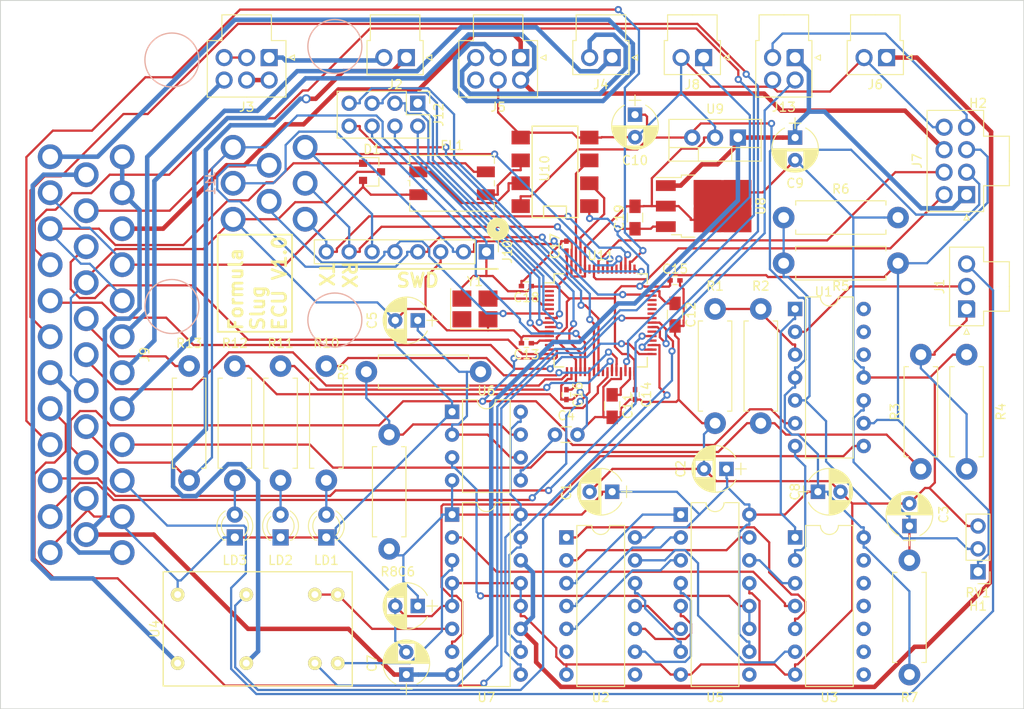
<source format=kicad_pcb>
(kicad_pcb (version 4) (host pcbnew 4.0.7)
  (layers (0 F.Cu signal) (31 B.Cu signal) (34 B.Paste user) (35 F.Paste user) (36 B.SilkS user) (37 F.SilkS user) (38 B.Mask user) (39 F.Mask user) (44 Edge.Cuts user))
  (net 0 "")
  (net 1 +5V)
  (net 2 GND)
  (net 3 "Net-(C3-Pad1)")
  (net 4 "Net-(C4-Pad1)")
  (net 5 "Net-(C5-Pad1)")
  (net 6 +12V)
  (net 7 /VCAP_1)
  (net 8 /VCAP_2)
  (net 9 +3V3)
  (net 10 /CAN_H)
  (net 11 "Net-(FL1-Pad1)")
  (net 12 "Net-(FL1-Pad3)")
  (net 13 /BSPD_FLT)
  (net 14 /SIG_BRAKELT)
  (net 15 /BSPD_FLT_H)
  (net 16 /BRAKELT_H)
  (net 17 /TIMER_H)
  (net 18 /TIMER)
  (net 19 /AIRS_BSPD_OUT)
  (net 20 /AIRS_BEAM_OUT)
  (net 21 /AIRS_3PHASE_OUT)
  (net 22 /AIRS_PEINTERLOCKS_OUT)
  (net 23 /AIRS_ACC_OUT)
  (net 24 /AIRS_LEFTESTOP_OUT)
  (net 25 /12V_SRC)
  (net 26 /12V_LVMS)
  (net 27 /AIRS_FINAL)
  (net 28 /SIG_TSAL)
  (net 29 /CAN_TX_TS)
  (net 30 /CAN_RX_TS)
  (net 31 /BSPD_RESET)
  (net 32 /SIG_STEER)
  (net 33 /LED_IMD)
  (net 34 /LED_AMS)
  (net 35 /LED_BSPD)
  (net 36 /BUTTON_2)
  (net 37 /BUTTON_1)
  (net 38 /BUTTON_3)
  (net 39 /AIRS_DASH_OUT)
  (net 40 /AIRS_BOTS_OUT)
  (net 41 /SIG_BSE)
  (net 42 /SIG_CURRENT)
  (net 43 /5V_BMS)
  (net 44 "Net-(R1-Pad2)")
  (net 45 "Net-(R5-Pad2)")
  (net 46 "Net-(R8-Pad2)")
  (net 47 /STATUS_LED_1)
  (net 48 /STATUS_LED_2)
  (net 49 /BSPD_CURRENT)
  (net 50 /BSPD_BRAKE)
  (net 51 "Net-(U2-Pad1)")
  (net 52 "Net-(U2-Pad2)")
  (net 53 "Net-(U2-Pad9)")
  (net 54 "Net-(U2-Pad3)")
  (net 55 "Net-(U2-Pad10)")
  (net 56 "Net-(U2-Pad4)")
  (net 57 "Net-(U2-Pad11)")
  (net 58 "Net-(U2-Pad5)")
  (net 59 "Net-(U2-Pad12)")
  (net 60 "Net-(U2-Pad13)")
  (net 61 /BSPD_SIG)
  (net 62 /BSPD_FLT_LATCHED)
  (net 63 /CLK)
  (net 64 /CAN_RX_GLV)
  (net 65 /CAN_TX_GLV)
  (net 66 /XTAL)
  (net 67 /SIG_RTDS)
  (net 68 /SWDIO)
  (net 69 /SWCLK)
  (net 70 /UART_TX)
  (net 71 /UART_RX)
  (net 72 "Net-(J1-Pad1)")
  (net 73 "Net-(J1-Pad2)")
  (net 74 "Net-(J3-Pad2)")
  (net 75 "Net-(J9-Pad17)")
  (net 76 /NRST)
  (net 77 /CAN_L)
  (net 78 /SWO)
  (net 79 /STATUS_LED_3)
  (net 80 "Net-(LD1-Pad2)")
  (net 81 "Net-(LD2-Pad2)")
  (net 82 "Net-(LD3-Pad2)")
  (net 83 /SIG_APPS_A)
  (net 84 /SIG_APPS_B)
  (net 85 /PC0)
  (net 86 /PC1)
  (net 87 /PC2)
  (net 88 /PC3)
  (net 89 /PA4)
  (net 90 /PA5)
  (net 91 /PA7)
  (net 92 /PC4)
  (module Capacitors_SMD:C_0805_HandSoldering (layer F.Cu) (at 119.38 74.295 270)
    (fp_text reference C11 (at 0 -1.75 270) (layer F.SilkS))
    (fp_text value 2.2uF)
    (pad 1 smd rect (at -1.25 0 270) (size 1.5 1.25) (layers F.Cu F.Paste F.Mask) (net 7 /VCAP_1))
    (pad 2 smd rect (at 1.25 0 270) (size 1.5 1.25) (layers F.Cu F.Paste F.Mask) (net 2 GND))
  )
  (module Capacitors_SMD:C_0805_HandSoldering (layer F.Cu) (at 126.365 64.135 270)
    (fp_text reference C12 (at 0 -1.75 270) (layer F.SilkS))
    (fp_text value 2.2uF)
    (pad 1 smd rect (at -1.25 0 270) (size 1.5 1.25) (layers F.Cu F.Paste F.Mask) (net 8 /VCAP_2))
    (pad 2 smd rect (at 1.25 0 270) (size 1.5 1.25) (layers F.Cu F.Paste F.Mask) (net 2 GND))
  )
  (module Capacitors_SMD:C_0402 (layer F.Cu) (at 109.855 67.31 180)
    (fp_text reference C13 (at 0 -1.27 180) (layer F.SilkS))
    (fp_text value 0.1uF)
    (pad 1 smd rect (at -0.55 0 180) (size 0.6 0.5) (layers F.Cu F.Paste F.Mask) (net 9 +3V3))
    (pad 2 smd rect (at 0.55 0 180) (size 0.6 0.5) (layers F.Cu F.Paste F.Mask) (net 2 GND))
  )
  (module Capacitors_SMD:C_0402 (layer F.Cu) (at 121.92 73.025 270)
    (fp_text reference C14 (at 0 -1.27 270) (layer F.SilkS))
    (fp_text value 0.1uF)
    (pad 1 smd rect (at -0.55 0 270) (size 0.6 0.5) (layers F.Cu F.Paste F.Mask) (net 9 +3V3))
    (pad 2 smd rect (at 0.55 0 270) (size 0.6 0.5) (layers F.Cu F.Paste F.Mask) (net 2 GND))
  )
  (module Capacitors_SMD:C_0402 (layer F.Cu) (at 126.365 60.325)
    (fp_text reference C15 (at 0 -1.27) (layer F.SilkS))
    (fp_text value 0.1uF)
    (pad 1 smd rect (at -0.55 0) (size 0.6 0.5) (layers F.Cu F.Paste F.Mask) (net 9 +3V3))
    (pad 2 smd rect (at 0.55 0) (size 0.6 0.5) (layers F.Cu F.Paste F.Mask) (net 2 GND))
  )
  (module Capacitors_SMD:C_0402 (layer F.Cu) (at 114.3 73.025 270)
    (fp_text reference C16 (at 0 -1.27 270) (layer F.SilkS))
    (fp_text value 0.1uF)
    (pad 1 smd rect (at -0.55 0 270) (size 0.6 0.5) (layers F.Cu F.Paste F.Mask) (net 9 +3V3))
    (pad 2 smd rect (at 0.55 0 270) (size 0.6 0.5) (layers F.Cu F.Paste F.Mask) (net 2 GND))
  )
  (module Capacitors_SMD:C_0402 (layer F.Cu) (at 114.3 56.515 90)
    (fp_text reference C17 (at 0 -1.27 90) (layer F.SilkS))
    (fp_text value 0.1uF)
    (pad 1 smd rect (at -0.55 0 90) (size 0.6 0.5) (layers F.Cu F.Paste F.Mask) (net 9 +3V3))
    (pad 2 smd rect (at 0.55 0 90) (size 0.6 0.5) (layers F.Cu F.Paste F.Mask) (net 2 GND))
  )
  (module Capacitors_SMD:C_0402 (layer F.Cu) (at 109.855 60.96 180)
    (fp_text reference C18 (at 0 -1.27 180) (layer F.SilkS))
    (fp_text value 0.1uF)
    (pad 1 smd rect (at -0.55 0 180) (size 0.6 0.5) (layers F.Cu F.Paste F.Mask) (net 9 +3V3))
    (pad 2 smd rect (at 0.55 0 180) (size 0.6 0.5) (layers F.Cu F.Paste F.Mask) (net 2 GND))
  )
  (module Capacitors_SMD:C_0805_HandSoldering (layer F.Cu) (at 121.92 53.34 90)
    (fp_text reference C19 (at 0 -1.75 90) (layer F.SilkS))
    (fp_text value 4.7uF)
    (pad 1 smd rect (at -1.25 0 90) (size 1.5 1.25) (layers F.Cu F.Paste F.Mask) (net 9 +3V3))
    (pad 2 smd rect (at 1.25 0 90) (size 1.5 1.25) (layers F.Cu F.Paste F.Mask) (net 2 GND))
  )
  (module TO_SOT_Packages_SMD:SOT-23 (layer F.Cu) (at 92.71 48.26)
    (fp_text reference D1 (at 0 -2.5) (layer F.SilkS))
    (fp_text value D_TVS_x2_AAC)
    (pad 1 smd rect (at -1 -0.95) (size 0.9 0.8) (layers F.Cu F.Paste F.Mask) (net 77 /CAN_L))
    (pad 2 smd rect (at -1 0.95) (size 0.9 0.8) (layers F.Cu F.Paste F.Mask) (net 10 /CAN_H))
    (pad 3 smd rect (at 1 0) (size 0.9 0.8) (layers F.Cu F.Paste F.Mask) (net 2 GND))
  )
  (module Inductors_SMD:L_CommonMode_Wuerth_WE-SL2 (layer F.Cu) (at 101.6 49.53)
    (fp_text reference FL1 (at 0 -4.2) (layer F.SilkS))
    (fp_text value EMI_Filter_CommonMode)
    (pad 1 smd rect (at -3.75 -1.27) (size 2 1.2) (layers F.Cu F.Paste F.Mask) (net 11 "Net-(FL1-Pad1)"))
    (pad 2 smd rect (at -3.75 1.27) (size 2 1.2) (layers F.Cu F.Paste F.Mask) (net 10 /CAN_H))
    (pad 3 smd rect (at 3.75 1.27) (size 2 1.2) (layers F.Cu F.Paste F.Mask) (net 12 "Net-(FL1-Pad3)"))
    (pad 4 smd rect (at 3.75 -1.27) (size 2 1.2) (layers F.Cu F.Paste F.Mask) (net 77 /CAN_L))
  )
  (module Resistors_THT:R_Axial_DIN0411_L9.9mm_D3.6mm_P12.70mm_Horizontal (layer F.Cu) (at 130.81 76.2 90)
    (fp_text reference R1 (at 15.24 0 180) (layer F.SilkS))
    (fp_text value R)
    (pad 1 thru_hole circle (at 0 0 90) (size 2.4 2.4) (drill 1.2) (layers *.Cu *.Mask) (net 2 GND))
    (pad 2 thru_hole oval (at 12.7 0 90) (size 2.4 2.4) (drill 1.2) (layers *.Cu *.Mask) (net 44 "Net-(R1-Pad2)"))
  )
  (module Resistors_THT:R_Axial_DIN0411_L9.9mm_D3.6mm_P12.70mm_Horizontal (layer F.Cu) (at 135.89 63.5 270)
    (fp_text reference R2 (at -2.54 0 360) (layer F.SilkS))
    (fp_text value R)
    (pad 1 thru_hole circle (at 0 0 270) (size 2.4 2.4) (drill 1.2) (layers *.Cu *.Mask) (net 44 "Net-(R1-Pad2)"))
    (pad 2 thru_hole oval (at 12.7 0 270) (size 2.4 2.4) (drill 1.2) (layers *.Cu *.Mask) (net 43 /5V_BMS))
  )
  (module Resistors_THT:R_Axial_DIN0411_L9.9mm_D3.6mm_P12.70mm_Horizontal (layer F.Cu) (at 153.67 81.28 90)
    (fp_text reference R3 (at 6.35 -2.86 90) (layer F.SilkS))
    (fp_text value R)
    (pad 1 thru_hole circle (at 0 0 90) (size 2.4 2.4) (drill 1.2) (layers *.Cu *.Mask) (net 43 /5V_BMS))
    (pad 2 thru_hole oval (at 12.7 0 90) (size 2.4 2.4) (drill 1.2) (layers *.Cu *.Mask) (net 72 "Net-(J1-Pad1)"))
  )
  (module Resistors_THT:R_Axial_DIN0411_L9.9mm_D3.6mm_P12.70mm_Horizontal (layer F.Cu) (at 158.75 81.28 90)
    (fp_text reference R4 (at 6.35 3.81 270) (layer F.SilkS))
    (fp_text value R)
    (pad 1 thru_hole circle (at 0 0 90) (size 2.4 2.4) (drill 1.2) (layers *.Cu *.Mask) (net 72 "Net-(J1-Pad1)"))
    (pad 2 thru_hole oval (at 12.7 0 90) (size 2.4 2.4) (drill 1.2) (layers *.Cu *.Mask) (net 2 GND))
  )
  (module Resistors_THT:R_Axial_DIN0411_L9.9mm_D3.6mm_P12.70mm_Horizontal (layer F.Cu) (at 151.13 58.42 180)
    (fp_text reference R5 (at 6.35 -2.54 360) (layer F.SilkS))
    (fp_text value R)
    (pad 1 thru_hole circle (at 0 0 180) (size 2.4 2.4) (drill 1.2) (layers *.Cu *.Mask) (net 9 +3V3))
    (pad 2 thru_hole oval (at 12.7 0 180) (size 2.4 2.4) (drill 1.2) (layers *.Cu *.Mask) (net 45 "Net-(R5-Pad2)"))
  )
  (module Resistors_THT:R_Axial_DIN0411_L9.9mm_D3.6mm_P12.70mm_Horizontal (layer F.Cu) (at 138.43 53.34)
    (fp_text reference R6 (at 6.35 -3.175 180) (layer F.SilkS))
    (fp_text value R)
    (pad 1 thru_hole circle (at 0 0) (size 2.4 2.4) (drill 1.2) (layers *.Cu *.Mask) (net 45 "Net-(R5-Pad2)"))
    (pad 2 thru_hole oval (at 12.7 0) (size 2.4 2.4) (drill 1.2) (layers *.Cu *.Mask) (net 2 GND))
  )
  (module Resistors_THT:R_Axial_DIN0411_L9.9mm_D3.6mm_P12.70mm_Horizontal (layer F.Cu) (at 152.4 104.14 90)
    (fp_text reference R7 (at -2.54 0 180) (layer F.SilkS))
    (fp_text value 100k)
    (pad 1 thru_hole circle (at 0 0 90) (size 2.4 2.4) (drill 1.2) (layers *.Cu *.Mask) (net 1 +5V))
    (pad 2 thru_hole oval (at 12.7 0 90) (size 2.4 2.4) (drill 1.2) (layers *.Cu *.Mask) (net 3 "Net-(C3-Pad1)"))
  )
  (module Resistors_THT:R_Axial_DIN0411_L9.9mm_D3.6mm_P12.70mm_Horizontal (layer F.Cu) (at 94.615 90.17 90)
    (fp_text reference R8 (at -2.54 0 180) (layer F.SilkS))
    (fp_text value 4.7kR)
    (pad 1 thru_hole circle (at 0 0 90) (size 2.4 2.4) (drill 1.2) (layers *.Cu *.Mask) (net 1 +5V))
    (pad 2 thru_hole oval (at 12.7 0 90) (size 2.4 2.4) (drill 1.2) (layers *.Cu *.Mask) (net 46 "Net-(R8-Pad2)"))
  )
  (module Resistors_THT:R_Axial_DIN0411_L9.9mm_D3.6mm_P12.70mm_Horizontal (layer F.Cu) (at 92.075 70.485)
    (fp_text reference R9 (at -2.54 0 90) (layer F.SilkS))
    (fp_text value 18k)
    (pad 1 thru_hole circle (at 0 0) (size 2.4 2.4) (drill 1.2) (layers *.Cu *.Mask) (net 46 "Net-(R8-Pad2)"))
    (pad 2 thru_hole oval (at 12.7 0) (size 2.4 2.4) (drill 1.2) (layers *.Cu *.Mask) (net 5 "Net-(C5-Pad1)"))
  )
  (module Resistors_THT:R_Axial_DIN0411_L9.9mm_D3.6mm_P12.70mm_Horizontal (layer F.Cu) (at 87.63 82.55 90)
    (fp_text reference R10 (at 15.24 0 180) (layer F.SilkS))
    (fp_text value 330)
    (pad 1 thru_hole circle (at 0 0 90) (size 2.4 2.4) (drill 1.2) (layers *.Cu *.Mask) (net 80 "Net-(LD1-Pad2)"))
    (pad 2 thru_hole oval (at 12.7 0 90) (size 2.4 2.4) (drill 1.2) (layers *.Cu *.Mask) (net 47 /STATUS_LED_1))
  )
  (module Resistors_THT:R_Axial_DIN0411_L9.9mm_D3.6mm_P12.70mm_Horizontal (layer F.Cu) (at 82.55 82.55 90)
    (fp_text reference R11 (at 15.24 0 180) (layer F.SilkS))
    (fp_text value 330)
    (pad 1 thru_hole circle (at 0 0 90) (size 2.4 2.4) (drill 1.2) (layers *.Cu *.Mask) (net 81 "Net-(LD2-Pad2)"))
    (pad 2 thru_hole oval (at 12.7 0 90) (size 2.4 2.4) (drill 1.2) (layers *.Cu *.Mask) (net 48 /STATUS_LED_2))
  )
  (module Resistors_THT:R_Axial_DIN0411_L9.9mm_D3.6mm_P12.70mm_Horizontal (layer F.Cu) (at 77.47 82.55 90)
    (fp_text reference R12 (at 15.24 0 180) (layer F.SilkS))
    (fp_text value 330)
    (pad 1 thru_hole circle (at 0 0 90) (size 2.4 2.4) (drill 1.2) (layers *.Cu *.Mask) (net 82 "Net-(LD3-Pad2)"))
    (pad 2 thru_hole oval (at 12.7 0 90) (size 2.4 2.4) (drill 1.2) (layers *.Cu *.Mask) (net 79 /STATUS_LED_3))
  )
  (module Resistors_THT:R_Axial_DIN0411_L9.9mm_D3.6mm_P12.70mm_Horizontal (layer F.Cu) (at 72.39 82.55 90)
    (fp_text reference R13 (at 15.24 0 180) (layer F.SilkS))
    (fp_text value 2.2k)
    (pad 1 thru_hole circle (at 0 0 90) (size 2.4 2.4) (drill 1.2) (layers *.Cu *.Mask) (net 9 +3V3))
    (pad 2 thru_hole oval (at 12.7 0 90) (size 2.4 2.4) (drill 1.2) (layers *.Cu *.Mask) (net 75 "Net-(J9-Pad17)"))
  )
  (module Housings_DIP:DIP-14_W7.62mm (layer F.Cu) (at 139.7 63.5)
    (fp_text reference U1 (at 3.175 -1.905) (layer F.SilkS))
    (fp_text value MCP6004)
    (pad 1 thru_hole rect (at 0 0) (size 1.6 1.6) (drill 0.8) (layers *.Cu *.Mask) (net 49 /BSPD_CURRENT))
    (pad 8 thru_hole oval (at 7.62 15.24) (size 1.6 1.6) (drill 0.8) (layers *.Cu *.Mask) (net 18 /TIMER))
    (pad 2 thru_hole oval (at 0 2.54) (size 1.6 1.6) (drill 0.8) (layers *.Cu *.Mask) (net 73 "Net-(J1-Pad2)"))
    (pad 9 thru_hole oval (at 7.62 12.7) (size 1.6 1.6) (drill 0.8) (layers *.Cu *.Mask) (net 9 +3V3))
    (pad 3 thru_hole oval (at 0 5.08) (size 1.6 1.6) (drill 0.8) (layers *.Cu *.Mask) (net 44 "Net-(R1-Pad2)"))
    (pad 10 thru_hole oval (at 7.62 10.16) (size 1.6 1.6) (drill 0.8) (layers *.Cu *.Mask) (net 3 "Net-(C3-Pad1)"))
    (pad 4 thru_hole oval (at 0 7.62) (size 1.6 1.6) (drill 0.8) (layers *.Cu *.Mask) (net 1 +5V))
    (pad 11 thru_hole oval (at 7.62 7.62) (size 1.6 1.6) (drill 0.8) (layers *.Cu *.Mask) (net 2 GND))
    (pad 5 thru_hole oval (at 0 10.16) (size 1.6 1.6) (drill 0.8) (layers *.Cu *.Mask) (net 45 "Net-(R5-Pad2)"))
    (pad 12 thru_hole oval (at 7.62 5.08) (size 1.6 1.6) (drill 0.8) (layers *.Cu *.Mask))
    (pad 6 thru_hole oval (at 0 12.7) (size 1.6 1.6) (drill 0.8) (layers *.Cu *.Mask) (net 41 /SIG_BSE))
    (pad 13 thru_hole oval (at 7.62 2.54) (size 1.6 1.6) (drill 0.8) (layers *.Cu *.Mask))
    (pad 7 thru_hole oval (at 0 15.24) (size 1.6 1.6) (drill 0.8) (layers *.Cu *.Mask) (net 50 /BSPD_BRAKE))
    (pad 14 thru_hole oval (at 7.62 0) (size 1.6 1.6) (drill 0.8) (layers *.Cu *.Mask))
  )
  (module Housings_DIP:DIP-14_W7.62mm (layer F.Cu) (at 114.3 88.9)
    (fp_text reference U2 (at 3.81 17.78) (layer F.SilkS))
    (fp_text value 4072)
    (pad 1 thru_hole rect (at 0 0) (size 1.6 1.6) (drill 0.8) (layers *.Cu *.Mask) (net 51 "Net-(U2-Pad1)"))
    (pad 8 thru_hole oval (at 7.62 15.24) (size 1.6 1.6) (drill 0.8) (layers *.Cu *.Mask))
    (pad 2 thru_hole oval (at 0 2.54) (size 1.6 1.6) (drill 0.8) (layers *.Cu *.Mask) (net 52 "Net-(U2-Pad2)"))
    (pad 9 thru_hole oval (at 7.62 12.7) (size 1.6 1.6) (drill 0.8) (layers *.Cu *.Mask) (net 53 "Net-(U2-Pad9)"))
    (pad 3 thru_hole oval (at 0 5.08) (size 1.6 1.6) (drill 0.8) (layers *.Cu *.Mask) (net 54 "Net-(U2-Pad3)"))
    (pad 10 thru_hole oval (at 7.62 10.16) (size 1.6 1.6) (drill 0.8) (layers *.Cu *.Mask) (net 55 "Net-(U2-Pad10)"))
    (pad 4 thru_hole oval (at 0 7.62) (size 1.6 1.6) (drill 0.8) (layers *.Cu *.Mask) (net 56 "Net-(U2-Pad4)"))
    (pad 11 thru_hole oval (at 7.62 7.62) (size 1.6 1.6) (drill 0.8) (layers *.Cu *.Mask) (net 57 "Net-(U2-Pad11)"))
    (pad 5 thru_hole oval (at 0 10.16) (size 1.6 1.6) (drill 0.8) (layers *.Cu *.Mask) (net 58 "Net-(U2-Pad5)"))
    (pad 12 thru_hole oval (at 7.62 5.08) (size 1.6 1.6) (drill 0.8) (layers *.Cu *.Mask) (net 59 "Net-(U2-Pad12)"))
    (pad 6 thru_hole oval (at 0 12.7) (size 1.6 1.6) (drill 0.8) (layers *.Cu *.Mask))
    (pad 13 thru_hole oval (at 7.62 2.54) (size 1.6 1.6) (drill 0.8) (layers *.Cu *.Mask) (net 60 "Net-(U2-Pad13)"))
    (pad 7 thru_hole oval (at 0 15.24) (size 1.6 1.6) (drill 0.8) (layers *.Cu *.Mask) (net 2 GND))
    (pad 14 thru_hole oval (at 7.62 0) (size 1.6 1.6) (drill 0.8) (layers *.Cu *.Mask) (net 1 +5V))
  )
  (module FSFootprints:DE1A1B-L2-12V (layer F.Cu) (at 78.74 95.25 270)
    (fp_text reference U4 (at 3.81 10.16 270) (layer F.SilkS))
    (fp_text value DE1A1B-L2-12V)
    (pad 7 thru_hole circle (at 7.62 -7.62 270) (size 1.524 1.524) (drill 0.762) (layers *.Cu *.Mask F.SilkS) (net 31 /BSPD_RESET))
    (pad 2 thru_hole circle (at 0 -7.62 270) (size 1.524 1.524) (drill 0.762) (layers *.Cu *.Mask F.SilkS) (net 17 /TIMER_H))
    (pad 1 thru_hole circle (at 0 -10.16 270) (size 1.524 1.524) (drill 0.762) (layers *.Cu *.Mask F.SilkS) (net 17 /TIMER_H))
    (pad 3 thru_hole circle (at 0 0 270) (size 1.524 1.524) (drill 0.762) (layers *.Cu *.Mask F.SilkS) (net 62 /BSPD_FLT_LATCHED))
    (pad 4 thru_hole circle (at 0 7.62 270) (size 1.524 1.524) (drill 0.762) (layers *.Cu *.Mask F.SilkS) (net 2 GND))
    (pad 8 thru_hole circle (at 7.62 -10.16 270) (size 1.524 1.524) (drill 0.762) (layers *.Cu *.Mask F.SilkS) (net 15 /BSPD_FLT_H))
    (pad 6 thru_hole circle (at 7.62 0 270) (size 1.524 1.524) (drill 0.762) (layers *.Cu *.Mask F.SilkS) (net 19 /AIRS_BSPD_OUT))
    (pad 5 thru_hole circle (at 7.62 7.62 270) (size 1.524 1.524) (drill 0.762) (layers *.Cu *.Mask F.SilkS) (net 40 /AIRS_BOTS_OUT))
  )
  (module Housings_DIP:DIP-16_W7.62mm (layer F.Cu) (at 127 86.36)
    (fp_text reference U5 (at 3.81 20.32) (layer F.SilkS))
    (fp_text value 74HC595)
    (pad 1 thru_hole rect (at 0 0) (size 1.6 1.6) (drill 0.8) (layers *.Cu *.Mask) (net 54 "Net-(U2-Pad3)"))
    (pad 9 thru_hole oval (at 7.62 17.78) (size 1.6 1.6) (drill 0.8) (layers *.Cu *.Mask))
    (pad 2 thru_hole oval (at 0 2.54) (size 1.6 1.6) (drill 0.8) (layers *.Cu *.Mask) (net 56 "Net-(U2-Pad4)"))
    (pad 10 thru_hole oval (at 7.62 15.24) (size 1.6 1.6) (drill 0.8) (layers *.Cu *.Mask) (net 1 +5V))
    (pad 3 thru_hole oval (at 0 5.08) (size 1.6 1.6) (drill 0.8) (layers *.Cu *.Mask) (net 58 "Net-(U2-Pad5)"))
    (pad 11 thru_hole oval (at 7.62 12.7) (size 1.6 1.6) (drill 0.8) (layers *.Cu *.Mask) (net 63 /CLK))
    (pad 4 thru_hole oval (at 0 7.62) (size 1.6 1.6) (drill 0.8) (layers *.Cu *.Mask) (net 53 "Net-(U2-Pad9)"))
    (pad 12 thru_hole oval (at 7.62 10.16) (size 1.6 1.6) (drill 0.8) (layers *.Cu *.Mask) (net 63 /CLK))
    (pad 5 thru_hole oval (at 0 10.16) (size 1.6 1.6) (drill 0.8) (layers *.Cu *.Mask) (net 55 "Net-(U2-Pad10)"))
    (pad 13 thru_hole oval (at 7.62 7.62) (size 1.6 1.6) (drill 0.8) (layers *.Cu *.Mask) (net 2 GND))
    (pad 6 thru_hole oval (at 0 12.7) (size 1.6 1.6) (drill 0.8) (layers *.Cu *.Mask) (net 57 "Net-(U2-Pad11)"))
    (pad 14 thru_hole oval (at 7.62 5.08) (size 1.6 1.6) (drill 0.8) (layers *.Cu *.Mask) (net 61 /BSPD_SIG))
    (pad 7 thru_hole oval (at 0 15.24) (size 1.6 1.6) (drill 0.8) (layers *.Cu *.Mask) (net 59 "Net-(U2-Pad12)"))
    (pad 15 thru_hole oval (at 7.62 2.54) (size 1.6 1.6) (drill 0.8) (layers *.Cu *.Mask) (net 52 "Net-(U2-Pad2)"))
    (pad 8 thru_hole oval (at 0 17.78) (size 1.6 1.6) (drill 0.8) (layers *.Cu *.Mask) (net 2 GND))
    (pad 16 thru_hole oval (at 7.62 0) (size 1.6 1.6) (drill 0.8) (layers *.Cu *.Mask) (net 1 +5V))
  )
  (module Housings_DIP:DIP-8_W7.62mm (layer F.Cu) (at 101.6 74.93)
    (fp_text reference U6 (at 3.81 -2.33) (layer F.SilkS))
    (fp_text value LM555N)
    (pad 1 thru_hole rect (at 0 0) (size 1.6 1.6) (drill 0.8) (layers *.Cu *.Mask) (net 2 GND))
    (pad 5 thru_hole oval (at 7.62 7.62) (size 1.6 1.6) (drill 0.8) (layers *.Cu *.Mask) (net 4 "Net-(C4-Pad1)"))
    (pad 2 thru_hole oval (at 0 2.54) (size 1.6 1.6) (drill 0.8) (layers *.Cu *.Mask) (net 5 "Net-(C5-Pad1)"))
    (pad 6 thru_hole oval (at 7.62 5.08) (size 1.6 1.6) (drill 0.8) (layers *.Cu *.Mask) (net 5 "Net-(C5-Pad1)"))
    (pad 3 thru_hole oval (at 0 5.08) (size 1.6 1.6) (drill 0.8) (layers *.Cu *.Mask) (net 63 /CLK))
    (pad 7 thru_hole oval (at 7.62 2.54) (size 1.6 1.6) (drill 0.8) (layers *.Cu *.Mask) (net 46 "Net-(R8-Pad2)"))
    (pad 4 thru_hole oval (at 0 7.62) (size 1.6 1.6) (drill 0.8) (layers *.Cu *.Mask) (net 1 +5V))
    (pad 8 thru_hole oval (at 7.62 0) (size 1.6 1.6) (drill 0.8) (layers *.Cu *.Mask) (net 1 +5V))
  )
  (module Crystals:Crystal_SMD_3225-4pin_3.2x2.5mm_HandSoldering (layer F.Cu) (at 104.14 63.5)
    (fp_text reference Y1 (at 0 -3.05) (layer F.SilkS))
    (fp_text value 8MHz)
    (pad 1 smd rect (at -1.45 1.15) (size 2.1 1.8) (layers F.Cu F.Paste F.Mask))
    (pad 2 smd rect (at 1.45 1.15) (size 2.1 1.8) (layers F.Cu F.Paste F.Mask) (net 2 GND))
    (pad 3 smd rect (at 1.45 -1.15) (size 2.1 1.8) (layers F.Cu F.Paste F.Mask) (net 66 /XTAL))
    (pad 4 smd rect (at -1.45 -1.15) (size 2.1 1.8) (layers F.Cu F.Paste F.Mask) (net 9 +3V3))
  )
  (module Housings_DIP:DIP-14_W7.62mm (layer F.Cu) (at 139.7 88.9)
    (fp_text reference U3 (at 3.81 17.78) (layer F.SilkS))
    (fp_text value 4071)
    (pad 1 thru_hole rect (at 0 0) (size 1.6 1.6) (drill 0.8) (layers *.Cu *.Mask) (net 49 /BSPD_CURRENT))
    (pad 8 thru_hole oval (at 7.62 15.24) (size 1.6 1.6) (drill 0.8) (layers *.Cu *.Mask))
    (pad 2 thru_hole oval (at 0 2.54) (size 1.6 1.6) (drill 0.8) (layers *.Cu *.Mask) (net 50 /BSPD_BRAKE))
    (pad 9 thru_hole oval (at 7.62 12.7) (size 1.6 1.6) (drill 0.8) (layers *.Cu *.Mask))
    (pad 3 thru_hole oval (at 0 5.08) (size 1.6 1.6) (drill 0.8) (layers *.Cu *.Mask) (net 61 /BSPD_SIG))
    (pad 10 thru_hole oval (at 7.62 10.16) (size 1.6 1.6) (drill 0.8) (layers *.Cu *.Mask))
    (pad 4 thru_hole oval (at 0 7.62) (size 1.6 1.6) (drill 0.8) (layers *.Cu *.Mask) (net 13 /BSPD_FLT))
    (pad 11 thru_hole oval (at 7.62 7.62) (size 1.6 1.6) (drill 0.8) (layers *.Cu *.Mask))
    (pad 5 thru_hole oval (at 0 10.16) (size 1.6 1.6) (drill 0.8) (layers *.Cu *.Mask) (net 51 "Net-(U2-Pad1)"))
    (pad 12 thru_hole oval (at 7.62 5.08) (size 1.6 1.6) (drill 0.8) (layers *.Cu *.Mask))
    (pad 6 thru_hole oval (at 0 12.7) (size 1.6 1.6) (drill 0.8) (layers *.Cu *.Mask) (net 60 "Net-(U2-Pad13)"))
    (pad 13 thru_hole oval (at 7.62 2.54) (size 1.6 1.6) (drill 0.8) (layers *.Cu *.Mask))
    (pad 7 thru_hole oval (at 0 15.24) (size 1.6 1.6) (drill 0.8) (layers *.Cu *.Mask) (net 2 GND))
    (pad 14 thru_hole oval (at 7.62 0) (size 1.6 1.6) (drill 0.8) (layers *.Cu *.Mask) (net 1 +5V))
  )
  (module Connectors_Molex:Molex_NanoFit_1x03x2.50mm_Straight (layer F.Cu) (at 158.75 63.5 90)
    (fp_text reference J1 (at 2.5 -3 90) (layer F.SilkS))
    (fp_text value "BSPD Test Jumper")
    (pad 1 thru_hole rect (at 0 0 90) (size 1.9 1.9) (drill 1.2) (layers *.Cu *.Mask) (net 72 "Net-(J1-Pad1)"))
    (pad 2 thru_hole circle (at 2.5 0 90) (size 1.9 1.9) (drill 1.2) (layers *.Cu *.Mask) (net 73 "Net-(J1-Pad2)"))
    (pad 3 thru_hole circle (at 5 0 90) (size 1.9 1.9) (drill 1.2) (layers *.Cu *.Mask) (net 42 /SIG_CURRENT))
    (pad "" np_thru_hole circle (at 1.25 1.34 90) (size 1.3 1.3) (drill 1.3) (layers *.Cu *.Mask))
  )
  (module Connectors_Molex:Molex_NanoFit_1x02x2.50mm_Straight (layer F.Cu) (at 96.52 35.56 180)
    (fp_text reference J2 (at 1.25 -3 180) (layer F.SilkS))
    (fp_text value "Beam Interlock")
    (pad 1 thru_hole rect (at 0 0 180) (size 1.9 1.9) (drill 1.2) (layers *.Cu *.Mask) (net 19 /AIRS_BSPD_OUT))
    (pad 2 thru_hole circle (at 2.5 0 180) (size 1.9 1.9) (drill 1.2) (layers *.Cu *.Mask) (net 20 /AIRS_BEAM_OUT))
    (pad "" np_thru_hole circle (at 1.25 1.34 180) (size 1.3 1.3) (drill 1.3) (layers *.Cu *.Mask))
  )
  (module Connectors_Molex:Molex_NanoFit_1x02x2.50mm_Straight (layer F.Cu) (at 119.38 35.56 180)
    (fp_text reference J4 (at 1.25 -3 180) (layer F.SilkS))
    (fp_text value "To Left Panel")
    (pad 1 thru_hole rect (at 0 0 180) (size 1.9 1.9) (drill 1.2) (layers *.Cu *.Mask) (net 23 /AIRS_ACC_OUT))
    (pad 2 thru_hole circle (at 2.5 0 180) (size 1.9 1.9) (drill 1.2) (layers *.Cu *.Mask) (net 24 /AIRS_LEFTESTOP_OUT))
    (pad "" np_thru_hole circle (at 1.25 1.34 180) (size 1.3 1.3) (drill 1.3) (layers *.Cu *.Mask))
  )
  (module Connectors_Molex:Molex_NanoFit_1x02x2.50mm_Straight (layer F.Cu) (at 149.86 35.56 180)
    (fp_text reference J6 (at 1.25 -3 180) (layer F.SilkS))
    (fp_text value "To Brake Light")
    (pad 1 thru_hole rect (at 0 0 180) (size 1.9 1.9) (drill 1.2) (layers *.Cu *.Mask) (net 16 /BRAKELT_H))
    (pad 2 thru_hole circle (at 2.5 0 180) (size 1.9 1.9) (drill 1.2) (layers *.Cu *.Mask) (net 2 GND))
    (pad "" np_thru_hole circle (at 1.25 1.34 180) (size 1.3 1.3) (drill 1.3) (layers *.Cu *.Mask))
  )
  (module Connectors_Molex:Molex_NanoFit_2x04x2.50mm_Straight (layer F.Cu) (at 158.75 50.8 90)
    (fp_text reference J7 (at 3.75 -5.5 90) (layer F.SilkS))
    (fp_text value "To PE HV")
    (pad 1 thru_hole rect (at 0 0 90) (size 1.9 1.9) (drill 1.2) (layers *.Cu *.Mask) (net 6 +12V))
    (pad 2 thru_hole circle (at 2.5 0 90) (size 1.9 1.9) (drill 1.2) (layers *.Cu *.Mask) (net 1 +5V))
    (pad 3 thru_hole circle (at 5 0 90) (size 1.9 1.9) (drill 1.2) (layers *.Cu *.Mask) (net 9 +3V3))
    (pad 4 thru_hole circle (at 7.5 0 90) (size 1.9 1.9) (drill 1.2) (layers *.Cu *.Mask) (net 28 /SIG_TSAL))
    (pad 5 thru_hole circle (at 0 -2.5 90) (size 1.9 1.9) (drill 1.2) (layers *.Cu *.Mask) (net 29 /CAN_TX_TS))
    (pad 6 thru_hole circle (at 2.5 -2.5 90) (size 1.9 1.9) (drill 1.2) (layers *.Cu *.Mask) (net 30 /CAN_RX_TS))
    (pad 7 thru_hole circle (at 5 -2.5 90) (size 1.9 1.9) (drill 1.2) (layers *.Cu *.Mask) (net 27 /AIRS_FINAL))
    (pad 8 thru_hole circle (at 7.5 -2.5 90) (size 1.9 1.9) (drill 1.2) (layers *.Cu *.Mask) (net 2 GND))
    (pad "" np_thru_hole circle (at 3.75 1.34 90) (size 1.3 1.3) (drill 1.3) (layers *.Cu *.Mask))
  )
  (module Connectors_Molex:Molex_NanoFit_1x02x2.50mm_Straight (layer F.Cu) (at 129.54 35.56 180)
    (fp_text reference J8 (at 1.25 -3 180) (layer F.SilkS))
    (fp_text value "BSPD Reset")
    (pad 1 thru_hole rect (at 0 0 180) (size 1.9 1.9) (drill 1.2) (layers *.Cu *.Mask) (net 31 /BSPD_RESET))
    (pad 2 thru_hole circle (at 2.5 0 180) (size 1.9 1.9) (drill 1.2) (layers *.Cu *.Mask) (net 2 GND))
    (pad "" np_thru_hole circle (at 1.25 1.34 180) (size 1.3 1.3) (drill 1.3) (layers *.Cu *.Mask))
  )
  (module "FSFootprints:Ampseal - 35 pin" (layer F.Cu) (at 60.96 68.58 270)
    (fp_text reference J9 (at 0 -6.5 270) (layer F.SilkS))
    (fp_text value "Main LV Connector")
    (pad 34 thru_hole circle (at 18 4 270) (size 2.75 2.75) (drill 1.75) (layers *.Cu *.Mask) (net 32 /SIG_STEER))
    (pad 35 thru_hole circle (at 22 4 270) (size 2.75 2.75) (drill 1.75) (layers *.Cu *.Mask) (net 2 GND))
    (pad 32 thru_hole circle (at 10 4 270) (size 2.75 2.75) (drill 1.75) (layers *.Cu *.Mask) (net 33 /LED_IMD))
    (pad 31 thru_hole circle (at 6 4 270) (size 2.75 2.75) (drill 1.75) (layers *.Cu *.Mask) (net 34 /LED_AMS))
    (pad 33 thru_hole circle (at 14 4 270) (size 2.75 2.75) (drill 1.75) (layers *.Cu *.Mask) (net 35 /LED_BSPD))
    (pad 22 thru_hole circle (at 16 0 270) (size 2.75 2.75) (drill 1.75) (layers *.Cu *.Mask) (net 2 GND))
    (pad 23 thru_hole circle (at 20 0 270) (size 2.75 2.75) (drill 1.75) (layers *.Cu *.Mask) (net 6 +12V))
    (pad 24 thru_hole circle (at -22 4 270) (size 2.75 2.75) (drill 1.75) (layers *.Cu *.Mask) (net 26 /12V_LVMS))
    (pad 25 thru_hole circle (at -18 4 270) (size 2.75 2.75) (drill 1.75) (layers *.Cu *.Mask) (net 10 /CAN_H))
    (pad 28 thru_hole circle (at -6 4 270) (size 2.75 2.75) (drill 1.75) (layers *.Cu *.Mask) (net 36 /BUTTON_2))
    (pad 27 thru_hole circle (at -10 4 270) (size 2.75 2.75) (drill 1.75) (layers *.Cu *.Mask) (net 37 /BUTTON_1))
    (pad 26 thru_hole circle (at -14 4 270) (size 2.75 2.75) (drill 1.75) (layers *.Cu *.Mask) (net 77 /CAN_L))
    (pad 29 thru_hole circle (at -2 4 270) (size 2.75 2.75) (drill 1.75) (layers *.Cu *.Mask) (net 38 /BUTTON_3))
    (pad 30 thru_hole circle (at 2 4 270) (size 2.75 2.75) (drill 1.75) (layers *.Cu *.Mask) (net 39 /AIRS_DASH_OUT))
    (pad 14 thru_hole circle (at -16 0 270) (size 2.75 2.75) (drill 1.75) (layers *.Cu *.Mask) (net 9 +3V3))
    (pad 15 thru_hole circle (at -12 0 270) (size 2.75 2.75) (drill 1.75) (layers *.Cu *.Mask) (net 83 /SIG_APPS_A))
    (pad 13 thru_hole circle (at -20 0 270) (size 2.75 2.75) (drill 1.75) (layers *.Cu *.Mask) (net 40 /AIRS_BOTS_OUT))
    (pad 18 thru_hole circle (at 0 0 270) (size 2.75 2.75) (drill 1.75) (layers *.Cu *.Mask) (net 84 /SIG_APPS_B))
    (pad 17 thru_hole circle (at -4 0 270) (size 2.75 2.75) (drill 1.75) (layers *.Cu *.Mask) (net 75 "Net-(J9-Pad17)"))
    (pad 16 thru_hole circle (at -8 0 270) (size 2.75 2.75) (drill 1.75) (layers *.Cu *.Mask) (net 2 GND))
    (pad 19 thru_hole circle (at 4 0 270) (size 2.75 2.75) (drill 1.75) (layers *.Cu *.Mask) (net 2 GND))
    (pad 20 thru_hole circle (at 8 0 270) (size 2.75 2.75) (drill 1.75) (layers *.Cu *.Mask) (net 9 +3V3))
    (pad 21 thru_hole circle (at 12 0 270) (size 2.75 2.75) (drill 1.75) (layers *.Cu *.Mask) (net 41 /SIG_BSE))
    (pad 11 thru_hole circle (at 18 -4 270) (size 2.75 2.75) (drill 1.75) (layers *.Cu *.Mask) (net 2 GND))
    (pad 10 thru_hole circle (at 14 -4 270) (size 2.75 2.75) (drill 1.75) (layers *.Cu *.Mask) (net 42 /SIG_CURRENT))
    (pad 12 thru_hole circle (at 22 -4 270) (size 2.75 2.75) (drill 1.75) (layers *.Cu *.Mask) (net 39 /AIRS_DASH_OUT))
    (pad 9 thru_hole circle (at 10 -4 270) (size 2.75 2.75) (drill 1.75) (layers *.Cu *.Mask) (net 43 /5V_BMS))
    (pad "" np_thru_hole circle (at -28.5 0 270) (size 2.85 2.85) (drill 2.85) (layers *.Cu *.Mask))
    (pad 6 thru_hole circle (at -2 -4 270) (size 2.75 2.75) (drill 1.75) (layers *.Cu *.Mask) (net 22 /AIRS_PEINTERLOCKS_OUT))
    (pad 7 thru_hole circle (at 2 -4 270) (size 2.75 2.75) (drill 1.75) (layers *.Cu *.Mask) (net 23 /AIRS_ACC_OUT))
    (pad 8 thru_hole circle (at 6 -4 270) (size 2.75 2.75) (drill 1.75) (layers *.Cu *.Mask) (net 27 /AIRS_FINAL))
    (pad 3 thru_hole circle (at -14 -4 270) (size 2.75 2.75) (drill 1.75) (layers *.Cu *.Mask) (net 25 /12V_SRC))
    (pad 1 thru_hole circle (at -22 -4 270) (size 2.75 2.75) (drill 1.75) (layers *.Cu *.Mask) (net 6 +12V))
    (pad 2 thru_hole circle (at -18 -4 270) (size 2.75 2.75) (drill 1.75) (layers *.Cu *.Mask) (net 6 +12V))
    (pad 5 thru_hole circle (at -6 -4 270) (size 2.75 2.75) (drill 1.75) (layers *.Cu *.Mask) (net 77 /CAN_L))
    (pad 4 thru_hole circle (at -10 -4 270) (size 2.75 2.75) (drill 1.75) (layers *.Cu *.Mask) (net 10 /CAN_H))
    (pad "" np_thru_hole circle (at 28.5 0 270) (size 2.85 2.85) (drill 2.85) (layers *.Cu *.Mask))
  )
  (module FSFootprints:Ampseal-776276-1 (layer B.Cu) (at 81.28 49.53 270)
    (fp_text reference J11 (at 0 6.5 270) (layer B.SilkS) (effects (justify mirror)))
    (fp_text value "ECU Debug Connector")
    (pad "" np_thru_hole circle (at 13.7 10.8 270) (size 2 2) (drill 2) (layers *.Cu *.Mask))
    (pad "" np_thru_hole circle (at -15.2 -7.3 270) (size 2 2) (drill 2) (layers *.Cu *.Mask))
    (pad "" np_thru_hole circle (at -13.7 10.8 270) (size 2 2) (drill 2) (layers *.Cu *.Mask))
    (pad 6 thru_hole circle (at -4 -4 270) (size 2.75 2.75) (drill 1.75) (layers *.Cu *.Mask) (net 78 /SWO))
    (pad 7 thru_hole circle (at 0 -4 270) (size 2.75 2.75) (drill 1.75) (layers *.Cu *.Mask) (net 71 /UART_RX))
    (pad 8 thru_hole circle (at 4 -4 270) (size 2.75 2.75) (drill 1.75) (layers *.Cu *.Mask) (net 70 /UART_TX))
    (pad 3 thru_hole circle (at 4 4 270) (size 2.75 2.75) (drill 1.75) (layers *.Cu *.Mask) (net 2 GND))
    (pad 1 thru_hole circle (at -4 4 270) (size 2.75 2.75) (drill 1.75) (layers *.Cu *.Mask) (net 9 +3V3))
    (pad 2 thru_hole circle (at 0 4 270) (size 2.75 2.75) (drill 1.75) (layers *.Cu *.Mask) (net 69 /SWCLK))
    (pad 5 thru_hole circle (at 2 0 270) (size 2.75 2.75) (drill 1.75) (layers *.Cu *.Mask) (net 76 /NRST))
    (pad 4 thru_hole circle (at -2 0 270) (size 2.75 2.75) (drill 1.75) (layers *.Cu *.Mask) (net 68 /SWDIO))
    (pad "" np_thru_hole circle (at 15.2 -7.3 270) (size 2 2) (drill 2) (layers *.Cu *.Mask))
  )
  (module Housings_DIP:DIP-16_W7.62mm (layer F.Cu) (at 101.6 86.36)
    (fp_text reference U7 (at 3.81 20.32) (layer F.SilkS))
    (fp_text value SN754410)
    (pad 1 thru_hole rect (at 0 0) (size 1.6 1.6) (drill 0.8) (layers *.Cu *.Mask) (net 1 +5V))
    (pad 9 thru_hole oval (at 7.62 17.78) (size 1.6 1.6) (drill 0.8) (layers *.Cu *.Mask) (net 1 +5V))
    (pad 2 thru_hole oval (at 0 2.54) (size 1.6 1.6) (drill 0.8) (layers *.Cu *.Mask) (net 13 /BSPD_FLT))
    (pad 10 thru_hole oval (at 7.62 15.24) (size 1.6 1.6) (drill 0.8) (layers *.Cu *.Mask) (net 14 /SIG_BRAKELT))
    (pad 3 thru_hole oval (at 0 5.08) (size 1.6 1.6) (drill 0.8) (layers *.Cu *.Mask) (net 15 /BSPD_FLT_H))
    (pad 11 thru_hole oval (at 7.62 12.7) (size 1.6 1.6) (drill 0.8) (layers *.Cu *.Mask) (net 16 /BRAKELT_H))
    (pad 4 thru_hole oval (at 0 7.62) (size 1.6 1.6) (drill 0.8) (layers *.Cu *.Mask) (net 2 GND))
    (pad 12 thru_hole oval (at 7.62 10.16) (size 1.6 1.6) (drill 0.8) (layers *.Cu *.Mask) (net 2 GND))
    (pad 5 thru_hole oval (at 0 10.16) (size 1.6 1.6) (drill 0.8) (layers *.Cu *.Mask) (net 2 GND))
    (pad 13 thru_hole oval (at 7.62 7.62) (size 1.6 1.6) (drill 0.8) (layers *.Cu *.Mask) (net 2 GND))
    (pad 6 thru_hole oval (at 0 12.7) (size 1.6 1.6) (drill 0.8) (layers *.Cu *.Mask) (net 17 /TIMER_H))
    (pad 14 thru_hole oval (at 7.62 5.08) (size 1.6 1.6) (drill 0.8) (layers *.Cu *.Mask) (net 16 /BRAKELT_H))
    (pad 7 thru_hole oval (at 0 15.24) (size 1.6 1.6) (drill 0.8) (layers *.Cu *.Mask) (net 18 /TIMER))
    (pad 15 thru_hole oval (at 7.62 2.54) (size 1.6 1.6) (drill 0.8) (layers *.Cu *.Mask) (net 14 /SIG_BRAKELT))
    (pad 8 thru_hole oval (at 0 17.78) (size 1.6 1.6) (drill 0.8) (layers *.Cu *.Mask) (net 6 +12V))
    (pad 16 thru_hole oval (at 7.62 0) (size 1.6 1.6) (drill 0.8) (layers *.Cu *.Mask) (net 1 +5V))
  )
  (module TO_SOT_Packages_SMD:TO-252-3_TabPin2 (layer F.Cu) (at 129.54 52.07)
    (fp_text reference U8 (at 6.35 0 270) (layer F.SilkS))
    (fp_text value NCP1117DT33RKG)
    (pad 1 smd rect (at -4.2 -2.28) (size 2.2 1.2) (layers F.Cu F.Paste F.Mask) (net 6 +12V))
    (pad 2 smd rect (at -4.2 0) (size 2.2 1.2) (layers F.Cu F.Paste F.Mask) (net 2 GND))
    (pad 3 smd rect (at -4.2 2.28) (size 2.2 1.2) (layers F.Cu F.Paste F.Mask) (net 9 +3V3))
    (pad 2 smd rect (at 2.1 0) (size 6.4 5.8) (layers F.Cu F.Mask) (net 2 GND))
    (pad 2 smd rect (at 3.775 1.525) (size 3.05 2.75) (layers F.Cu F.Paste) (net 2 GND))
    (pad 2 smd rect (at 0.425 -1.525) (size 3.05 2.75) (layers F.Cu F.Paste) (net 2 GND))
    (pad 2 smd rect (at 3.775 -1.525) (size 3.05 2.75) (layers F.Cu F.Paste) (net 2 GND))
    (pad 2 smd rect (at 0.425 1.525) (size 3.05 2.75) (layers F.Cu F.Paste) (net 2 GND))
  )
  (module TO_SOT_Packages_THT:TO-220-3_Vertical (layer F.Cu) (at 133.35 44.45 180)
    (fp_text reference U9 (at 2.54 3.175 360) (layer F.SilkS))
    (fp_text value L78S05CV-DG)
    (pad 1 thru_hole rect (at 0 0 180) (size 1.8 1.8) (drill 1) (layers *.Cu *.Mask) (net 6 +12V))
    (pad 2 thru_hole oval (at 2.54 0 180) (size 1.8 1.8) (drill 1) (layers *.Cu *.Mask) (net 2 GND))
    (pad 3 thru_hole oval (at 5.08 0 180) (size 1.8 1.8) (drill 1) (layers *.Cu *.Mask) (net 1 +5V))
  )
  (module SMD_Packages:DIP-8_SMD (layer F.Cu) (at 113.03 48.26 90)
    (fp_text reference U10 (at 0.381 -1.143 90) (layer F.SilkS))
    (fp_text value ISO1050)
    (pad 1 smd rect (at -3.81 3.81 90) (size 1.524 2.032) (layers F.Cu F.Paste F.Mask) (net 9 +3V3))
    (pad 2 smd rect (at -1.27 3.81 90) (size 1.524 2.032) (layers F.Cu F.Paste F.Mask) (net 64 /CAN_RX_GLV))
    (pad 3 smd rect (at 1.27 3.81 90) (size 1.524 2.032) (layers F.Cu F.Paste F.Mask) (net 65 /CAN_TX_GLV))
    (pad 4 smd rect (at 3.81 3.81 90) (size 1.524 2.032) (layers F.Cu F.Paste F.Mask) (net 2 GND))
    (pad 5 smd rect (at 3.81 -3.81 90) (size 1.524 2.032) (layers F.Cu F.Paste F.Mask) (net 2 GND))
    (pad 6 smd rect (at 1.27 -3.81 90) (size 1.524 2.032) (layers F.Cu F.Paste F.Mask) (net 12 "Net-(FL1-Pad3)"))
    (pad 7 smd rect (at -1.27 -3.81 90) (size 1.524 2.032) (layers F.Cu F.Paste F.Mask) (net 11 "Net-(FL1-Pad1)"))
    (pad 8 smd rect (at -3.81 -3.81 90) (size 1.524 2.032) (layers F.Cu F.Paste F.Mask) (net 1 +5V))
  )
  (module Housings_QFP:LQFP-64_10x10mm_Pitch0.5mm (layer F.Cu) (at 118.11 64.77)
    (fp_text reference U11 (at 0 -7.2) (layer F.SilkS))
    (fp_text value STM32F405)
    (pad 1 smd rect (at -5.7 -3.75) (size 1 0.25) (layers F.Cu F.Paste F.Mask) (net 9 +3V3))
    (pad 2 smd rect (at -5.7 -3.25) (size 1 0.25) (layers F.Cu F.Paste F.Mask))
    (pad 3 smd rect (at -5.7 -2.75) (size 1 0.25) (layers F.Cu F.Paste F.Mask))
    (pad 4 smd rect (at -5.7 -2.25) (size 1 0.25) (layers F.Cu F.Paste F.Mask))
    (pad 5 smd rect (at -5.7 -1.75) (size 1 0.25) (layers F.Cu F.Paste F.Mask) (net 66 /XTAL))
    (pad 6 smd rect (at -5.7 -1.25) (size 1 0.25) (layers F.Cu F.Paste F.Mask))
    (pad 7 smd rect (at -5.7 -0.75) (size 1 0.25) (layers F.Cu F.Paste F.Mask) (net 76 /NRST))
    (pad 8 smd rect (at -5.7 -0.25) (size 1 0.25) (layers F.Cu F.Paste F.Mask) (net 85 /PC0))
    (pad 9 smd rect (at -5.7 0.25) (size 1 0.25) (layers F.Cu F.Paste F.Mask) (net 86 /PC1))
    (pad 10 smd rect (at -5.7 0.75) (size 1 0.25) (layers F.Cu F.Paste F.Mask) (net 87 /PC2))
    (pad 11 smd rect (at -5.7 1.25) (size 1 0.25) (layers F.Cu F.Paste F.Mask) (net 88 /PC3))
    (pad 12 smd rect (at -5.7 1.75) (size 1 0.25) (layers F.Cu F.Paste F.Mask) (net 2 GND))
    (pad 13 smd rect (at -5.7 2.25) (size 1 0.25) (layers F.Cu F.Paste F.Mask) (net 9 +3V3))
    (pad 14 smd rect (at -5.7 2.75) (size 1 0.25) (layers F.Cu F.Paste F.Mask))
    (pad 15 smd rect (at -5.7 3.25) (size 1 0.25) (layers F.Cu F.Paste F.Mask) (net 41 /SIG_BSE))
    (pad 16 smd rect (at -5.7 3.75) (size 1 0.25) (layers F.Cu F.Paste F.Mask) (net 83 /SIG_APPS_A))
    (pad 17 smd rect (at -3.75 5.7 90) (size 1 0.25) (layers F.Cu F.Paste F.Mask) (net 84 /SIG_APPS_B))
    (pad 18 smd rect (at -3.25 5.7 90) (size 1 0.25) (layers F.Cu F.Paste F.Mask) (net 2 GND))
    (pad 19 smd rect (at -2.75 5.7 90) (size 1 0.25) (layers F.Cu F.Paste F.Mask) (net 9 +3V3))
    (pad 20 smd rect (at -2.25 5.7 90) (size 1 0.25) (layers F.Cu F.Paste F.Mask) (net 89 /PA4))
    (pad 21 smd rect (at -1.75 5.7 90) (size 1 0.25) (layers F.Cu F.Paste F.Mask) (net 90 /PA5))
    (pad 22 smd rect (at -1.25 5.7 90) (size 1 0.25) (layers F.Cu F.Paste F.Mask) (net 32 /SIG_STEER))
    (pad 23 smd rect (at -0.75 5.7 90) (size 1 0.25) (layers F.Cu F.Paste F.Mask) (net 91 /PA7))
    (pad 24 smd rect (at -0.25 5.7 90) (size 1 0.25) (layers F.Cu F.Paste F.Mask) (net 92 /PC4))
    (pad 25 smd rect (at 0.25 5.7 90) (size 1 0.25) (layers F.Cu F.Paste F.Mask))
    (pad 26 smd rect (at 0.75 5.7 90) (size 1 0.25) (layers F.Cu F.Paste F.Mask) (net 79 /STATUS_LED_3))
    (pad 27 smd rect (at 1.25 5.7 90) (size 1 0.25) (layers F.Cu F.Paste F.Mask) (net 48 /STATUS_LED_2))
    (pad 28 smd rect (at 1.75 5.7 90) (size 1 0.25) (layers F.Cu F.Paste F.Mask) (net 47 /STATUS_LED_1))
    (pad 29 smd rect (at 2.25 5.7 90) (size 1 0.25) (layers F.Cu F.Paste F.Mask) (net 2 GND))
    (pad 30 smd rect (at 2.75 5.7 90) (size 1 0.25) (layers F.Cu F.Paste F.Mask) (net 37 /BUTTON_1))
    (pad 31 smd rect (at 3.25 5.7 90) (size 1 0.25) (layers F.Cu F.Paste F.Mask) (net 7 /VCAP_1))
    (pad 32 smd rect (at 3.75 5.7 90) (size 1 0.25) (layers F.Cu F.Paste F.Mask) (net 9 +3V3))
    (pad 33 smd rect (at 5.7 3.75) (size 1 0.25) (layers F.Cu F.Paste F.Mask) (net 36 /BUTTON_2))
    (pad 34 smd rect (at 5.7 3.25) (size 1 0.25) (layers F.Cu F.Paste F.Mask) (net 38 /BUTTON_3))
    (pad 35 smd rect (at 5.7 2.75) (size 1 0.25) (layers F.Cu F.Paste F.Mask) (net 62 /BSPD_FLT_LATCHED))
    (pad 36 smd rect (at 5.7 2.25) (size 1 0.25) (layers F.Cu F.Paste F.Mask))
    (pad 37 smd rect (at 5.7 1.75) (size 1 0.25) (layers F.Cu F.Paste F.Mask) (net 35 /LED_BSPD))
    (pad 38 smd rect (at 5.7 1.25) (size 1 0.25) (layers F.Cu F.Paste F.Mask))
    (pad 39 smd rect (at 5.7 0.75) (size 1 0.25) (layers F.Cu F.Paste F.Mask) (net 67 /SIG_RTDS))
    (pad 40 smd rect (at 5.7 0.25) (size 1 0.25) (layers F.Cu F.Paste F.Mask) (net 14 /SIG_BRAKELT))
    (pad 41 smd rect (at 5.7 -0.25) (size 1 0.25) (layers F.Cu F.Paste F.Mask) (net 34 /LED_AMS))
    (pad 42 smd rect (at 5.7 -0.75) (size 1 0.25) (layers F.Cu F.Paste F.Mask))
    (pad 43 smd rect (at 5.7 -1.25) (size 1 0.25) (layers F.Cu F.Paste F.Mask))
    (pad 44 smd rect (at 5.7 -1.75) (size 1 0.25) (layers F.Cu F.Paste F.Mask))
    (pad 45 smd rect (at 5.7 -2.25) (size 1 0.25) (layers F.Cu F.Paste F.Mask))
    (pad 46 smd rect (at 5.7 -2.75) (size 1 0.25) (layers F.Cu F.Paste F.Mask) (net 68 /SWDIO))
    (pad 47 smd rect (at 5.7 -3.25) (size 1 0.25) (layers F.Cu F.Paste F.Mask) (net 8 /VCAP_2))
    (pad 48 smd rect (at 5.7 -3.75) (size 1 0.25) (layers F.Cu F.Paste F.Mask) (net 9 +3V3))
    (pad 49 smd rect (at 3.75 -5.7 90) (size 1 0.25) (layers F.Cu F.Paste F.Mask) (net 69 /SWCLK))
    (pad 50 smd rect (at 3.25 -5.7 90) (size 1 0.25) (layers F.Cu F.Paste F.Mask) (net 33 /LED_IMD))
    (pad 51 smd rect (at 2.75 -5.7 90) (size 1 0.25) (layers F.Cu F.Paste F.Mask) (net 70 /UART_TX))
    (pad 52 smd rect (at 2.25 -5.7 90) (size 1 0.25) (layers F.Cu F.Paste F.Mask) (net 71 /UART_RX))
    (pad 53 smd rect (at 1.75 -5.7 90) (size 1 0.25) (layers F.Cu F.Paste F.Mask))
    (pad 54 smd rect (at 1.25 -5.7 90) (size 1 0.25) (layers F.Cu F.Paste F.Mask))
    (pad 55 smd rect (at 0.75 -5.7 90) (size 1 0.25) (layers F.Cu F.Paste F.Mask) (net 78 /SWO))
    (pad 56 smd rect (at 0.25 -5.7 90) (size 1 0.25) (layers F.Cu F.Paste F.Mask))
    (pad 57 smd rect (at -0.25 -5.7 90) (size 1 0.25) (layers F.Cu F.Paste F.Mask) (net 30 /CAN_RX_TS))
    (pad 58 smd rect (at -0.75 -5.7 90) (size 1 0.25) (layers F.Cu F.Paste F.Mask) (net 29 /CAN_TX_TS))
    (pad 59 smd rect (at -1.25 -5.7 90) (size 1 0.25) (layers F.Cu F.Paste F.Mask))
    (pad 60 smd rect (at -1.75 -5.7 90) (size 1 0.25) (layers F.Cu F.Paste F.Mask) (net 2 GND))
    (pad 61 smd rect (at -2.25 -5.7 90) (size 1 0.25) (layers F.Cu F.Paste F.Mask) (net 64 /CAN_RX_GLV))
    (pad 62 smd rect (at -2.75 -5.7 90) (size 1 0.25) (layers F.Cu F.Paste F.Mask) (net 65 /CAN_TX_GLV))
    (pad 63 smd rect (at -3.25 -5.7 90) (size 1 0.25) (layers F.Cu F.Paste F.Mask) (net 2 GND))
    (pad 64 smd rect (at -3.75 -5.7 90) (size 1 0.25) (layers F.Cu F.Paste F.Mask) (net 9 +3V3))
  )
  (module Capacitors_THT:C_Disc_D3.0mm_W1.6mm_P2.50mm (layer F.Cu) (at 113.03 77.47)
    (fp_text reference C4 (at 1.25 -2.11) (layer F.SilkS))
    (fp_text value 0.1uF)
    (pad 1 thru_hole circle (at 0 0) (size 1.6 1.6) (drill 0.8) (layers *.Cu *.Mask) (net 4 "Net-(C4-Pad1)"))
    (pad 2 thru_hole circle (at 2.5 0) (size 1.6 1.6) (drill 0.8) (layers *.Cu *.Mask) (net 2 GND))
  )
  (module Capacitors_THT:CP_Radial_D5.0mm_P2.50mm (layer F.Cu) (at 119.38 83.82 180)
    (fp_text reference C1 (at 5.08 0 270) (layer F.SilkS))
    (fp_text value CP)
    (pad 1 thru_hole rect (at 0 0 180) (size 1.6 1.6) (drill 0.8) (layers *.Cu *.Mask) (net 1 +5V))
    (pad 2 thru_hole circle (at 2.5 0 180) (size 1.6 1.6) (drill 0.8) (layers *.Cu *.Mask) (net 2 GND))
  )
  (module Capacitors_THT:CP_Radial_D5.0mm_P2.50mm (layer F.Cu) (at 132.08 81.28 180)
    (fp_text reference C2 (at 5.08 0 270) (layer F.SilkS))
    (fp_text value CP)
    (pad 1 thru_hole rect (at 0 0 180) (size 1.6 1.6) (drill 0.8) (layers *.Cu *.Mask) (net 1 +5V))
    (pad 2 thru_hole circle (at 2.5 0 180) (size 1.6 1.6) (drill 0.8) (layers *.Cu *.Mask) (net 2 GND))
  )
  (module Capacitors_THT:CP_Radial_D5.0mm_P2.50mm (layer F.Cu) (at 152.4 87.63 90)
    (fp_text reference C3 (at 1.27 3.81 90) (layer F.SilkS))
    (fp_text value 10uF)
    (pad 1 thru_hole rect (at 0 0 90) (size 1.6 1.6) (drill 0.8) (layers *.Cu *.Mask) (net 3 "Net-(C3-Pad1)"))
    (pad 2 thru_hole circle (at 2.5 0 90) (size 1.6 1.6) (drill 0.8) (layers *.Cu *.Mask) (net 2 GND))
  )
  (module Capacitors_THT:CP_Radial_D5.0mm_P2.50mm (layer F.Cu) (at 97.79 64.77 180)
    (fp_text reference C5 (at 5.08 0 450) (layer F.SilkS))
    (fp_text value 10uF)
    (pad 1 thru_hole rect (at 0 0 180) (size 1.6 1.6) (drill 0.8) (layers *.Cu *.Mask) (net 5 "Net-(C5-Pad1)"))
    (pad 2 thru_hole circle (at 2.5 0 180) (size 1.6 1.6) (drill 0.8) (layers *.Cu *.Mask) (net 2 GND))
  )
  (module Capacitors_THT:CP_Radial_D5.0mm_P2.50mm (layer F.Cu) (at 97.79 96.52 180)
    (fp_text reference C6 (at 1.27 3.81 180) (layer F.SilkS))
    (fp_text value CP)
    (pad 1 thru_hole rect (at 0 0 180) (size 1.6 1.6) (drill 0.8) (layers *.Cu *.Mask) (net 1 +5V))
    (pad 2 thru_hole circle (at 2.5 0 180) (size 1.6 1.6) (drill 0.8) (layers *.Cu *.Mask) (net 2 GND))
  )
  (module Capacitors_THT:CP_Radial_D5.0mm_P2.50mm (layer F.Cu) (at 96.52 104.14 90)
    (fp_text reference C7 (at 1.25 -3.81 90) (layer F.SilkS))
    (fp_text value CP)
    (pad 1 thru_hole rect (at 0 0 90) (size 1.6 1.6) (drill 0.8) (layers *.Cu *.Mask) (net 6 +12V))
    (pad 2 thru_hole circle (at 2.5 0 90) (size 1.6 1.6) (drill 0.8) (layers *.Cu *.Mask) (net 2 GND))
  )
  (module Capacitors_THT:CP_Radial_D5.0mm_P2.50mm (layer F.Cu) (at 142.24 83.82)
    (fp_text reference C8 (at -2.54 0 90) (layer F.SilkS))
    (fp_text value CP)
    (pad 1 thru_hole rect (at 0 0) (size 1.6 1.6) (drill 0.8) (layers *.Cu *.Mask) (net 1 +5V))
    (pad 2 thru_hole circle (at 2.5 0) (size 1.6 1.6) (drill 0.8) (layers *.Cu *.Mask) (net 2 GND))
  )
  (module Capacitors_THT:CP_Radial_D5.0mm_P2.50mm (layer F.Cu) (at 139.7 44.45 270)
    (fp_text reference C9 (at 5.08 0 360) (layer F.SilkS))
    (fp_text value 10uF)
    (pad 1 thru_hole rect (at 0 0 270) (size 1.6 1.6) (drill 0.8) (layers *.Cu *.Mask) (net 6 +12V))
    (pad 2 thru_hole circle (at 2.5 0 270) (size 1.6 1.6) (drill 0.8) (layers *.Cu *.Mask) (net 2 GND))
  )
  (module Capacitors_THT:CP_Radial_D5.0mm_P2.50mm (layer F.Cu) (at 121.92 41.91 270)
    (fp_text reference C10 (at 5.08 0 360) (layer F.SilkS))
    (fp_text value 10uF)
    (pad 1 thru_hole rect (at 0 0 270) (size 1.6 1.6) (drill 0.8) (layers *.Cu *.Mask) (net 1 +5V))
    (pad 2 thru_hole circle (at 2.5 0 270) (size 1.6 1.6) (drill 0.8) (layers *.Cu *.Mask) (net 2 GND))
  )
  (module Pin_Headers:Pin_Header_Straight_1x03_Pitch2.54mm (layer F.Cu) (at 160.02 92.71 180)
    (fp_text reference RV1 (at 0 -2.33 180) (layer F.SilkS))
    (fp_text value POT)
    (pad 1 thru_hole rect (at 0 0 180) (size 1.7 1.7) (drill 1) (layers *.Cu *.Mask) (net 9 +3V3))
    (pad 2 thru_hole oval (at 0 2.54 180) (size 1.7 1.7) (drill 1) (layers *.Cu *.Mask) (net 45 "Net-(R5-Pad2)"))
    (pad 3 thru_hole oval (at 0 5.08 180) (size 1.7 1.7) (drill 1) (layers *.Cu *.Mask) (net 2 GND))
  )
  (module Pin_Headers:Pin_Header_Straight_1x08_Pitch2.54mm (layer F.Cu) (at 105.41 57.15 270)
    (fp_text reference J10 (at 0 -2.33 270) (layer F.SilkS))
    (fp_text value "SWD Header")
    (pad 1 thru_hole rect (at 0 0 270) (size 1.7 1.7) (drill 1) (layers *.Cu *.Mask) (net 9 +3V3))
    (pad 2 thru_hole oval (at 0 2.54 270) (size 1.7 1.7) (drill 1) (layers *.Cu *.Mask) (net 69 /SWCLK))
    (pad 3 thru_hole oval (at 0 5.08 270) (size 1.7 1.7) (drill 1) (layers *.Cu *.Mask) (net 2 GND))
    (pad 4 thru_hole oval (at 0 7.62 270) (size 1.7 1.7) (drill 1) (layers *.Cu *.Mask) (net 68 /SWDIO))
    (pad 5 thru_hole oval (at 0 10.16 270) (size 1.7 1.7) (drill 1) (layers *.Cu *.Mask) (net 76 /NRST))
    (pad 6 thru_hole oval (at 0 12.7 270) (size 1.7 1.7) (drill 1) (layers *.Cu *.Mask) (net 78 /SWO))
    (pad 7 thru_hole oval (at 0 15.24 270) (size 1.7 1.7) (drill 1) (layers *.Cu *.Mask) (net 71 /UART_RX))
    (pad 8 thru_hole oval (at 0 17.78 270) (size 1.7 1.7) (drill 1) (layers *.Cu *.Mask) (net 70 /UART_TX))
  )
  (module Connectors_Molex:Molex_NanoFit_2x03x2.50mm_Straight (layer F.Cu) (at 81.28 35.56 180)
    (fp_text reference J3 (at 2.5 -5.5 180) (layer F.SilkS))
    (fp_text value "To HV Interlocks")
    (pad 1 thru_hole rect (at 0 0 180) (size 1.9 1.9) (drill 1.2) (layers *.Cu *.Mask) (net 20 /AIRS_BEAM_OUT))
    (pad 2 thru_hole circle (at 2.5 0 180) (size 1.9 1.9) (drill 1.2) (layers *.Cu *.Mask) (net 74 "Net-(J3-Pad2)"))
    (pad 3 thru_hole circle (at 5 0 180) (size 1.9 1.9) (drill 1.2) (layers *.Cu *.Mask) (net 74 "Net-(J3-Pad2)"))
    (pad 4 thru_hole circle (at 0 -2.5 180) (size 1.9 1.9) (drill 1.2) (layers *.Cu *.Mask) (net 21 /AIRS_3PHASE_OUT))
    (pad 5 thru_hole circle (at 2.5 -2.5 180) (size 1.9 1.9) (drill 1.2) (layers *.Cu *.Mask) (net 21 /AIRS_3PHASE_OUT))
    (pad 6 thru_hole circle (at 5 -2.5 180) (size 1.9 1.9) (drill 1.2) (layers *.Cu *.Mask) (net 22 /AIRS_PEINTERLOCKS_OUT))
    (pad "" np_thru_hole circle (at 1.25 1.34 180) (size 1.3 1.3) (drill 1.3) (layers *.Cu *.Mask))
  )
  (module Connectors_Molex:Molex_NanoFit_2x03x2.50mm_Straight (layer F.Cu) (at 109.22 35.56 180)
    (fp_text reference J5 (at 2.5 -5.5 180) (layer F.SilkS))
    (fp_text value "To Right Panel")
    (pad 1 thru_hole rect (at 0 0 180) (size 1.9 1.9) (drill 1.2) (layers *.Cu *.Mask) (net 25 /12V_SRC))
    (pad 2 thru_hole circle (at 2.5 0 180) (size 1.9 1.9) (drill 1.2) (layers *.Cu *.Mask) (net 26 /12V_LVMS))
    (pad 3 thru_hole circle (at 5 0 180) (size 1.9 1.9) (drill 1.2) (layers *.Cu *.Mask) (net 24 /AIRS_LEFTESTOP_OUT))
    (pad 4 thru_hole circle (at 0 -2.5 180) (size 1.9 1.9) (drill 1.2) (layers *.Cu *.Mask) (net 27 /AIRS_FINAL))
    (pad 5 thru_hole circle (at 2.5 -2.5 180) (size 1.9 1.9) (drill 1.2) (layers *.Cu *.Mask) (net 2 GND))
    (pad 6 thru_hole circle (at 5 -2.5 180) (size 1.9 1.9) (drill 1.2) (layers *.Cu *.Mask))
    (pad "" np_thru_hole circle (at 1.25 1.34 180) (size 1.3 1.3) (drill 1.3) (layers *.Cu *.Mask))
  )
  (module Mounting_Holes:MountingHole_4.5mm (layer F.Cu) (at 160.02 102.87 180)
    (fp_text reference H1 (at 0 6.35 180) (layer F.SilkS))
    (fp_text value MtngHole)
    (pad 1 np_thru_hole circle (at 0 0 180) (size 4.5 4.5) (drill 4.5) (layers *.Cu *.Mask))
  )
  (module Mounting_Holes:MountingHole_4.5mm (layer F.Cu) (at 160.02 34.29)
    (fp_text reference H2 (at 0 6.35) (layer F.SilkS))
    (fp_text value MtngHole)
    (pad 1 np_thru_hole circle (at 0 0) (size 4.5 4.5) (drill 4.5) (layers *.Cu *.Mask))
  )
  (module LEDs:LED_D3.0mm (layer F.Cu) (at 87.63 88.9 90)
    (fp_text reference LD1 (at -2.54 0 180) (layer F.SilkS))
    (fp_text value LED)
    (pad 1 thru_hole rect (at 0 0 90) (size 1.8 1.8) (drill 0.9) (layers *.Cu *.Mask) (net 2 GND))
    (pad 2 thru_hole circle (at 2.54 0 90) (size 1.8 1.8) (drill 0.9) (layers *.Cu *.Mask) (net 80 "Net-(LD1-Pad2)"))
  )
  (module LEDs:LED_D3.0mm (layer F.Cu) (at 82.55 88.9 90)
    (fp_text reference LD2 (at -2.54 0 180) (layer F.SilkS))
    (fp_text value LED)
    (pad 1 thru_hole rect (at 0 0 90) (size 1.8 1.8) (drill 0.9) (layers *.Cu *.Mask) (net 2 GND))
    (pad 2 thru_hole circle (at 2.54 0 90) (size 1.8 1.8) (drill 0.9) (layers *.Cu *.Mask) (net 81 "Net-(LD2-Pad2)"))
  )
  (module LEDs:LED_D3.0mm (layer F.Cu) (at 77.47 88.9 90)
    (fp_text reference LD3 (at -2.54 0 180) (layer F.SilkS))
    (fp_text value LED)
    (pad 1 thru_hole rect (at 0 0 90) (size 1.8 1.8) (drill 0.9) (layers *.Cu *.Mask) (net 2 GND))
    (pad 2 thru_hole circle (at 2.54 0 90) (size 1.8 1.8) (drill 0.9) (layers *.Cu *.Mask) (net 82 "Net-(LD3-Pad2)"))
  )
  (module Connectors_Molex:Molex_NanoFit_2x02x2.50mm_Straight (layer F.Cu) (at 139.7 35.56 180)
    (fp_text reference J13 (at 1.25 -5.5 180) (layer F.SilkS))
    (fp_text value "To TSAL")
    (pad 1 thru_hole rect (at 0 0 180) (size 1.9 1.9) (drill 1.2) (layers *.Cu *.Mask) (net 6 +12V))
    (pad 2 thru_hole circle (at 2.5 0 180) (size 1.9 1.9) (drill 1.2) (layers *.Cu *.Mask) (net 28 /SIG_TSAL))
    (pad 3 thru_hole circle (at 0 -2.5 180) (size 1.9 1.9) (drill 1.2) (layers *.Cu *.Mask) (net 67 /SIG_RTDS))
    (pad 4 thru_hole circle (at 2.5 -2.5 180) (size 1.9 1.9) (drill 1.2) (layers *.Cu *.Mask) (net 2 GND))
    (pad "" np_thru_hole circle (at 1.25 1.34 180) (size 1.3 1.3) (drill 1.3) (layers *.Cu *.Mask))
  )
  (module Pin_Headers:Pin_Header_Straight_2x04_Pitch2.54mm (layer F.Cu) (at 97.79 40.64 270)
    (fp_text reference J12 (at 1.27 -2.33 270) (layer F.SilkS))
    (fp_text value "Extra Pin Header")
    (pad 1 thru_hole rect (at 0 0 270) (size 1.7 1.7) (drill 1) (layers *.Cu *.Mask) (net 85 /PC0))
    (pad 2 thru_hole oval (at 2.54 0 270) (size 1.7 1.7) (drill 1) (layers *.Cu *.Mask) (net 86 /PC1))
    (pad 3 thru_hole oval (at 0 2.54 270) (size 1.7 1.7) (drill 1) (layers *.Cu *.Mask) (net 87 /PC2))
    (pad 4 thru_hole oval (at 2.54 2.54 270) (size 1.7 1.7) (drill 1) (layers *.Cu *.Mask) (net 88 /PC3))
    (pad 5 thru_hole oval (at 0 5.08 270) (size 1.7 1.7) (drill 1) (layers *.Cu *.Mask) (net 89 /PA4))
    (pad 6 thru_hole oval (at 2.54 5.08 270) (size 1.7 1.7) (drill 1) (layers *.Cu *.Mask) (net 90 /PA5))
    (pad 7 thru_hole oval (at 0 7.62 270) (size 1.7 1.7) (drill 1) (layers *.Cu *.Mask) (net 91 /PA7))
    (pad 8 thru_hole oval (at 2.54 7.62 270) (size 1.7 1.7) (drill 1) (layers *.Cu *.Mask) (net 92 /PC4))
  )
  (gr_line (start 83.82 66.04) (end 75.565 66.04) (angle 90) (layer F.SilkS) (width 0.2))
  (gr_line (start 83.82 55.245) (end 83.82 66.04) (angle 90) (layer F.SilkS) (width 0.2))
  (gr_line (start 75.565 55.245) (end 83.82 55.245) (angle 90) (layer F.SilkS) (width 0.2))
  (gr_line (start 75.565 66.04) (end 75.565 55.245) (angle 90) (layer F.SilkS) (width 0.2))
  (gr_text "Formula\nSlug\nECU V1.0" (at 80.01 66.04 90) (layer F.SilkS) (effects (font (size 1.5 1.5) (thickness 0.3)) (justify left)))
  (gr_line (start 51.435 29.21) (end 165.1 29.21) (angle 90) (layer Edge.Cuts) (width 0.1))
  (gr_line (start 165.1 107.95) (end 51.435 107.95) (angle 90) (layer Edge.Cuts) (width 0.1))
  (gr_line (start 165.1 29.21) (end 165.1 107.95) (angle 90) (layer Edge.Cuts) (width 0.1))
  (gr_line (start 51.435 107.95) (end 51.435 29.21) (angle 90) (layer Edge.Cuts) (width 0.1))
  (gr_text TX (at 87.63 59.69 270) (layer F.SilkS) (effects (font (size 1.5 1.5) (thickness 0.3))))
  (gr_text RX (at 90.17 59.69 270) (layer F.SilkS) (effects (font (size 1.5 1.5) (thickness 0.3))))
  (gr_line (start 91.44 59.055) (end 106.68 59.055) (angle 90) (layer F.SilkS) (width 0.2))
  (gr_circle (center 106.68 54.61) (end 106.43 54.61) (layer F.SilkS) (width 1))
  (gr_text SWD (at 97.79 60.325) (layer F.SilkS) (effects (font (size 1.5 1.5) (thickness 0.3))))
  (via (at 137.0804 42.8825) (size 0.8) (layers F.Cu B.Cu) (net 1))
  (segment (start 121.92 41.91) (end 123.0453 41.91) (width 0.25) (layer F.Cu) (net 1))
  (segment (start 109.22 52.07) (end 109.22 50.9827) (width 0.25) (layer F.Cu) (net 1))
  (segment (start 109.22 104.14) (end 109.22 103.0147) (width 0.25) (layer B.Cu) (net 1))
  (segment (start 109.22 86.36) (end 109.22 87.4853) (width 0.25) (layer B.Cu) (net 1))
  (segment (start 95.3332 90.8882) (end 94.615 90.17) (width 0.25) (layer B.Cu) (net 1))
  (segment (start 96.1901 90.8882) (end 95.3332 90.8882) (width 0.25) (layer B.Cu) (net 1))
  (segment (start 96.1901 93.7948) (end 97.79 95.3947) (width 0.25) (layer B.Cu) (net 1))
  (segment (start 96.1901 90.8882) (end 96.1901 93.7948) (width 0.25) (layer B.Cu) (net 1))
  (segment (start 100.4747 86.6036) (end 96.1901 90.8882) (width 0.25) (layer B.Cu) (net 1))
  (segment (start 100.4747 86.36) (end 100.4747 86.6036) (width 0.25) (layer B.Cu) (net 1))
  (segment (start 101.6 86.36) (end 100.4747 86.36) (width 0.25) (layer B.Cu) (net 1))
  (segment (start 97.79 96.52) (end 97.79 95.3947) (width 0.25) (layer B.Cu) (net 1))
  (segment (start 142.24 83.82) (end 141.1147 83.82) (width 0.25) (layer F.Cu) (net 1))
  (segment (start 138.5747 86.36) (end 134.62 86.36) (width 0.25) (layer F.Cu) (net 1))
  (segment (start 141.1147 83.82) (end 138.5747 86.36) (width 0.25) (layer F.Cu) (net 1))
  (segment (start 119.38 83.82) (end 118.2547 83.82) (width 0.25) (layer F.Cu) (net 1))
  (segment (start 101.6 86.36) (end 109.22 86.36) (width 0.25) (layer F.Cu) (net 1))
  (segment (start 101.6 86.36) (end 101.6 82.55) (width 0.25) (layer B.Cu) (net 1))
  (segment (start 109.22 86.36) (end 110.3453 86.36) (width 0.25) (layer F.Cu) (net 1))
  (segment (start 109.22 86.36) (end 109.22 85.2347) (width 0.25) (layer B.Cu) (net 1))
  (segment (start 108.0947 84.1094) (end 109.22 85.2347) (width 0.25) (layer B.Cu) (net 1))
  (segment (start 108.0947 76.8992) (end 108.0947 84.1094) (width 0.25) (layer B.Cu) (net 1))
  (segment (start 108.9386 76.0553) (end 108.0947 76.8992) (width 0.25) (layer B.Cu) (net 1))
  (segment (start 109.22 76.0553) (end 108.9386 76.0553) (width 0.25) (layer B.Cu) (net 1))
  (segment (start 109.22 74.93) (end 109.22 76.0553) (width 0.25) (layer B.Cu) (net 1))
  (segment (start 152.4 94.8876) (end 152.4 104.14) (width 0.25) (layer B.Cu) (net 1))
  (segment (start 147.5377 90.0253) (end 152.4 94.8876) (width 0.25) (layer B.Cu) (net 1))
  (segment (start 147.32 90.0253) (end 147.5377 90.0253) (width 0.25) (layer B.Cu) (net 1))
  (segment (start 147.32 88.9) (end 147.32 90.0253) (width 0.25) (layer B.Cu) (net 1))
  (segment (start 134.62 101.6) (end 134.62 100.4747) (width 0.25) (layer B.Cu) (net 1))
  (segment (start 134.3386 100.4747) (end 134.62 100.4747) (width 0.25) (layer B.Cu) (net 1))
  (segment (start 133.4947 99.6308) (end 134.3386 100.4747) (width 0.25) (layer B.Cu) (net 1))
  (segment (start 133.4947 88.3292) (end 133.4947 99.6308) (width 0.25) (layer B.Cu) (net 1))
  (segment (start 134.3386 87.4853) (end 133.4947 88.3292) (width 0.25) (layer B.Cu) (net 1))
  (segment (start 134.62 87.4853) (end 134.3386 87.4853) (width 0.25) (layer B.Cu) (net 1))
  (segment (start 134.62 86.36) (end 134.62 87.4853) (width 0.25) (layer B.Cu) (net 1))
  (segment (start 147.0387 87.7747) (end 147.32 87.7747) (width 0.25) (layer B.Cu) (net 1))
  (segment (start 143.3653 84.1013) (end 147.0387 87.7747) (width 0.25) (layer B.Cu) (net 1))
  (segment (start 143.3653 83.82) (end 143.3653 84.1013) (width 0.25) (layer B.Cu) (net 1))
  (segment (start 142.24 83.82) (end 143.3653 83.82) (width 0.25) (layer B.Cu) (net 1))
  (segment (start 147.32 88.9) (end 147.32 87.7747) (width 0.25) (layer B.Cu) (net 1))
  (segment (start 142.24 79.6526) (end 142.24 83.82) (width 0.25) (layer B.Cu) (net 1))
  (segment (start 140.0574 77.47) (end 142.24 79.6526) (width 0.25) (layer B.Cu) (net 1))
  (segment (start 139.3427 77.47) (end 140.0574 77.47) (width 0.25) (layer B.Cu) (net 1))
  (segment (start 138.5604 76.6877) (end 139.3427 77.47) (width 0.25) (layer B.Cu) (net 1))
  (segment (start 138.5604 73.1036) (end 138.5604 76.6877) (width 0.25) (layer B.Cu) (net 1))
  (segment (start 139.4187 72.2453) (end 138.5604 73.1036) (width 0.25) (layer B.Cu) (net 1))
  (segment (start 139.7 72.2453) (end 139.4187 72.2453) (width 0.25) (layer B.Cu) (net 1))
  (segment (start 139.7 71.12) (end 139.7 72.2453) (width 0.25) (layer B.Cu) (net 1))
  (segment (start 116.0015 86.36) (end 110.3453 86.36) (width 0.25) (layer F.Cu) (net 1))
  (segment (start 118.2547 84.1068) (end 116.0015 86.36) (width 0.25) (layer F.Cu) (net 1))
  (segment (start 118.2547 83.82) (end 118.2547 84.1068) (width 0.25) (layer F.Cu) (net 1))
  (segment (start 132.08 81.28) (end 132.08 82.3176) (width 0.25) (layer B.Cu) (net 1))
  (segment (start 134.62 86.36) (end 134.62 85.2347) (width 0.25) (layer B.Cu) (net 1))
  (segment (start 134.098 85.2347) (end 134.62 85.2347) (width 0.25) (layer B.Cu) (net 1))
  (segment (start 132.1516 83.2883) (end 134.098 85.2347) (width 0.25) (layer B.Cu) (net 1))
  (segment (start 132.1516 82.3892) (end 132.1516 83.2883) (width 0.25) (layer B.Cu) (net 1))
  (segment (start 132.08 82.3176) (end 132.1516 82.3892) (width 0.25) (layer B.Cu) (net 1))
  (segment (start 121.92 88.9) (end 123.0453 88.9) (width 0.25) (layer B.Cu) (net 1))
  (segment (start 126.5602 83.82) (end 119.38 83.82) (width 0.25) (layer B.Cu) (net 1))
  (segment (start 129.0901 86.3498) (end 126.5602 83.82) (width 0.25) (layer B.Cu) (net 1))
  (segment (start 132.1516 83.2883) (end 129.0901 86.3498) (width 0.25) (layer B.Cu) (net 1))
  (segment (start 124.1706 87.7747) (end 123.0453 88.9) (width 0.25) (layer B.Cu) (net 1))
  (segment (start 127.6652 87.7747) (end 124.1706 87.7747) (width 0.25) (layer B.Cu) (net 1))
  (segment (start 129.0901 86.3498) (end 127.6652 87.7747) (width 0.25) (layer B.Cu) (net 1))
  (segment (start 139.7 71.12) (end 139.7 69.9947) (width 0.25) (layer B.Cu) (net 1))
  (segment (start 123.2535 44.45) (end 127.0447 44.45) (width 0.25) (layer F.Cu) (net 1))
  (segment (start 123.2535 44.6937) (end 123.2535 44.45) (width 0.25) (layer F.Cu) (net 1))
  (segment (start 122.1787 45.7685) (end 123.2535 44.6937) (width 0.25) (layer F.Cu) (net 1))
  (segment (start 115.563 45.7685) (end 122.1787 45.7685) (width 0.25) (layer F.Cu) (net 1))
  (segment (start 110.3488 50.9827) (end 115.563 45.7685) (width 0.25) (layer F.Cu) (net 1))
  (segment (start 109.22 50.9827) (end 110.3488 50.9827) (width 0.25) (layer F.Cu) (net 1))
  (segment (start 123.2535 42.1182) (end 123.0453 41.91) (width 0.25) (layer F.Cu) (net 1))
  (segment (start 123.2535 44.45) (end 123.2535 42.1182) (width 0.25) (layer F.Cu) (net 1))
  (segment (start 108.9387 87.4853) (end 109.22 87.4853) (width 0.25) (layer B.Cu) (net 1))
  (segment (start 107.523 88.901) (end 108.9387 87.4853) (width 0.25) (layer B.Cu) (net 1))
  (segment (start 107.523 101.599) (end 107.523 88.901) (width 0.25) (layer B.Cu) (net 1))
  (segment (start 108.9387 103.0147) (end 107.523 101.599) (width 0.25) (layer B.Cu) (net 1))
  (segment (start 109.22 103.0147) (end 108.9387 103.0147) (width 0.25) (layer B.Cu) (net 1))
  (segment (start 128.27 44.45) (end 127.6574 44.45) (width 0.25) (layer F.Cu) (net 1))
  (segment (start 127.6574 44.45) (end 127.0447 44.45) (width 0.25) (layer F.Cu) (net 1))
  (segment (start 129.2249 42.8825) (end 137.0804 42.8825) (width 0.25) (layer F.Cu) (net 1))
  (segment (start 127.6574 44.45) (end 129.2249 42.8825) (width 0.25) (layer F.Cu) (net 1))
  (segment (start 145.9191 45.8068) (end 137.0804 45.8068) (width 0.25) (layer B.Cu) (net 1))
  (segment (start 153.1269 53.0146) (end 145.9191 45.8068) (width 0.25) (layer B.Cu) (net 1))
  (segment (start 159.0493 53.0146) (end 153.1269 53.0146) (width 0.25) (layer B.Cu) (net 1))
  (segment (start 160.1552 51.9087) (end 159.0493 53.0146) (width 0.25) (layer B.Cu) (net 1))
  (segment (start 160.1552 49.6188) (end 160.1552 51.9087) (width 0.25) (layer B.Cu) (net 1))
  (segment (start 158.8364 48.3) (end 160.1552 49.6188) (width 0.25) (layer B.Cu) (net 1))
  (segment (start 158.75 48.3) (end 158.8364 48.3) (width 0.25) (layer B.Cu) (net 1))
  (segment (start 137.0804 42.8825) (end 137.0804 45.8068) (width 0.25) (layer B.Cu) (net 1))
  (segment (start 139.9814 69.9947) (end 139.7 69.9947) (width 0.25) (layer B.Cu) (net 1))
  (segment (start 140.8253 69.1508) (end 139.9814 69.9947) (width 0.25) (layer B.Cu) (net 1))
  (segment (start 140.8253 62.477) (end 140.8253 69.1508) (width 0.25) (layer B.Cu) (net 1))
  (segment (start 140.6148 62.2665) (end 140.8253 62.477) (width 0.25) (layer B.Cu) (net 1))
  (segment (start 140.0826 62.2665) (end 140.6148 62.2665) (width 0.25) (layer B.Cu) (net 1))
  (segment (start 136.9046 59.0885) (end 140.0826 62.2665) (width 0.25) (layer B.Cu) (net 1))
  (segment (start 136.9046 45.9826) (end 136.9046 59.0885) (width 0.25) (layer B.Cu) (net 1))
  (segment (start 137.0804 45.8068) (end 136.9046 45.9826) (width 0.25) (layer B.Cu) (net 1))
  (via (at 115.8287 72.7393) (size 0.8) (layers F.Cu B.Cu) (net 2))
  (segment (start 114.8753 58.2294) (end 114.8753 55.965) (width 0.25) (layer F.Cu) (net 2))
  (segment (start 114.86 58.2447) (end 114.8753 58.2294) (width 0.25) (layer F.Cu) (net 2))
  (segment (start 114.3 55.965) (end 114.8753 55.965) (width 0.25) (layer F.Cu) (net 2))
  (segment (start 114.955 43.9063) (end 115.4987 44.45) (width 0.25) (layer F.Cu) (net 2))
  (segment (start 109.22 43.9063) (end 114.955 43.9063) (width 0.25) (layer F.Cu) (net 2))
  (segment (start 116.84 44.45) (end 115.4987 44.45) (width 0.25) (layer F.Cu) (net 2))
  (segment (start 59.2594 62.2806) (end 60.96 60.58) (width 0.25) (layer B.Cu) (net 2))
  (segment (start 59.2594 70.8794) (end 59.2594 62.2806) (width 0.25) (layer B.Cu) (net 2))
  (segment (start 60.96 72.58) (end 59.2594 70.8794) (width 0.25) (layer B.Cu) (net 2))
  (segment (start 60.96 60.0977) (end 60.96 60.58) (width 0.25) (layer F.Cu) (net 2))
  (segment (start 64.2135 56.8442) (end 60.96 60.0977) (width 0.25) (layer F.Cu) (net 2))
  (segment (start 73.9658 56.8442) (end 64.2135 56.8442) (width 0.25) (layer F.Cu) (net 2))
  (segment (start 77.28 53.53) (end 73.9658 56.8442) (width 0.25) (layer F.Cu) (net 2))
  (segment (start 109.22 93.98) (end 109.22 96.52) (width 0.25) (layer B.Cu) (net 2))
  (segment (start 101.6 96.52) (end 101.6 93.98) (width 0.25) (layer B.Cu) (net 2))
  (segment (start 109.22 93.98) (end 101.6 93.98) (width 0.25) (layer F.Cu) (net 2))
  (segment (start 82.2761 53.53) (end 77.28 53.53) (width 0.25) (layer F.Cu) (net 2))
  (segment (start 84.1709 51.6352) (end 82.2761 53.53) (width 0.25) (layer F.Cu) (net 2))
  (segment (start 87.7017 51.6352) (end 84.1709 51.6352) (width 0.25) (layer F.Cu) (net 2))
  (segment (start 91.0769 48.26) (end 87.7017 51.6352) (width 0.25) (layer F.Cu) (net 2))
  (segment (start 93.71 48.26) (end 91.0769 48.26) (width 0.25) (layer F.Cu) (net 2))
  (segment (start 114.86 70.47) (end 114.86 71.2953) (width 0.25) (layer F.Cu) (net 2))
  (segment (start 121.92 52.09) (end 120.9697 52.09) (width 0.25) (layer F.Cu) (net 2))
  (segment (start 114.86 58.6573) (end 114.86 58.2447) (width 0.25) (layer F.Cu) (net 2))
  (segment (start 114.86 58.6573) (end 114.86 59.07) (width 0.25) (layer F.Cu) (net 2))
  (segment (start 114.3 55.965) (end 113.7247 55.965) (width 0.25) (layer F.Cu) (net 2))
  (segment (start 114.3 73.575) (end 113.7247 73.575) (width 0.25) (layer F.Cu) (net 2))
  (segment (start 77.47 88.9) (end 76.2447 88.9) (width 0.25) (layer B.Cu) (net 2))
  (segment (start 71.4628 93.6819) (end 71.12 93.6819) (width 0.25) (layer B.Cu) (net 2))
  (segment (start 76.2447 88.9) (end 71.4628 93.6819) (width 0.25) (layer B.Cu) (net 2))
  (segment (start 71.12 93.6819) (end 71.12 95.25) (width 0.25) (layer B.Cu) (net 2))
  (segment (start 114.0186 103.0147) (end 114.3 103.0147) (width 0.25) (layer F.Cu) (net 2))
  (segment (start 113.1747 102.1708) (end 114.0186 103.0147) (width 0.25) (layer F.Cu) (net 2))
  (segment (start 113.1747 101.178) (end 113.1747 102.1708) (width 0.25) (layer F.Cu) (net 2))
  (segment (start 109.642 97.6453) (end 113.1747 101.178) (width 0.25) (layer F.Cu) (net 2))
  (segment (start 109.22 97.6453) (end 109.642 97.6453) (width 0.25) (layer F.Cu) (net 2))
  (segment (start 109.22 96.52) (end 109.22 97.6453) (width 0.25) (layer F.Cu) (net 2))
  (segment (start 64.96 87.5219) (end 64.96 86.58) (width 0.25) (layer B.Cu) (net 2))
  (segment (start 71.12 93.6819) (end 64.96 87.5219) (width 0.25) (layer B.Cu) (net 2))
  (segment (start 129.965 50.545) (end 131.64 50.545) (width 0.25) (layer F.Cu) (net 2))
  (segment (start 131.64 52.07) (end 131.64 50.545) (width 0.25) (layer F.Cu) (net 2))
  (segment (start 155.0139 43.3) (end 156.25 43.3) (width 0.25) (layer B.Cu) (net 2))
  (segment (start 147.36 35.6461) (end 155.0139 43.3) (width 0.25) (layer B.Cu) (net 2))
  (segment (start 147.36 35.56) (end 147.36 35.6461) (width 0.25) (layer B.Cu) (net 2))
  (segment (start 87.63 88.9) (end 88.6783 88.9) (width 0.25) (layer B.Cu) (net 2))
  (segment (start 87.63 88.9) (end 82.55 88.9) (width 0.25) (layer F.Cu) (net 2))
  (segment (start 82.55 88.9) (end 77.47 88.9) (width 0.25) (layer F.Cu) (net 2))
  (segment (start 88.6783 87.8517) (end 101.6 74.93) (width 0.25) (layer B.Cu) (net 2))
  (segment (start 88.6783 88.9) (end 88.6783 87.8517) (width 0.25) (layer B.Cu) (net 2))
  (segment (start 118.2213 44.41) (end 118.1813 44.45) (width 0.25) (layer F.Cu) (net 2))
  (segment (start 121.92 44.41) (end 118.2213 44.41) (width 0.25) (layer F.Cu) (net 2))
  (segment (start 116.84 44.45) (end 118.1813 44.45) (width 0.25) (layer F.Cu) (net 2))
  (segment (start 120.3303 74.5894) (end 121.3447 73.575) (width 0.25) (layer F.Cu) (net 2))
  (segment (start 120.3303 75.545) (end 120.3303 74.5894) (width 0.25) (layer F.Cu) (net 2))
  (segment (start 119.38 75.545) (end 120.3303 75.545) (width 0.25) (layer F.Cu) (net 2))
  (segment (start 121.92 73.575) (end 121.3447 73.575) (width 0.25) (layer F.Cu) (net 2))
  (segment (start 99.3494 97.6453) (end 100.4747 96.52) (width 0.25) (layer F.Cu) (net 2))
  (segment (start 96.4153 97.6453) (end 99.3494 97.6453) (width 0.25) (layer F.Cu) (net 2))
  (segment (start 95.29 96.52) (end 96.4153 97.6453) (width 0.25) (layer F.Cu) (net 2))
  (segment (start 101.6 96.52) (end 100.4747 96.52) (width 0.25) (layer F.Cu) (net 2))
  (segment (start 119.38 75.545) (end 118.9049 75.545) (width 0.25) (layer F.Cu) (net 2))
  (segment (start 127 104.14) (end 128.1253 104.14) (width 0.25) (layer F.Cu) (net 2))
  (segment (start 139.7 104.14) (end 138.5747 104.14) (width 0.25) (layer F.Cu) (net 2))
  (segment (start 134.62 93.98) (end 134.62 95.1053) (width 0.25) (layer F.Cu) (net 2))
  (segment (start 135.747 95.951) (end 135.747 103.0147) (width 0.25) (layer F.Cu) (net 2))
  (segment (start 134.9013 95.1053) (end 135.747 95.951) (width 0.25) (layer F.Cu) (net 2))
  (segment (start 134.62 95.1053) (end 134.9013 95.1053) (width 0.25) (layer F.Cu) (net 2))
  (segment (start 129.2506 103.0147) (end 135.747 103.0147) (width 0.25) (layer F.Cu) (net 2))
  (segment (start 128.1253 104.14) (end 129.2506 103.0147) (width 0.25) (layer F.Cu) (net 2))
  (segment (start 137.4494 103.0147) (end 138.5747 104.14) (width 0.25) (layer F.Cu) (net 2))
  (segment (start 135.747 103.0147) (end 137.4494 103.0147) (width 0.25) (layer F.Cu) (net 2))
  (segment (start 114.3 104.14) (end 114.3 103.1273) (width 0.25) (layer F.Cu) (net 2))
  (segment (start 114.3 103.1273) (end 114.3 103.0147) (width 0.25) (layer F.Cu) (net 2))
  (segment (start 124.7494 103.0147) (end 125.8747 104.14) (width 0.25) (layer F.Cu) (net 2))
  (segment (start 114.3 103.0147) (end 124.7494 103.0147) (width 0.25) (layer F.Cu) (net 2))
  (segment (start 127 104.14) (end 125.8747 104.14) (width 0.25) (layer F.Cu) (net 2))
  (segment (start 101.6 74.93) (end 101.6 73.8047) (width 0.25) (layer B.Cu) (net 2))
  (segment (start 114.4507 71.2953) (end 114.86 71.2953) (width 0.25) (layer F.Cu) (net 2))
  (segment (start 113.7247 72.0213) (end 114.4507 71.2953) (width 0.25) (layer F.Cu) (net 2))
  (segment (start 113.7247 73.575) (end 113.7247 72.0213) (width 0.25) (layer F.Cu) (net 2))
  (segment (start 95.29 95.5117) (end 95.29 96.52) (width 0.25) (layer B.Cu) (net 2))
  (segment (start 88.6783 88.9) (end 95.29 95.5117) (width 0.25) (layer B.Cu) (net 2))
  (segment (start 95.29 100.41) (end 96.52 101.64) (width 0.25) (layer B.Cu) (net 2))
  (segment (start 95.29 96.52) (end 95.29 100.41) (width 0.25) (layer B.Cu) (net 2))
  (segment (start 109.22 44.45) (end 109.22 44.1781) (width 0.25) (layer F.Cu) (net 2))
  (segment (start 109.22 44.1781) (end 109.22 43.9063) (width 0.25) (layer F.Cu) (net 2))
  (segment (start 106.72 41.6781) (end 106.72 38.06) (width 0.25) (layer F.Cu) (net 2))
  (segment (start 109.22 44.1781) (end 106.72 41.6781) (width 0.25) (layer F.Cu) (net 2))
  (segment (start 151.13 53.34) (end 149.6047 53.34) (width 0.25) (layer B.Cu) (net 2))
  (segment (start 147.32 71.12) (end 147.32 69.9947) (width 0.25) (layer B.Cu) (net 2))
  (segment (start 147.0387 69.9947) (end 147.32 69.9947) (width 0.25) (layer B.Cu) (net 2))
  (segment (start 146.1666 69.1226) (end 147.0387 69.9947) (width 0.25) (layer B.Cu) (net 2))
  (segment (start 146.1666 53.34) (end 146.1666 69.1226) (width 0.25) (layer B.Cu) (net 2))
  (segment (start 139.7766 46.95) (end 146.1666 53.34) (width 0.25) (layer B.Cu) (net 2))
  (segment (start 139.7 46.95) (end 139.7766 46.95) (width 0.25) (layer B.Cu) (net 2))
  (segment (start 146.1666 53.34) (end 149.6047 53.34) (width 0.25) (layer B.Cu) (net 2))
  (segment (start 95.29 67.4947) (end 101.6 73.8047) (width 0.25) (layer B.Cu) (net 2))
  (segment (start 95.29 64.77) (end 95.29 67.4947) (width 0.25) (layer B.Cu) (net 2))
  (segment (start 86.5239 62.7739) (end 77.28 53.53) (width 0.25) (layer B.Cu) (net 2))
  (segment (start 93.2939 62.7739) (end 86.5239 62.7739) (width 0.25) (layer B.Cu) (net 2))
  (segment (start 95.29 64.77) (end 93.2939 62.7739) (width 0.25) (layer B.Cu) (net 2))
  (segment (start 120.36 70.47) (end 120.36 71.2953) (width 0.25) (layer F.Cu) (net 2))
  (segment (start 158.75 68.58) (end 157.2247 68.58) (width 0.25) (layer F.Cu) (net 2))
  (segment (start 118.4297 75.545) (end 118.4066 75.5219) (width 0.25) (layer F.Cu) (net 2))
  (segment (start 118.9049 75.545) (end 118.4297 75.545) (width 0.25) (layer F.Cu) (net 2))
  (segment (start 119.2796 71.2953) (end 120.36 71.2953) (width 0.25) (layer F.Cu) (net 2))
  (segment (start 118.4066 72.1683) (end 119.2796 71.2953) (width 0.25) (layer F.Cu) (net 2))
  (segment (start 118.4066 75.5219) (end 118.4066 72.1683) (width 0.25) (layer F.Cu) (net 2))
  (segment (start 116.36 56.6997) (end 116.36 59.07) (width 0.25) (layer F.Cu) (net 2))
  (segment (start 120.9697 52.09) (end 116.36 56.6997) (width 0.25) (layer F.Cu) (net 2))
  (segment (start 116.36 59.8953) (end 114.86 59.8953) (width 0.25) (layer F.Cu) (net 2))
  (segment (start 116.36 59.07) (end 116.36 59.8953) (width 0.25) (layer F.Cu) (net 2))
  (segment (start 114.86 59.07) (end 114.86 59.8953) (width 0.25) (layer F.Cu) (net 2))
  (segment (start 109.305 60.96) (end 109.305 60.3847) (width 0.25) (layer F.Cu) (net 2))
  (segment (start 129.58 77.43) (end 130.81 76.2) (width 0.25) (layer B.Cu) (net 2))
  (segment (start 129.58 81.28) (end 129.58 77.43) (width 0.25) (layer B.Cu) (net 2))
  (segment (start 139.7 104.14) (end 139.7 103.0147) (width 0.25) (layer F.Cu) (net 2))
  (segment (start 139.9813 103.0147) (end 139.7 103.0147) (width 0.25) (layer F.Cu) (net 2))
  (segment (start 146.05 96.946) (end 139.9813 103.0147) (width 0.25) (layer F.Cu) (net 2))
  (segment (start 146.05 85.13) (end 146.05 96.946) (width 0.25) (layer F.Cu) (net 2))
  (segment (start 152.4 85.13) (end 146.05 85.13) (width 0.25) (layer F.Cu) (net 2))
  (segment (start 146.05 85.13) (end 144.74 83.82) (width 0.25) (layer F.Cu) (net 2))
  (segment (start 147.32 71.12) (end 154.6847 71.12) (width 0.25) (layer F.Cu) (net 2))
  (segment (start 154.6847 71.12) (end 157.2247 68.58) (width 0.25) (layer F.Cu) (net 2))
  (segment (start 160.02 87.63) (end 158.8447 87.63) (width 0.25) (layer F.Cu) (net 2))
  (segment (start 155.2212 82.8035) (end 154.6197 83.405) (width 0.25) (layer F.Cu) (net 2))
  (segment (start 155.2212 71.6565) (end 155.2212 82.8035) (width 0.25) (layer F.Cu) (net 2))
  (segment (start 154.6847 71.12) (end 155.2212 71.6565) (width 0.25) (layer F.Cu) (net 2))
  (segment (start 154.125 83.405) (end 154.6197 83.405) (width 0.25) (layer F.Cu) (net 2))
  (segment (start 152.4 85.13) (end 154.125 83.405) (width 0.25) (layer F.Cu) (net 2))
  (segment (start 154.6197 83.405) (end 158.8447 87.63) (width 0.25) (layer F.Cu) (net 2))
  (segment (start 61.1259 84.7459) (end 60.96 84.58) (width 0.25) (layer F.Cu) (net 2))
  (segment (start 61.1259 85.868) (end 61.1259 84.7459) (width 0.25) (layer F.Cu) (net 2))
  (segment (start 61.8379 86.58) (end 61.1259 85.868) (width 0.25) (layer F.Cu) (net 2))
  (segment (start 64.96 86.58) (end 61.8379 86.58) (width 0.25) (layer F.Cu) (net 2))
  (segment (start 56.96 90.0339) (end 56.96 90.58) (width 0.25) (layer F.Cu) (net 2))
  (segment (start 61.1259 85.868) (end 56.96 90.0339) (width 0.25) (layer F.Cu) (net 2))
  (segment (start 137.2 38.06) (end 137.2 38.7992) (width 0.25) (layer F.Cu) (net 2))
  (segment (start 137.7362 39.3354) (end 137.2 38.7992) (width 0.25) (layer F.Cu) (net 2))
  (segment (start 143.5846 39.3354) (end 137.7362 39.3354) (width 0.25) (layer F.Cu) (net 2))
  (segment (start 147.36 35.56) (end 143.5846 39.3354) (width 0.25) (layer F.Cu) (net 2))
  (segment (start 130.2792 38.7992) (end 127.04 35.56) (width 0.25) (layer F.Cu) (net 2))
  (segment (start 137.2 38.7992) (end 130.2792 38.7992) (width 0.25) (layer F.Cu) (net 2))
  (segment (start 117.4781 75.5219) (end 115.53 77.47) (width 0.25) (layer F.Cu) (net 2))
  (segment (start 118.4066 75.5219) (end 117.4781 75.5219) (width 0.25) (layer F.Cu) (net 2))
  (segment (start 121.92 73.575) (end 122.4953 73.575) (width 0.25) (layer F.Cu) (net 2))
  (segment (start 126.365 65.385) (end 126.365 66.4603) (width 0.25) (layer F.Cu) (net 2))
  (segment (start 129.3851 76.2) (end 126.7601 73.575) (width 0.25) (layer F.Cu) (net 2))
  (segment (start 130.81 76.2) (end 129.3851 76.2) (width 0.25) (layer F.Cu) (net 2))
  (segment (start 126.7601 66.8554) (end 126.365 66.4603) (width 0.25) (layer F.Cu) (net 2))
  (segment (start 126.7601 73.575) (end 126.7601 66.8554) (width 0.25) (layer F.Cu) (net 2))
  (segment (start 127.3153 61.3006) (end 127.3153 65.385) (width 0.25) (layer F.Cu) (net 2))
  (segment (start 126.915 60.9003) (end 127.3153 61.3006) (width 0.25) (layer F.Cu) (net 2))
  (segment (start 126.915 60.325) (end 126.915 60.9003) (width 0.25) (layer F.Cu) (net 2))
  (segment (start 126.365 65.385) (end 127.3153 65.385) (width 0.25) (layer F.Cu) (net 2))
  (segment (start 115.9153 72.7393) (end 115.8287 72.7393) (width 0.25) (layer B.Cu) (net 2))
  (segment (start 116.5728 73.3968) (end 115.9153 72.7393) (width 0.25) (layer B.Cu) (net 2))
  (segment (start 116.5728 76.4272) (end 116.5728 73.3968) (width 0.25) (layer B.Cu) (net 2))
  (segment (start 115.53 77.47) (end 116.5728 76.4272) (width 0.25) (layer B.Cu) (net 2))
  (segment (start 114.993 73.575) (end 115.8287 72.7393) (width 0.25) (layer F.Cu) (net 2))
  (segment (start 114.3 73.575) (end 114.993 73.575) (width 0.25) (layer F.Cu) (net 2))
  (segment (start 130.81 44.45) (end 129.5847 44.45) (width 0.25) (layer F.Cu) (net 2))
  (segment (start 123.7903 48.9777) (end 123.7903 52.07) (width 0.25) (layer F.Cu) (net 2))
  (segment (start 127.0927 45.6753) (end 123.7903 48.9777) (width 0.25) (layer F.Cu) (net 2))
  (segment (start 128.819 45.6753) (end 127.0927 45.6753) (width 0.25) (layer F.Cu) (net 2))
  (segment (start 129.5847 44.9096) (end 128.819 45.6753) (width 0.25) (layer F.Cu) (net 2))
  (segment (start 129.5847 44.45) (end 129.5847 44.9096) (width 0.25) (layer F.Cu) (net 2))
  (segment (start 122.8903 52.07) (end 122.8703 52.09) (width 0.25) (layer F.Cu) (net 2))
  (segment (start 123.7903 52.07) (end 122.8903 52.07) (width 0.25) (layer F.Cu) (net 2))
  (segment (start 121.92 52.09) (end 122.8703 52.09) (width 0.25) (layer F.Cu) (net 2))
  (segment (start 133.315 53.595) (end 131.4647 53.595) (width 0.25) (layer F.Cu) (net 2))
  (segment (start 130.7899 52.9201) (end 131.4647 53.595) (width 0.25) (layer F.Cu) (net 2))
  (segment (start 130.115 53.595) (end 130.7899 52.9201) (width 0.25) (layer F.Cu) (net 2))
  (segment (start 129.965 53.595) (end 130.115 53.595) (width 0.25) (layer F.Cu) (net 2))
  (segment (start 130.7899 52.9201) (end 131.64 52.07) (width 0.25) (layer F.Cu) (net 2))
  (segment (start 125.34 52.07) (end 123.7903 52.07) (width 0.25) (layer F.Cu) (net 2))
  (segment (start 128.1147 53.4194) (end 128.1147 53.595) (width 0.25) (layer F.Cu) (net 2))
  (segment (start 126.7653 52.07) (end 128.1147 53.4194) (width 0.25) (layer F.Cu) (net 2))
  (segment (start 125.34 52.07) (end 126.7653 52.07) (width 0.25) (layer F.Cu) (net 2))
  (segment (start 129.965 53.595) (end 128.1147 53.595) (width 0.25) (layer F.Cu) (net 2))
  (segment (start 113.7247 56.183) (end 113.7247 55.965) (width 0.25) (layer F.Cu) (net 2))
  (segment (start 109.523 60.3847) (end 113.7247 56.183) (width 0.25) (layer F.Cu) (net 2))
  (segment (start 109.305 60.3847) (end 109.523 60.3847) (width 0.25) (layer F.Cu) (net 2))
  (segment (start 130.81 44.45) (end 130.81 43.2247) (width 0.25) (layer B.Cu) (net 2))
  (segment (start 122.0847 44.41) (end 121.92 44.41) (width 0.25) (layer B.Cu) (net 2))
  (segment (start 127.04 39.4547) (end 122.0847 44.41) (width 0.25) (layer B.Cu) (net 2))
  (segment (start 127.04 35.56) (end 127.04 39.4547) (width 0.25) (layer B.Cu) (net 2))
  (segment (start 127.04 39.4547) (end 130.81 43.2247) (width 0.25) (layer B.Cu) (net 2))
  (segment (start 130.9444 82.6444) (end 129.58 81.28) (width 0.25) (layer F.Cu) (net 2))
  (segment (start 143.5644 82.6444) (end 130.9444 82.6444) (width 0.25) (layer F.Cu) (net 2))
  (segment (start 144.74 83.82) (end 143.5644 82.6444) (width 0.25) (layer F.Cu) (net 2))
  (segment (start 119.42 81.28) (end 129.58 81.28) (width 0.25) (layer F.Cu) (net 2))
  (segment (start 116.88 83.82) (end 119.42 81.28) (width 0.25) (layer F.Cu) (net 2))
  (segment (start 126.5059 73.8292) (end 126.7601 73.575) (width 0.25) (layer F.Cu) (net 2))
  (segment (start 122.7495 73.8292) (end 126.5059 73.8292) (width 0.25) (layer F.Cu) (net 2))
  (segment (start 122.4953 73.575) (end 122.7495 73.8292) (width 0.25) (layer F.Cu) (net 2))
  (segment (start 131.64 50.545) (end 133.315 50.545) (width 0.25) (layer F.Cu) (net 2))
  (segment (start 136.105 50.545) (end 139.7 46.95) (width 0.25) (layer F.Cu) (net 2))
  (segment (start 133.315 50.545) (end 136.105 50.545) (width 0.25) (layer F.Cu) (net 2))
  (segment (start 105.59 64.65) (end 105.59 65.8753) (width 0.25) (layer F.Cu) (net 2))
  (segment (start 98.6527 60.0026) (end 100.33 58.3253) (width 0.25) (layer F.Cu) (net 2))
  (segment (start 98.6527 63.5) (end 98.6527 60.0026) (width 0.25) (layer F.Cu) (net 2))
  (segment (start 96.56 63.5) (end 98.6527 63.5) (width 0.25) (layer F.Cu) (net 2))
  (segment (start 95.29 64.77) (end 96.56 63.5) (width 0.25) (layer F.Cu) (net 2))
  (segment (start 100.33 57.15) (end 100.33 58.3253) (width 0.25) (layer F.Cu) (net 2))
  (segment (start 101.028 65.8753) (end 105.59 65.8753) (width 0.25) (layer F.Cu) (net 2))
  (segment (start 98.6527 63.5) (end 101.028 65.8753) (width 0.25) (layer F.Cu) (net 2))
  (segment (start 108.4456 65.8753) (end 109.305 66.7347) (width 0.25) (layer F.Cu) (net 2))
  (segment (start 105.59 65.8753) (end 108.4456 65.8753) (width 0.25) (layer F.Cu) (net 2))
  (segment (start 109.305 67.31) (end 109.305 66.7347) (width 0.25) (layer F.Cu) (net 2))
  (segment (start 109.5197 66.52) (end 109.305 66.7347) (width 0.25) (layer F.Cu) (net 2))
  (segment (start 112.41 66.52) (end 109.5197 66.52) (width 0.25) (layer F.Cu) (net 2))
  (segment (start 152.4 87.63) (end 152.4 91.44) (width 0.25) (layer F.Cu) (net 3))
  (segment (start 147.0386 74.7853) (end 147.32 74.7853) (width 0.25) (layer B.Cu) (net 3))
  (segment (start 146.1947 75.6292) (end 147.0386 74.7853) (width 0.25) (layer B.Cu) (net 3))
  (segment (start 146.1947 80.5241) (end 146.1947 75.6292) (width 0.25) (layer B.Cu) (net 3))
  (segment (start 152.1753 86.5047) (end 146.1947 80.5241) (width 0.25) (layer B.Cu) (net 3))
  (segment (start 152.4 86.5047) (end 152.1753 86.5047) (width 0.25) (layer B.Cu) (net 3))
  (segment (start 152.4 87.63) (end 152.4 86.5047) (width 0.25) (layer B.Cu) (net 3))
  (segment (start 147.32 73.66) (end 147.32 74.7853) (width 0.25) (layer B.Cu) (net 3))
  (segment (start 109.22 82.55) (end 109.22 81.4247) (width 0.25) (layer B.Cu) (net 4))
  (segment (start 113.03 77.8539) (end 113.03 77.47) (width 0.25) (layer B.Cu) (net 4))
  (segment (start 109.4592 81.4247) (end 113.03 77.8539) (width 0.25) (layer B.Cu) (net 4))
  (segment (start 109.22 81.4247) (end 109.4592 81.4247) (width 0.25) (layer B.Cu) (net 4))
  (segment (start 104.775 70.485) (end 103.2497 70.485) (width 0.25) (layer B.Cu) (net 5))
  (segment (start 97.79 64.77) (end 97.79 65.8953) (width 0.25) (layer B.Cu) (net 5))
  (segment (start 101.6 77.47) (end 101.6 76.3447) (width 0.25) (layer B.Cu) (net 5))
  (segment (start 102.3797 70.485) (end 103.2497 70.485) (width 0.25) (layer B.Cu) (net 5))
  (segment (start 97.79 65.8953) (end 102.3797 70.485) (width 0.25) (layer B.Cu) (net 5))
  (segment (start 102.3033 76.3447) (end 101.6 76.3447) (width 0.25) (layer B.Cu) (net 5))
  (segment (start 103.2497 75.3983) (end 102.3033 76.3447) (width 0.25) (layer B.Cu) (net 5))
  (segment (start 103.2497 70.485) (end 103.2497 75.3983) (width 0.25) (layer B.Cu) (net 5))
  (segment (start 105.5547 77.47) (end 108.0947 80.01) (width 0.25) (layer F.Cu) (net 5))
  (segment (start 101.6 77.47) (end 105.5547 77.47) (width 0.25) (layer F.Cu) (net 5))
  (segment (start 109.22 80.01) (end 108.0947 80.01) (width 0.25) (layer F.Cu) (net 5))
  (segment (start 96.52 104.14) (end 95.1697 104.14) (width 0.5) (layer F.Cu) (net 6))
  (segment (start 90.0897 99.06) (end 95.1697 104.14) (width 0.5) (layer F.Cu) (net 6))
  (segment (start 78.9396 99.06) (end 90.0897 99.06) (width 0.5) (layer F.Cu) (net 6))
  (segment (start 68.4596 88.58) (end 78.9396 99.06) (width 0.5) (layer F.Cu) (net 6))
  (segment (start 60.96 88.58) (end 68.4596 88.58) (width 0.5) (layer F.Cu) (net 6))
  (segment (start 96.52 104.14) (end 97.8703 104.14) (width 0.5) (layer B.Cu) (net 6))
  (segment (start 139.7 44.45) (end 139.7 43.0997) (width 0.5) (layer B.Cu) (net 6))
  (segment (start 157.2389 52.3111) (end 158.75 50.8) (width 0.5) (layer B.Cu) (net 6))
  (segment (start 153.7145 52.3111) (end 157.2389 52.3111) (width 0.5) (layer B.Cu) (net 6))
  (segment (start 142.9725 41.5691) (end 153.7145 52.3111) (width 0.5) (layer B.Cu) (net 6))
  (segment (start 141.2306 41.5691) (end 142.9725 41.5691) (width 0.5) (layer B.Cu) (net 6))
  (segment (start 141.2306 37.0906) (end 141.2306 41.5691) (width 0.5) (layer B.Cu) (net 6))
  (segment (start 139.7 35.56) (end 141.2306 37.0906) (width 0.5) (layer B.Cu) (net 6))
  (segment (start 141.2306 41.5691) (end 139.7 43.0997) (width 0.5) (layer B.Cu) (net 6))
  (segment (start 138.3497 44.45) (end 134.8003 44.45) (width 0.5) (layer F.Cu) (net 6))
  (segment (start 139.7 44.45) (end 138.3497 44.45) (width 0.5) (layer F.Cu) (net 6))
  (segment (start 133.35 44.45) (end 134.0752 44.45) (width 0.5) (layer F.Cu) (net 6))
  (segment (start 134.0752 44.45) (end 134.8003 44.45) (width 0.5) (layer F.Cu) (net 6))
  (segment (start 129.3512 47.4291) (end 126.9903 49.79) (width 0.5) (layer F.Cu) (net 6))
  (segment (start 131.0961 47.4291) (end 129.3512 47.4291) (width 0.5) (layer F.Cu) (net 6))
  (segment (start 134.0752 44.45) (end 131.0961 47.4291) (width 0.5) (layer F.Cu) (net 6))
  (segment (start 125.34 49.79) (end 126.9903 49.79) (width 0.5) (layer F.Cu) (net 6))
  (segment (start 101.6 104.14) (end 97.8703 104.14) (width 0.5) (layer B.Cu) (net 6))
  (segment (start 63.0346 86.5054) (end 60.96 88.58) (width 0.5) (layer B.Cu) (net 6))
  (segment (start 63.0346 65.734) (end 63.0346 86.5054) (width 0.5) (layer B.Cu) (net 6))
  (segment (start 64.1886 64.58) (end 63.0346 65.734) (width 0.5) (layer B.Cu) (net 6))
  (segment (start 65.7418 64.58) (end 64.1886 64.58) (width 0.5) (layer B.Cu) (net 6))
  (segment (start 66.8853 63.4365) (end 65.7418 64.58) (width 0.5) (layer B.Cu) (net 6))
  (segment (start 66.8853 52.5053) (end 66.8853 63.4365) (width 0.5) (layer B.Cu) (net 6))
  (segment (start 64.96 50.58) (end 66.8853 52.5053) (width 0.5) (layer B.Cu) (net 6))
  (segment (start 64.96 46.58) (end 64.96 50.58) (width 0.5) (layer B.Cu) (net 6))
  (segment (start 133.35 51.4293) (end 133.35 44.45) (width 0.5) (layer B.Cu) (net 6))
  (segment (start 121.8894 62.8899) (end 133.35 51.4293) (width 0.5) (layer B.Cu) (net 6))
  (segment (start 120.0306 62.8899) (end 121.8894 62.8899) (width 0.5) (layer B.Cu) (net 6))
  (segment (start 115.7468 67.1737) (end 120.0306 62.8899) (width 0.5) (layer B.Cu) (net 6))
  (segment (start 112.8389 67.1737) (end 115.7468 67.1737) (width 0.5) (layer B.Cu) (net 6))
  (segment (start 105.9466 74.066) (end 112.8389 67.1737) (width 0.5) (layer B.Cu) (net 6))
  (segment (start 105.9466 99.7934) (end 105.9466 74.066) (width 0.5) (layer B.Cu) (net 6))
  (segment (start 101.6 104.14) (end 105.9466 99.7934) (width 0.5) (layer B.Cu) (net 6))
  (segment (start 120.3303 72.325) (end 120.3303 73.045) (width 0.25) (layer F.Cu) (net 7))
  (segment (start 121.36 71.2953) (end 120.3303 72.325) (width 0.25) (layer F.Cu) (net 7))
  (segment (start 121.36 70.47) (end 121.36 71.2953) (width 0.25) (layer F.Cu) (net 7))
  (segment (start 119.38 73.045) (end 120.3303 73.045) (width 0.25) (layer F.Cu) (net 7))
  (segment (start 124.6353 62.1056) (end 125.4147 62.885) (width 0.25) (layer F.Cu) (net 8))
  (segment (start 124.6353 61.52) (end 124.6353 62.1056) (width 0.25) (layer F.Cu) (net 8))
  (segment (start 126.365 62.885) (end 125.4147 62.885) (width 0.25) (layer F.Cu) (net 8))
  (segment (start 123.81 61.52) (end 124.6353 61.52) (width 0.25) (layer F.Cu) (net 8))
  (via (at 116.8778 53.4428) (size 0.8) (layers F.Cu B.Cu) (net 9))
  (via (at 119.9819 54.59) (size 0.8) (layers F.Cu B.Cu) (net 9))
  (via (at 122.459 60.9755) (size 0.8) (layers F.Cu B.Cu) (net 9))
  (segment (start 111.3203 67.02) (end 111.0303 67.31) (width 0.25) (layer F.Cu) (net 9))
  (segment (start 112.41 67.02) (end 111.3203 67.02) (width 0.25) (layer F.Cu) (net 9))
  (segment (start 114.36 57.7503) (end 114.36 59.07) (width 0.25) (layer F.Cu) (net 9))
  (segment (start 114.3 57.6903) (end 114.36 57.7503) (width 0.25) (layer F.Cu) (net 9))
  (segment (start 125.815 60.6126) (end 125.815 60.9003) (width 0.25) (layer F.Cu) (net 9))
  (segment (start 114.3 72.475) (end 114.8753 72.475) (width 0.25) (layer F.Cu) (net 9))
  (segment (start 116.84 52.07) (end 116.84 53.1573) (width 0.25) (layer F.Cu) (net 9))
  (segment (start 110.405 67.31) (end 111.0303 67.31) (width 0.25) (layer F.Cu) (net 9))
  (segment (start 114.3 57.065) (end 114.3 57.6903) (width 0.25) (layer F.Cu) (net 9))
  (segment (start 60.96 77.0439) (end 60.96 76.58) (width 0.25) (layer F.Cu) (net 9))
  (segment (start 64.4961 80.58) (end 60.96 77.0439) (width 0.25) (layer F.Cu) (net 9))
  (segment (start 70.42 80.58) (end 64.4961 80.58) (width 0.25) (layer F.Cu) (net 9))
  (segment (start 72.39 82.55) (end 70.42 80.58) (width 0.25) (layer F.Cu) (net 9))
  (segment (start 70.23 52.58) (end 60.96 52.58) (width 0.25) (layer F.Cu) (net 9))
  (segment (start 77.28 45.53) (end 70.23 52.58) (width 0.25) (layer F.Cu) (net 9))
  (segment (start 105.41 57.15) (end 105.41 58.3253) (width 0.25) (layer F.Cu) (net 9))
  (segment (start 116.84 53.405) (end 116.8778 53.4428) (width 0.25) (layer F.Cu) (net 9))
  (segment (start 116.84 53.1573) (end 116.84 53.405) (width 0.25) (layer F.Cu) (net 9))
  (segment (start 125.6953 61.02) (end 123.81 61.02) (width 0.25) (layer F.Cu) (net 9))
  (segment (start 125.815 60.9003) (end 125.6953 61.02) (width 0.25) (layer F.Cu) (net 9))
  (segment (start 118.8725 53.4806) (end 119.9819 54.59) (width 0.25) (layer B.Cu) (net 9))
  (segment (start 116.9155 53.4806) (end 118.8725 53.4806) (width 0.25) (layer B.Cu) (net 9))
  (segment (start 116.9155 53.4805) (end 116.9155 53.4806) (width 0.25) (layer B.Cu) (net 9))
  (segment (start 116.8778 53.4428) (end 116.9155 53.4805) (width 0.25) (layer B.Cu) (net 9))
  (segment (start 119.9819 54.59) (end 121.92 54.59) (width 0.25) (layer F.Cu) (net 9))
  (segment (start 123.6747 54.59) (end 123.9147 54.35) (width 0.25) (layer F.Cu) (net 9))
  (segment (start 121.92 54.59) (end 123.6747 54.59) (width 0.25) (layer F.Cu) (net 9))
  (segment (start 125.34 54.35) (end 123.9147 54.35) (width 0.25) (layer F.Cu) (net 9))
  (segment (start 160.02 92.71) (end 160.02 91.5347) (width 0.25) (layer B.Cu) (net 9))
  (segment (start 147.32 76.2) (end 148.4453 76.2) (width 0.25) (layer B.Cu) (net 9))
  (segment (start 148.8122 75.8331) (end 151.13 75.8331) (width 0.25) (layer B.Cu) (net 9))
  (segment (start 148.4453 76.2) (end 148.8122 75.8331) (width 0.25) (layer B.Cu) (net 9))
  (segment (start 160.3874 91.5347) (end 160.02 91.5347) (width 0.25) (layer B.Cu) (net 9))
  (segment (start 161.1953 90.7268) (end 160.3874 91.5347) (width 0.25) (layer B.Cu) (net 9))
  (segment (start 161.1953 85.8984) (end 161.1953 90.7268) (width 0.25) (layer B.Cu) (net 9))
  (segment (start 151.13 75.8331) (end 161.1953 85.8984) (width 0.25) (layer B.Cu) (net 9))
  (segment (start 102.69 62.35) (end 102.69 61.1247) (width 0.25) (layer F.Cu) (net 9))
  (segment (start 80.8753 45.53) (end 77.28 45.53) (width 0.25) (layer B.Cu) (net 9))
  (segment (start 84.4066 41.9987) (end 80.8753 45.53) (width 0.25) (layer B.Cu) (net 9))
  (segment (start 93.1926 41.9987) (end 84.4066 41.9987) (width 0.25) (layer B.Cu) (net 9))
  (segment (start 93.8854 42.6915) (end 93.1926 41.9987) (width 0.25) (layer B.Cu) (net 9))
  (segment (start 93.8854 44.4501) (end 93.8854 42.6915) (width 0.25) (layer B.Cu) (net 9))
  (segment (start 105.41 55.9747) (end 93.8854 44.4501) (width 0.25) (layer B.Cu) (net 9))
  (segment (start 151.13 58.42) (end 151.13 75.8331) (width 0.25) (layer B.Cu) (net 9))
  (segment (start 160.2991 45.8) (end 158.75 45.8) (width 0.25) (layer B.Cu) (net 9))
  (segment (start 161.0834 46.5843) (end 160.2991 45.8) (width 0.25) (layer B.Cu) (net 9))
  (segment (start 161.0834 51.6836) (end 161.0834 46.5843) (width 0.25) (layer B.Cu) (net 9))
  (segment (start 154.347 58.42) (end 161.0834 51.6836) (width 0.25) (layer B.Cu) (net 9))
  (segment (start 151.13 58.42) (end 154.347 58.42) (width 0.25) (layer B.Cu) (net 9))
  (segment (start 105.41 59.8376) (end 105.41 58.3253) (width 0.25) (layer F.Cu) (net 9))
  (segment (start 103.9771 59.8376) (end 105.41 59.8376) (width 0.25) (layer F.Cu) (net 9))
  (segment (start 102.69 61.1247) (end 103.9771 59.8376) (width 0.25) (layer F.Cu) (net 9))
  (segment (start 109.9392 61.5354) (end 110.405 61.0696) (width 0.25) (layer F.Cu) (net 9))
  (segment (start 107.8175 61.5354) (end 109.9392 61.5354) (width 0.25) (layer F.Cu) (net 9))
  (segment (start 106.1197 59.8376) (end 107.8175 61.5354) (width 0.25) (layer F.Cu) (net 9))
  (segment (start 105.41 59.8376) (end 106.1197 59.8376) (width 0.25) (layer F.Cu) (net 9))
  (segment (start 125.815 60.6126) (end 125.815 60.325) (width 0.25) (layer F.Cu) (net 9))
  (segment (start 149.6004 59.9496) (end 151.13 58.42) (width 0.25) (layer F.Cu) (net 9))
  (segment (start 136.6883 59.9496) (end 149.6004 59.9496) (width 0.25) (layer F.Cu) (net 9))
  (segment (start 136.4884 59.7497) (end 136.6883 59.9496) (width 0.25) (layer F.Cu) (net 9))
  (segment (start 125.815 59.7497) (end 136.4884 59.7497) (width 0.25) (layer F.Cu) (net 9))
  (segment (start 125.815 60.325) (end 125.815 59.7497) (width 0.25) (layer F.Cu) (net 9))
  (segment (start 105.41 57.15) (end 105.41 55.9747) (width 0.25) (layer B.Cu) (net 9))
  (segment (start 74.93 47.88) (end 77.28 45.53) (width 0.25) (layer B.Cu) (net 9))
  (segment (start 74.93 80.01) (end 74.93 47.88) (width 0.25) (layer B.Cu) (net 9))
  (segment (start 72.39 82.55) (end 74.93 80.01) (width 0.25) (layer B.Cu) (net 9))
  (segment (start 112.41 61.02) (end 113.2353 61.02) (width 0.25) (layer F.Cu) (net 9))
  (segment (start 114.36 59.07) (end 114.36 59.8953) (width 0.25) (layer F.Cu) (net 9))
  (segment (start 110.405 60.96) (end 110.405 61.0148) (width 0.25) (layer F.Cu) (net 9))
  (segment (start 110.405 61.0148) (end 110.405 61.0696) (width 0.25) (layer F.Cu) (net 9))
  (segment (start 111.5795 61.0148) (end 111.5847 61.02) (width 0.25) (layer F.Cu) (net 9))
  (segment (start 110.405 61.0148) (end 111.5795 61.0148) (width 0.25) (layer F.Cu) (net 9))
  (segment (start 112.41 61.02) (end 111.5847 61.02) (width 0.25) (layer F.Cu) (net 9))
  (segment (start 112.41 67.02) (end 113.2353 67.02) (width 0.25) (layer F.Cu) (net 9))
  (segment (start 115.36 71.9903) (end 115.36 70.47) (width 0.25) (layer F.Cu) (net 9))
  (segment (start 114.8753 72.475) (end 115.36 71.9903) (width 0.25) (layer F.Cu) (net 9))
  (segment (start 115.36 69.1447) (end 113.2353 67.02) (width 0.25) (layer F.Cu) (net 9))
  (segment (start 115.36 70.47) (end 115.36 69.1447) (width 0.25) (layer F.Cu) (net 9))
  (segment (start 113.2353 61.02) (end 114.36 59.8953) (width 0.25) (layer F.Cu) (net 9))
  (segment (start 123.81 61.02) (end 122.9847 61.02) (width 0.25) (layer F.Cu) (net 9))
  (segment (start 121.92 71.3553) (end 121.92 72.475) (width 0.25) (layer F.Cu) (net 9))
  (segment (start 121.86 71.2953) (end 121.92 71.3553) (width 0.25) (layer F.Cu) (net 9))
  (segment (start 121.86 70.47) (end 121.86 71.2953) (width 0.25) (layer F.Cu) (net 9))
  (segment (start 122.9402 60.9755) (end 122.9847 61.02) (width 0.25) (layer F.Cu) (net 9))
  (segment (start 122.459 60.9755) (end 122.9402 60.9755) (width 0.25) (layer F.Cu) (net 9))
  (segment (start 123.3653 60.0692) (end 122.459 60.9755) (width 0.25) (layer B.Cu) (net 9))
  (segment (start 123.3653 58.6564) (end 123.3653 60.0692) (width 0.25) (layer B.Cu) (net 9))
  (segment (start 119.9819 55.273) (end 123.3653 58.6564) (width 0.25) (layer B.Cu) (net 9))
  (segment (start 119.9819 54.59) (end 119.9819 55.273) (width 0.25) (layer B.Cu) (net 9))
  (segment (start 114.6334 62.4181) (end 113.2353 61.02) (width 0.25) (layer F.Cu) (net 9))
  (segment (start 114.3481 62.7034) (end 114.6334 62.4181) (width 0.25) (layer F.Cu) (net 9))
  (segment (start 114.3481 65.5365) (end 114.3481 62.7034) (width 0.25) (layer F.Cu) (net 9))
  (segment (start 113.2353 66.6493) (end 114.3481 65.5365) (width 0.25) (layer F.Cu) (net 9))
  (segment (start 113.2353 67.02) (end 113.2353 66.6493) (width 0.25) (layer F.Cu) (net 9))
  (segment (start 114.7233 62.3282) (end 114.6334 62.4181) (width 0.25) (layer F.Cu) (net 9))
  (segment (start 119.6924 62.3282) (end 114.7233 62.3282) (width 0.25) (layer F.Cu) (net 9))
  (segment (start 119.6924 67.7111) (end 119.6924 62.3282) (width 0.25) (layer F.Cu) (net 9))
  (segment (start 120.4958 68.5145) (end 119.6924 67.7111) (width 0.25) (layer F.Cu) (net 9))
  (segment (start 121.1829 68.5145) (end 120.4958 68.5145) (width 0.25) (layer F.Cu) (net 9))
  (segment (start 121.86 69.1916) (end 121.1829 68.5145) (width 0.25) (layer F.Cu) (net 9))
  (segment (start 121.86 70.47) (end 121.86 69.1916) (width 0.25) (layer F.Cu) (net 9))
  (segment (start 120.4157 60.9755) (end 122.459 60.9755) (width 0.25) (layer F.Cu) (net 9))
  (segment (start 119.6924 61.6988) (end 120.4157 60.9755) (width 0.25) (layer F.Cu) (net 9))
  (segment (start 119.6924 62.3282) (end 119.6924 61.6988) (width 0.25) (layer F.Cu) (net 9))
  (segment (start 91.71 49.21) (end 91.71 49.9353) (width 0.25) (layer F.Cu) (net 10))
  (segment (start 92.5747 50.8) (end 96.5247 50.8) (width 0.25) (layer F.Cu) (net 10))
  (segment (start 91.71 49.9353) (end 92.5747 50.8) (width 0.25) (layer F.Cu) (net 10))
  (segment (start 97.85 50.8) (end 96.5247 50.8) (width 0.25) (layer F.Cu) (net 10))
  (segment (start 56.96 51.0539) (end 56.96 50.58) (width 0.25) (layer B.Cu) (net 10))
  (segment (start 60.3809 54.4748) (end 56.96 51.0539) (width 0.25) (layer B.Cu) (net 10))
  (segment (start 61.3299 54.4748) (end 60.3809 54.4748) (width 0.25) (layer B.Cu) (net 10))
  (segment (start 64.96 58.1049) (end 61.3299 54.4748) (width 0.25) (layer B.Cu) (net 10))
  (segment (start 64.96 58.58) (end 64.96 58.1049) (width 0.25) (layer B.Cu) (net 10))
  (segment (start 83.0653 58.58) (end 64.96 58.58) (width 0.25) (layer F.Cu) (net 10))
  (segment (start 91.71 49.9353) (end 83.0653 58.58) (width 0.25) (layer F.Cu) (net 10))
  (segment (start 97.85 48.26) (end 99.1753 48.26) (width 0.25) (layer F.Cu) (net 11))
  (segment (start 109.22 49.53) (end 107.8787 49.53) (width 0.25) (layer F.Cu) (net 11))
  (segment (start 102.6407 51.7254) (end 99.1753 48.26) (width 0.25) (layer F.Cu) (net 11))
  (segment (start 106.4971 51.7254) (end 102.6407 51.7254) (width 0.25) (layer F.Cu) (net 11))
  (segment (start 107.8787 50.3438) (end 106.4971 51.7254) (width 0.25) (layer F.Cu) (net 11))
  (segment (start 107.8787 49.53) (end 107.8787 50.3438) (width 0.25) (layer F.Cu) (net 11))
  (segment (start 106.6753 49.7746) (end 106.6753 50.8) (width 0.25) (layer F.Cu) (net 12))
  (segment (start 108.3726 48.0773) (end 106.6753 49.7746) (width 0.25) (layer F.Cu) (net 12))
  (segment (start 109.22 48.0773) (end 108.3726 48.0773) (width 0.25) (layer F.Cu) (net 12))
  (segment (start 109.22 46.99) (end 109.22 48.0773) (width 0.25) (layer F.Cu) (net 12))
  (segment (start 105.35 50.8) (end 106.6753 50.8) (width 0.25) (layer F.Cu) (net 12))
  (segment (start 138.5747 96.2387) (end 138.5747 96.52) (width 0.25) (layer F.Cu) (net 13))
  (segment (start 135.046 92.71) (end 138.5747 96.2387) (width 0.25) (layer F.Cu) (net 13))
  (segment (start 106.5353 92.71) (end 135.046 92.71) (width 0.25) (layer F.Cu) (net 13))
  (segment (start 102.7253 88.9) (end 106.5353 92.71) (width 0.25) (layer F.Cu) (net 13))
  (segment (start 101.6 88.9) (end 102.7253 88.9) (width 0.25) (layer F.Cu) (net 13))
  (segment (start 139.7 96.52) (end 138.5747 96.52) (width 0.25) (layer F.Cu) (net 13))
  (via (at 126.0255 68.1858) (size 0.8) (layers F.Cu B.Cu) (net 14))
  (segment (start 123.81 65.02) (end 124.6353 65.02) (width 0.25) (layer F.Cu) (net 14))
  (segment (start 126.1341 68.0772) (end 126.0255 68.1858) (width 0.25) (layer F.Cu) (net 14))
  (segment (start 126.1341 67.0868) (end 126.1341 68.0772) (width 0.25) (layer F.Cu) (net 14))
  (segment (start 125.3732 66.3259) (end 126.1341 67.0868) (width 0.25) (layer F.Cu) (net 14))
  (segment (start 125.3732 65.7579) (end 125.3732 66.3259) (width 0.25) (layer F.Cu) (net 14))
  (segment (start 124.6353 65.02) (end 125.3732 65.7579) (width 0.25) (layer F.Cu) (net 14))
  (segment (start 108.798 100.4747) (end 109.22 100.4747) (width 0.25) (layer B.Cu) (net 14))
  (segment (start 107.9734 99.6501) (end 108.798 100.4747) (width 0.25) (layer B.Cu) (net 14))
  (segment (start 107.9734 90.8499) (end 107.9734 99.6501) (width 0.25) (layer B.Cu) (net 14))
  (segment (start 108.798 90.0253) (end 107.9734 90.8499) (width 0.25) (layer B.Cu) (net 14))
  (segment (start 109.22 90.0253) (end 108.798 90.0253) (width 0.25) (layer B.Cu) (net 14))
  (segment (start 109.22 88.9) (end 109.22 90.0253) (width 0.25) (layer B.Cu) (net 14))
  (segment (start 109.22 101.6) (end 109.22 100.4747) (width 0.25) (layer B.Cu) (net 14))
  (segment (start 109.22 88.2631) (end 109.22 88.9) (width 0.25) (layer B.Cu) (net 14))
  (segment (start 126.0255 71.4576) (end 109.22 88.2631) (width 0.25) (layer B.Cu) (net 14))
  (segment (start 126.0255 68.1858) (end 126.0255 71.4576) (width 0.25) (layer B.Cu) (net 14))
  (segment (start 96.9163 102.87) (end 88.9 102.87) (width 0.25) (layer B.Cu) (net 15))
  (segment (start 100.4747 99.3116) (end 96.9163 102.87) (width 0.25) (layer B.Cu) (net 15))
  (segment (start 100.4747 93.4092) (end 100.4747 99.3116) (width 0.25) (layer B.Cu) (net 15))
  (segment (start 101.3186 92.5653) (end 100.4747 93.4092) (width 0.25) (layer B.Cu) (net 15))
  (segment (start 101.6 92.5653) (end 101.3186 92.5653) (width 0.25) (layer B.Cu) (net 15))
  (segment (start 101.6 91.44) (end 101.6 92.5653) (width 0.25) (layer B.Cu) (net 15))
  (segment (start 110.9356 100.7756) (end 109.22 99.06) (width 0.5) (layer F.Cu) (net 16))
  (segment (start 110.9356 102.7552) (end 110.9356 100.7756) (width 0.5) (layer F.Cu) (net 16))
  (segment (start 113.6899 105.5095) (end 110.9356 102.7552) (width 0.5) (layer F.Cu) (net 16))
  (segment (start 148.5199 105.5095) (end 113.6899 105.5095) (width 0.5) (layer F.Cu) (net 16))
  (segment (start 152.9792 101.0502) (end 148.5199 105.5095) (width 0.5) (layer F.Cu) (net 16))
  (segment (start 154.2213 101.0502) (end 152.9792 101.0502) (width 0.5) (layer F.Cu) (net 16))
  (segment (start 161.4721 93.7994) (end 154.2213 101.0502) (width 0.5) (layer F.Cu) (net 16))
  (segment (start 161.4721 43.812) (end 161.4721 93.7994) (width 0.5) (layer F.Cu) (net 16))
  (segment (start 153.2201 35.56) (end 161.4721 43.812) (width 0.5) (layer F.Cu) (net 16))
  (segment (start 149.86 35.56) (end 153.2201 35.56) (width 0.5) (layer F.Cu) (net 16))
  (segment (start 110.5784 92.7984) (end 109.22 91.44) (width 0.5) (layer B.Cu) (net 16))
  (segment (start 110.5784 97.7016) (end 110.5784 92.7984) (width 0.5) (layer B.Cu) (net 16))
  (segment (start 109.22 99.06) (end 110.5784 97.7016) (width 0.5) (layer B.Cu) (net 16))
  (segment (start 92.71 99.06) (end 88.9 95.25) (width 0.25) (layer F.Cu) (net 17))
  (segment (start 101.6 99.06) (end 92.71 99.06) (width 0.25) (layer F.Cu) (net 17))
  (segment (start 88.9 95.25) (end 86.36 95.25) (width 0.25) (layer F.Cu) (net 17))
  (segment (start 145.0694 79.8653) (end 146.1947 78.74) (width 0.25) (layer F.Cu) (net 18))
  (segment (start 118.0264 79.8653) (end 145.0694 79.8653) (width 0.25) (layer F.Cu) (net 18))
  (segment (start 112.6571 85.2346) (end 118.0264 79.8653) (width 0.25) (layer F.Cu) (net 18))
  (segment (start 100.6212 85.2346) (end 112.6571 85.2346) (width 0.25) (layer F.Cu) (net 18))
  (segment (start 100.4256 85.4302) (end 100.6212 85.2346) (width 0.25) (layer F.Cu) (net 18))
  (segment (start 100.4256 94.43) (end 100.4256 85.4302) (width 0.25) (layer F.Cu) (net 18))
  (segment (start 101.3902 95.3946) (end 100.4256 94.43) (width 0.25) (layer F.Cu) (net 18))
  (segment (start 102.0859 95.3946) (end 101.3902 95.3946) (width 0.25) (layer F.Cu) (net 18))
  (segment (start 102.7277 96.0364) (end 102.0859 95.3946) (width 0.25) (layer F.Cu) (net 18))
  (segment (start 102.7277 99.6283) (end 102.7277 96.0364) (width 0.25) (layer F.Cu) (net 18))
  (segment (start 101.8813 100.4747) (end 102.7277 99.6283) (width 0.25) (layer F.Cu) (net 18))
  (segment (start 101.6 100.4747) (end 101.8813 100.4747) (width 0.25) (layer F.Cu) (net 18))
  (segment (start 101.6 101.6) (end 101.6 100.4747) (width 0.25) (layer F.Cu) (net 18))
  (segment (start 147.32 78.74) (end 146.1947 78.74) (width 0.25) (layer F.Cu) (net 18))
  (via (at 85.3928 40.1411) (size 1) (drill 0.6) (layers F.Cu B.Cu) (net 19))
  (segment (start 86.4526 40.1411) (end 85.3928 40.1411) (width 0.5) (layer F.Cu) (net 19))
  (segment (start 89.5334 37.0603) (end 86.4526 40.1411) (width 0.5) (layer F.Cu) (net 19))
  (segment (start 95.0197 37.0603) (end 89.5334 37.0603) (width 0.5) (layer F.Cu) (net 19))
  (segment (start 96.52 35.56) (end 95.0197 37.0603) (width 0.5) (layer F.Cu) (net 19))
  (segment (start 80.0524 101.5576) (end 78.74 102.87) (width 0.5) (layer B.Cu) (net 19))
  (segment (start 80.0524 82.6256) (end 80.0524 101.5576) (width 0.5) (layer B.Cu) (net 19))
  (segment (start 78.1832 80.7564) (end 80.0524 82.6256) (width 0.5) (layer B.Cu) (net 19))
  (segment (start 76.7169 80.7564) (end 78.1832 80.7564) (width 0.5) (layer B.Cu) (net 19))
  (segment (start 73.1729 84.3004) (end 76.7169 80.7564) (width 0.5) (layer B.Cu) (net 19))
  (segment (start 71.665 84.3004) (end 73.1729 84.3004) (width 0.5) (layer B.Cu) (net 19))
  (segment (start 70.6084 83.2438) (end 71.665 84.3004) (width 0.5) (layer B.Cu) (net 19))
  (segment (start 70.6084 80.5269) (end 70.6084 83.2438) (width 0.5) (layer B.Cu) (net 19))
  (segment (start 74.2546 76.8807) (end 70.6084 80.5269) (width 0.5) (layer B.Cu) (net 19))
  (segment (start 74.2546 45.8169) (end 74.2546 76.8807) (width 0.5) (layer B.Cu) (net 19))
  (segment (start 76.9899 43.0816) (end 74.2546 45.8169) (width 0.5) (layer B.Cu) (net 19))
  (segment (start 81.8025 43.0816) (end 76.9899 43.0816) (width 0.5) (layer B.Cu) (net 19))
  (segment (start 84.743 40.1411) (end 81.8025 43.0816) (width 0.5) (layer B.Cu) (net 19))
  (segment (start 85.3928 40.1411) (end 84.743 40.1411) (width 0.5) (layer B.Cu) (net 19))
  (segment (start 93.6974 35.8826) (end 94.02 35.56) (width 0.5) (layer B.Cu) (net 20))
  (segment (start 83.1029 35.8826) (end 93.6974 35.8826) (width 0.5) (layer B.Cu) (net 20))
  (segment (start 82.7803 35.56) (end 83.1029 35.8826) (width 0.5) (layer B.Cu) (net 20))
  (segment (start 81.28 35.56) (end 82.7803 35.56) (width 0.5) (layer B.Cu) (net 20))
  (segment (start 78.78 38.06) (end 81.28 38.06) (width 0.5) (layer F.Cu) (net 21))
  (segment (start 67.7348 63.8052) (end 64.96 66.58) (width 0.5) (layer B.Cu) (net 22))
  (segment (start 67.7348 46.6052) (end 67.7348 63.8052) (width 0.5) (layer B.Cu) (net 22))
  (segment (start 76.28 38.06) (end 67.7348 46.6052) (width 0.5) (layer B.Cu) (net 22))
  (segment (start 68.5352 67.0048) (end 64.96 70.58) (width 0.5) (layer B.Cu) (net 23))
  (segment (start 68.5352 49.2725) (end 68.5352 67.0048) (width 0.5) (layer B.Cu) (net 23))
  (segment (start 76.3267 41.481) (end 68.5352 49.2725) (width 0.5) (layer B.Cu) (net 23))
  (segment (start 79.981 41.481) (end 76.3267 41.481) (width 0.5) (layer B.Cu) (net 23))
  (segment (start 84.3967 37.0653) (end 79.981 41.481) (width 0.5) (layer B.Cu) (net 23))
  (segment (start 97.7192 37.0653) (end 84.3967 37.0653) (width 0.5) (layer B.Cu) (net 23))
  (segment (start 102.5899 32.1946) (end 97.7192 37.0653) (width 0.5) (layer B.Cu) (net 23))
  (segment (start 110.9564 32.1946) (end 102.5899 32.1946) (width 0.5) (layer B.Cu) (net 23))
  (segment (start 115.8407 37.0789) (end 110.9564 32.1946) (width 0.5) (layer B.Cu) (net 23))
  (segment (start 117.8611 37.0789) (end 115.8407 37.0789) (width 0.5) (layer B.Cu) (net 23))
  (segment (start 119.38 35.56) (end 117.8611 37.0789) (width 0.5) (layer B.Cu) (net 23))
  (segment (start 116.88 33.7094) (end 116.88 35.56) (width 0.5) (layer B.Cu) (net 24))
  (segment (start 117.5701 33.0193) (end 116.88 33.7094) (width 0.5) (layer B.Cu) (net 24))
  (segment (start 119.5411 33.0193) (end 117.5701 33.0193) (width 0.5) (layer B.Cu) (net 24))
  (segment (start 120.8804 34.3586) (end 119.5411 33.0193) (width 0.5) (layer B.Cu) (net 24))
  (segment (start 120.8804 36.7379) (end 120.8804 34.3586) (width 0.5) (layer B.Cu) (net 24))
  (segment (start 118.0329 39.5854) (end 120.8804 36.7379) (width 0.5) (layer B.Cu) (net 24))
  (segment (start 103.584 39.5854) (end 118.0329 39.5854) (width 0.5) (layer B.Cu) (net 24))
  (segment (start 102.7196 38.721) (end 103.584 39.5854) (width 0.5) (layer B.Cu) (net 24))
  (segment (start 102.7196 37.0604) (end 102.7196 38.721) (width 0.5) (layer B.Cu) (net 24))
  (segment (start 104.22 35.56) (end 102.7196 37.0604) (width 0.5) (layer B.Cu) (net 24))
  (segment (start 69.5014 54.58) (end 64.96 54.58) (width 0.5) (layer F.Cu) (net 25))
  (segment (start 76.5514 47.53) (end 69.5014 54.58) (width 0.5) (layer F.Cu) (net 25))
  (segment (start 78.551 47.53) (end 76.5514 47.53) (width 0.5) (layer F.Cu) (net 25))
  (segment (start 83.1008 42.9802) (end 78.551 47.53) (width 0.5) (layer F.Cu) (net 25))
  (segment (start 85.1069 42.9802) (end 83.1008 42.9802) (width 0.5) (layer F.Cu) (net 25))
  (segment (start 88.9795 39.1076) (end 85.1069 42.9802) (width 0.5) (layer F.Cu) (net 25))
  (segment (start 97.9238 39.1076) (end 88.9795 39.1076) (width 0.5) (layer F.Cu) (net 25))
  (segment (start 104.0185 33.0129) (end 97.9238 39.1076) (width 0.5) (layer F.Cu) (net 25))
  (segment (start 108.4779 33.0129) (end 104.0185 33.0129) (width 0.5) (layer F.Cu) (net 25))
  (segment (start 109.22 33.755) (end 108.4779 33.0129) (width 0.5) (layer F.Cu) (net 25))
  (segment (start 109.22 35.56) (end 109.22 33.755) (width 0.5) (layer F.Cu) (net 25))
  (segment (start 62.2371 46.58) (end 56.96 46.58) (width 0.5) (layer B.Cu) (net 26))
  (segment (start 77.4642 31.3529) (end 62.2371 46.58) (width 0.5) (layer B.Cu) (net 26))
  (segment (start 119.0066 31.3529) (end 77.4642 31.3529) (width 0.5) (layer B.Cu) (net 26))
  (segment (start 121.6807 34.027) (end 119.0066 31.3529) (width 0.5) (layer B.Cu) (net 26))
  (segment (start 121.6807 37.0695) (end 121.6807 34.027) (width 0.5) (layer B.Cu) (net 26))
  (segment (start 118.3645 40.3857) (end 121.6807 37.0695) (width 0.5) (layer B.Cu) (net 26))
  (segment (start 103.2524 40.3857) (end 118.3645 40.3857) (width 0.5) (layer B.Cu) (net 26))
  (segment (start 101.9193 39.0526) (end 103.2524 40.3857) (width 0.5) (layer B.Cu) (net 26))
  (segment (start 101.9193 35.6815) (end 101.9193 39.0526) (width 0.5) (layer B.Cu) (net 26))
  (segment (start 103.552 34.0488) (end 101.9193 35.6815) (width 0.5) (layer B.Cu) (net 26))
  (segment (start 105.2088 34.0488) (end 103.552 34.0488) (width 0.5) (layer B.Cu) (net 26))
  (segment (start 106.72 35.56) (end 105.2088 34.0488) (width 0.5) (layer B.Cu) (net 26))
  (segment (start 151.9097 41.4597) (end 156.25 45.8) (width 0.5) (layer F.Cu) (net 27))
  (segment (start 138.1524 41.4597) (end 151.9097 41.4597) (width 0.5) (layer F.Cu) (net 27))
  (segment (start 136.2531 39.5604) (end 138.1524 41.4597) (width 0.5) (layer F.Cu) (net 27))
  (segment (start 110.7204 39.5604) (end 136.2531 39.5604) (width 0.5) (layer F.Cu) (net 27))
  (segment (start 109.22 38.06) (end 110.7204 39.5604) (width 0.5) (layer F.Cu) (net 27))
  (segment (start 72.9682 66.5718) (end 64.96 74.58) (width 0.5) (layer B.Cu) (net 27))
  (segment (start 72.9682 45.9714) (end 72.9682 66.5718) (width 0.5) (layer B.Cu) (net 27))
  (segment (start 76.6583 42.2813) (end 72.9682 45.9714) (width 0.5) (layer B.Cu) (net 27))
  (segment (start 80.9052 42.2813) (end 76.6583 42.2813) (width 0.5) (layer B.Cu) (net 27))
  (segment (start 85.3208 37.8657) (end 80.9052 42.2813) (width 0.5) (layer B.Cu) (net 27))
  (segment (start 98.551 37.8657) (end 85.3208 37.8657) (width 0.5) (layer B.Cu) (net 27))
  (segment (start 103.4217 32.995) (end 98.551 37.8657) (width 0.5) (layer B.Cu) (net 27))
  (segment (start 109.3363 32.995) (end 103.4217 32.995) (width 0.5) (layer B.Cu) (net 27))
  (segment (start 110.7204 34.3791) (end 109.3363 32.995) (width 0.5) (layer B.Cu) (net 27))
  (segment (start 110.7204 36.7473) (end 110.7204 34.3791) (width 0.5) (layer B.Cu) (net 27))
  (segment (start 109.4077 38.06) (end 110.7204 36.7473) (width 0.5) (layer B.Cu) (net 27))
  (segment (start 109.22 38.06) (end 109.4077 38.06) (width 0.5) (layer B.Cu) (net 27))
  (segment (start 137.2 35.56) (end 137.2 33.996) (width 0.25) (layer B.Cu) (net 28))
  (segment (start 150.241 33.401) (end 150.241 33.4071) (width 0.25) (layer B.Cu) (net 28))
  (segment (start 149.733 32.893) (end 150.241 33.401) (width 0.25) (layer B.Cu) (net 28))
  (segment (start 138.303 32.893) (end 149.733 32.893) (width 0.25) (layer B.Cu) (net 28))
  (segment (start 137.2 33.996) (end 138.303 32.893) (width 0.25) (layer B.Cu) (net 28))
  (segment (start 158.75 41.9161) (end 158.75 43.3) (width 0.25) (layer B.Cu) (net 28))
  (segment (start 150.241 33.4071) (end 158.75 41.9161) (width 0.25) (layer B.Cu) (net 28))
  (segment (start 150.281 56.769) (end 156.25 50.8) (width 0.25) (layer F.Cu) (net 29))
  (segment (start 126.746 56.769) (end 150.281 56.769) (width 0.25) (layer F.Cu) (net 29))
  (segment (start 123.317 60.198) (end 126.746 56.769) (width 0.25) (layer F.Cu) (net 29))
  (segment (start 117.602 60.198) (end 123.317 60.198) (width 0.25) (layer F.Cu) (net 29))
  (segment (start 117.36 59.956) (end 117.602 60.198) (width 0.25) (layer F.Cu) (net 29))
  (segment (start 117.36 59.07) (end 117.36 59.956) (width 0.25) (layer F.Cu) (net 29))
  (segment (start 150.836 48.3) (end 156.25 48.3) (width 0.25) (layer F.Cu) (net 30))
  (segment (start 143.256 55.88) (end 150.836 48.3) (width 0.25) (layer F.Cu) (net 30))
  (segment (start 120.142 55.88) (end 143.256 55.88) (width 0.25) (layer F.Cu) (net 30))
  (segment (start 117.86 58.162) (end 120.142 55.88) (width 0.25) (layer F.Cu) (net 30))
  (segment (start 117.86 59.07) (end 117.86 58.162) (width 0.25) (layer F.Cu) (net 30))
  (segment (start 129.54 35.56) (end 129.54 36.8353) (width 0.25) (layer B.Cu) (net 31))
  (segment (start 134.6753 41.9706) (end 129.54 36.8353) (width 0.25) (layer B.Cu) (net 31))
  (segment (start 134.6753 51.0592) (end 134.6753 41.9706) (width 0.25) (layer B.Cu) (net 31))
  (segment (start 122.088 63.6465) (end 134.6753 51.0592) (width 0.25) (layer B.Cu) (net 31))
  (segment (start 120.2538 63.6465) (end 122.088 63.6465) (width 0.25) (layer B.Cu) (net 31))
  (segment (start 115.9494 67.9509) (end 120.2538 63.6465) (width 0.25) (layer B.Cu) (net 31))
  (segment (start 113.0333 67.9509) (end 115.9494 67.9509) (width 0.25) (layer B.Cu) (net 31))
  (segment (start 106.6223 74.3619) (end 113.0333 67.9509) (width 0.25) (layer B.Cu) (net 31))
  (segment (start 106.6223 100.9005) (end 106.6223 74.3619) (width 0.25) (layer B.Cu) (net 31))
  (segment (start 102.1574 105.3654) (end 106.6223 100.9005) (width 0.25) (layer B.Cu) (net 31))
  (segment (start 88.8554 105.3654) (end 102.1574 105.3654) (width 0.25) (layer B.Cu) (net 31))
  (segment (start 86.36 102.87) (end 88.8554 105.3654) (width 0.25) (layer B.Cu) (net 31))
  (via (at 115.8474 73.7652) (size 0.8) (layers F.Cu B.Cu) (net 32))
  (via (at 110.5106 84.4886) (size 0.8) (layers F.Cu B.Cu) (net 32))
  (segment (start 56.96 86.1284) (end 56.96 86.58) (width 0.25) (layer F.Cu) (net 32))
  (segment (start 60.2394 82.849) (end 56.96 86.1284) (width 0.25) (layer F.Cu) (net 32))
  (segment (start 62.1352 82.849) (end 60.2394 82.849) (width 0.25) (layer F.Cu) (net 32))
  (segment (start 64.0174 84.7312) (end 62.1352 82.849) (width 0.25) (layer F.Cu) (net 32))
  (segment (start 110.268 84.7312) (end 64.0174 84.7312) (width 0.25) (layer F.Cu) (net 32))
  (segment (start 110.5106 84.4886) (end 110.268 84.7312) (width 0.25) (layer F.Cu) (net 32))
  (segment (start 116.86 72.7526) (end 116.86 70.47) (width 0.25) (layer F.Cu) (net 32))
  (segment (start 115.8474 73.7652) (end 116.86 72.7526) (width 0.25) (layer F.Cu) (net 32))
  (segment (start 110.5106 84.4547) (end 110.5106 84.4886) (width 0.25) (layer B.Cu) (net 32))
  (segment (start 114.28 80.6853) (end 110.5106 84.4547) (width 0.25) (layer B.Cu) (net 32))
  (segment (start 114.28 75.3326) (end 114.28 80.6853) (width 0.25) (layer B.Cu) (net 32))
  (segment (start 115.8474 73.7652) (end 114.28 75.3326) (width 0.25) (layer B.Cu) (net 32))
  (via (at 122.7987 57.0164) (size 0.8) (layers F.Cu B.Cu) (net 33))
  (via (at 120.0586 30.2257) (size 0.8) (layers F.Cu B.Cu) (net 33))
  (segment (start 54.3159 75.9359) (end 56.96 78.58) (width 0.25) (layer F.Cu) (net 33))
  (segment (start 54.3159 46.6228) (end 54.3159 75.9359) (width 0.25) (layer F.Cu) (net 33))
  (segment (start 57.256 43.6827) (end 54.3159 46.6228) (width 0.25) (layer F.Cu) (net 33))
  (segment (start 61.6007 43.6827) (end 57.256 43.6827) (width 0.25) (layer F.Cu) (net 33))
  (segment (start 67.5359 37.7475) (end 61.6007 43.6827) (width 0.25) (layer F.Cu) (net 33))
  (segment (start 70.5232 37.7475) (end 67.5359 37.7475) (width 0.25) (layer F.Cu) (net 33))
  (segment (start 78.045 30.2257) (end 70.5232 37.7475) (width 0.25) (layer F.Cu) (net 33))
  (segment (start 120.0586 30.2257) (end 78.045 30.2257) (width 0.25) (layer F.Cu) (net 33))
  (segment (start 121.36 59.07) (end 121.36 58.2447) (width 0.25) (layer F.Cu) (net 33))
  (segment (start 120.7938 55.0115) (end 122.7987 57.0164) (width 0.25) (layer B.Cu) (net 33))
  (segment (start 120.7938 38.9115) (end 120.7938 55.0115) (width 0.25) (layer B.Cu) (net 33))
  (segment (start 122.356 37.3493) (end 120.7938 38.9115) (width 0.25) (layer B.Cu) (net 33))
  (segment (start 122.356 32.5231) (end 122.356 37.3493) (width 0.25) (layer B.Cu) (net 33))
  (segment (start 120.0586 30.2257) (end 122.356 32.5231) (width 0.25) (layer B.Cu) (net 33))
  (segment (start 121.5704 58.2447) (end 122.7987 57.0164) (width 0.25) (layer F.Cu) (net 33))
  (segment (start 121.36 58.2447) (end 121.5704 58.2447) (width 0.25) (layer F.Cu) (net 33))
  (via (at 120.4485 64.52) (size 0.8) (layers F.Cu B.Cu) (net 34))
  (via (at 105.132 105.1072) (size 0.8) (layers F.Cu B.Cu) (net 34))
  (segment (start 123.81 64.52) (end 120.4485 64.52) (width 0.25) (layer F.Cu) (net 34))
  (segment (start 107.0727 103.1665) (end 105.132 105.1072) (width 0.25) (layer B.Cu) (net 34))
  (segment (start 107.0727 74.5495) (end 107.0727 103.1665) (width 0.25) (layer B.Cu) (net 34))
  (segment (start 113.221 68.4012) (end 107.0727 74.5495) (width 0.25) (layer B.Cu) (net 34))
  (segment (start 116.136 68.4012) (end 113.221 68.4012) (width 0.25) (layer B.Cu) (net 34))
  (segment (start 120.0172 64.52) (end 116.136 68.4012) (width 0.25) (layer B.Cu) (net 34))
  (segment (start 120.4485 64.52) (end 120.0172 64.52) (width 0.25) (layer B.Cu) (net 34))
  (segment (start 58.6945 76.3145) (end 56.96 74.58) (width 0.25) (layer F.Cu) (net 34))
  (segment (start 58.6945 79.3193) (end 58.6945 76.3145) (width 0.25) (layer F.Cu) (net 34))
  (segment (start 57.4338 80.58) (end 58.6945 79.3193) (width 0.25) (layer F.Cu) (net 34))
  (segment (start 56.4797 80.58) (end 57.4338 80.58) (width 0.25) (layer F.Cu) (net 34))
  (segment (start 55.2199 81.8398) (end 56.4797 80.58) (width 0.25) (layer F.Cu) (net 34))
  (segment (start 55.2199 91.2486) (end 55.2199 81.8398) (width 0.25) (layer F.Cu) (net 34))
  (segment (start 57.4124 93.4411) (end 55.2199 91.2486) (width 0.25) (layer F.Cu) (net 34))
  (segment (start 64.4449 93.4411) (end 57.4124 93.4411) (width 0.25) (layer F.Cu) (net 34))
  (segment (start 76.3692 105.3654) (end 64.4449 93.4411) (width 0.25) (layer F.Cu) (net 34))
  (segment (start 104.8738 105.3654) (end 76.3692 105.3654) (width 0.25) (layer F.Cu) (net 34))
  (segment (start 105.132 105.1072) (end 104.8738 105.3654) (width 0.25) (layer F.Cu) (net 34))
  (via (at 122.7042 66.52) (size 0.8) (layers F.Cu B.Cu) (net 35))
  (via (at 112.3156 83.6754) (size 0.8) (layers F.Cu B.Cu) (net 35))
  (segment (start 57.2005 82.3395) (end 56.96 82.58) (width 0.25) (layer F.Cu) (net 35))
  (segment (start 62.2627 82.3395) (end 57.2005 82.3395) (width 0.25) (layer F.Cu) (net 35))
  (segment (start 64.204 84.2808) (end 62.2627 82.3395) (width 0.25) (layer F.Cu) (net 35))
  (segment (start 88.0564 84.2808) (end 64.204 84.2808) (width 0.25) (layer F.Cu) (net 35))
  (segment (start 88.6618 83.6754) (end 88.0564 84.2808) (width 0.25) (layer F.Cu) (net 35))
  (segment (start 112.3156 83.6754) (end 88.6618 83.6754) (width 0.25) (layer F.Cu) (net 35))
  (segment (start 123.81 66.52) (end 122.7042 66.52) (width 0.25) (layer F.Cu) (net 35))
  (segment (start 121.9798 74.0112) (end 112.3156 83.6754) (width 0.25) (layer B.Cu) (net 35))
  (segment (start 121.9798 67.2444) (end 121.9798 74.0112) (width 0.25) (layer B.Cu) (net 35))
  (segment (start 122.7042 66.52) (end 121.9798 67.2444) (width 0.25) (layer B.Cu) (net 35))
  (via (at 120.419 67.3666) (size 0.8) (layers F.Cu B.Cu) (net 36))
  (via (at 112.4962 70.1517) (size 0.8) (layers F.Cu B.Cu) (net 36))
  (segment (start 121.2367 67.3666) (end 120.419 67.3666) (width 0.25) (layer F.Cu) (net 36))
  (segment (start 122.3901 68.52) (end 121.2367 67.3666) (width 0.25) (layer F.Cu) (net 36))
  (segment (start 123.81 68.52) (end 122.3901 68.52) (width 0.25) (layer F.Cu) (net 36))
  (segment (start 57.1893 62.8093) (end 56.96 62.58) (width 0.25) (layer F.Cu) (net 36))
  (segment (start 62.7071 62.8093) (end 57.1893 62.8093) (width 0.25) (layer F.Cu) (net 36))
  (segment (start 64.3726 64.4748) (end 62.7071 62.8093) (width 0.25) (layer F.Cu) (net 36))
  (segment (start 69.8504 64.4748) (end 64.3726 64.4748) (width 0.25) (layer F.Cu) (net 36))
  (segment (start 72.8833 67.5077) (end 69.8504 64.4748) (width 0.25) (layer F.Cu) (net 36))
  (segment (start 105.8928 67.5077) (end 72.8833 67.5077) (width 0.25) (layer F.Cu) (net 36))
  (segment (start 108.5368 70.1517) (end 105.8928 67.5077) (width 0.25) (layer F.Cu) (net 36))
  (segment (start 112.4962 70.1517) (end 108.5368 70.1517) (width 0.25) (layer F.Cu) (net 36))
  (segment (start 118.0722 67.3666) (end 120.419 67.3666) (width 0.25) (layer B.Cu) (net 36))
  (segment (start 116.5873 68.8515) (end 118.0722 67.3666) (width 0.25) (layer B.Cu) (net 36))
  (segment (start 113.7964 68.8515) (end 116.5873 68.8515) (width 0.25) (layer B.Cu) (net 36))
  (segment (start 112.4962 70.1517) (end 113.7964 68.8515) (width 0.25) (layer B.Cu) (net 36))
  (via (at 120.9821 69.3438) (size 0.8) (layers F.Cu B.Cu) (net 37))
  (via (at 133.3923 37.988) (size 0.8) (layers F.Cu B.Cu) (net 37))
  (segment (start 120.86 69.4659) (end 120.9821 69.3438) (width 0.25) (layer F.Cu) (net 37))
  (segment (start 120.86 70.47) (end 120.86 69.4659) (width 0.25) (layer F.Cu) (net 37))
  (segment (start 121.1443 69.1816) (end 120.9821 69.3438) (width 0.25) (layer B.Cu) (net 37))
  (segment (start 121.1443 67.0542) (end 121.1443 69.1816) (width 0.25) (layer B.Cu) (net 37))
  (segment (start 135.1257 53.0728) (end 121.1443 67.0542) (width 0.25) (layer B.Cu) (net 37))
  (segment (start 135.1257 39.7214) (end 135.1257 53.0728) (width 0.25) (layer B.Cu) (net 37))
  (segment (start 133.3923 37.988) (end 135.1257 39.7214) (width 0.25) (layer B.Cu) (net 37))
  (segment (start 55.25 56.87) (end 56.96 58.58) (width 0.25) (layer F.Cu) (net 37))
  (segment (start 55.25 53.7873) (end 55.25 56.87) (width 0.25) (layer F.Cu) (net 37))
  (segment (start 56.5624 52.4749) (end 55.25 53.7873) (width 0.25) (layer F.Cu) (net 37))
  (segment (start 57.5473 52.4749) (end 56.5624 52.4749) (width 0.25) (layer F.Cu) (net 37))
  (segment (start 59.3922 50.63) (end 57.5473 52.4749) (width 0.25) (layer F.Cu) (net 37))
  (segment (start 61.5191 50.63) (end 59.3922 50.63) (width 0.25) (layer F.Cu) (net 37))
  (segment (start 63.5691 48.58) (end 61.5191 50.63) (width 0.25) (layer F.Cu) (net 37))
  (segment (start 70.1845 48.58) (end 63.5691 48.58) (width 0.25) (layer F.Cu) (net 37))
  (segment (start 76.4597 42.3048) (end 70.1845 48.58) (width 0.25) (layer F.Cu) (net 37))
  (segment (start 81.9205 42.3048) (end 76.4597 42.3048) (width 0.25) (layer F.Cu) (net 37))
  (segment (start 85.0095 39.2158) (end 81.9205 42.3048) (width 0.25) (layer F.Cu) (net 37))
  (segment (start 85.6014 39.2158) (end 85.0095 39.2158) (width 0.25) (layer F.Cu) (net 37))
  (segment (start 92.4864 32.3308) (end 85.6014 39.2158) (width 0.25) (layer F.Cu) (net 37))
  (segment (start 128.7326 32.3308) (end 92.4864 32.3308) (width 0.25) (layer F.Cu) (net 37))
  (segment (start 133.3923 36.9905) (end 128.7326 32.3308) (width 0.25) (layer F.Cu) (net 37))
  (segment (start 133.3923 37.988) (end 133.3923 36.9905) (width 0.25) (layer F.Cu) (net 37))
  (via (at 122.7083 67.7436) (size 0.8) (layers F.Cu B.Cu) (net 38))
  (via (at 134.2695 37.4115) (size 0.8) (layers F.Cu B.Cu) (net 38))
  (segment (start 123.81 68.02) (end 122.9847 68.02) (width 0.25) (layer F.Cu) (net 38))
  (segment (start 134.2695 37.2308) (end 134.2695 37.4115) (width 0.25) (layer F.Cu) (net 38))
  (segment (start 128.8551 31.8164) (end 134.2695 37.2308) (width 0.25) (layer F.Cu) (net 38))
  (segment (start 77.8143 31.8164) (end 128.8551 31.8164) (width 0.25) (layer F.Cu) (net 38))
  (segment (start 67.8002 41.8305) (end 77.8143 31.8164) (width 0.25) (layer F.Cu) (net 38))
  (segment (start 65.1004 41.8305) (end 67.8002 41.8305) (width 0.25) (layer F.Cu) (net 38))
  (segment (start 58.1698 48.7611) (end 65.1004 41.8305) (width 0.25) (layer F.Cu) (net 38))
  (segment (start 56.3398 48.7611) (end 58.1698 48.7611) (width 0.25) (layer F.Cu) (net 38))
  (segment (start 54.7752 50.3257) (end 56.3398 48.7611) (width 0.25) (layer F.Cu) (net 38))
  (segment (start 54.7752 64.3952) (end 54.7752 50.3257) (width 0.25) (layer F.Cu) (net 38))
  (segment (start 56.96 66.58) (end 54.7752 64.3952) (width 0.25) (layer F.Cu) (net 38))
  (segment (start 122.9847 68.02) (end 122.7083 67.7436) (width 0.25) (layer F.Cu) (net 38))
  (segment (start 135.576 54.8759) (end 122.7083 67.7436) (width 0.25) (layer B.Cu) (net 38))
  (segment (start 135.576 38.718) (end 135.576 54.8759) (width 0.25) (layer B.Cu) (net 38))
  (segment (start 134.2695 37.4115) (end 135.576 38.718) (width 0.25) (layer B.Cu) (net 38))
  (segment (start 59.0346 72.6546) (end 56.96 70.58) (width 0.5) (layer B.Cu) (net 39))
  (segment (start 59.0346 89.426) (end 59.0346 72.6546) (width 0.5) (layer B.Cu) (net 39))
  (segment (start 60.1886 90.58) (end 59.0346 89.426) (width 0.5) (layer B.Cu) (net 39))
  (segment (start 64.96 90.58) (end 60.1886 90.58) (width 0.5) (layer B.Cu) (net 39))
  (segment (start 61.7067 93.4567) (end 71.12 102.87) (width 0.5) (layer B.Cu) (net 40))
  (segment (start 57.084 93.4567) (end 61.7067 93.4567) (width 0.5) (layer B.Cu) (net 40))
  (segment (start 55.0295 91.4022) (end 57.084 93.4567) (width 0.5) (layer B.Cu) (net 40))
  (segment (start 55.0295 49.7713) (end 55.0295 91.4022) (width 0.5) (layer B.Cu) (net 40))
  (segment (start 56.2208 48.58) (end 55.0295 49.7713) (width 0.5) (layer B.Cu) (net 40))
  (segment (start 60.96 48.58) (end 56.2208 48.58) (width 0.5) (layer B.Cu) (net 40))
  (via (at 108.4785 69.0053) (size 0.8) (layers F.Cu B.Cu) (net 41))
  (via (at 104.9959 73.7609) (size 0.8) (layers F.Cu B.Cu) (net 41))
  (segment (start 139.7 76.2) (end 138.5747 76.2) (width 0.25) (layer F.Cu) (net 41))
  (segment (start 112.41 68.02) (end 113.2353 68.02) (width 0.25) (layer F.Cu) (net 41))
  (segment (start 96.1668 73.7609) (end 104.9959 73.7609) (width 0.25) (layer F.Cu) (net 41))
  (segment (start 93.491 76.4367) (end 96.1668 73.7609) (width 0.25) (layer F.Cu) (net 41))
  (segment (start 63.6166 76.4367) (end 93.491 76.4367) (width 0.25) (layer F.Cu) (net 41))
  (segment (start 62.0346 74.8547) (end 63.6166 76.4367) (width 0.25) (layer F.Cu) (net 41))
  (segment (start 60.2598 74.8547) (end 62.0346 74.8547) (width 0.25) (layer F.Cu) (net 41))
  (segment (start 59.2289 75.8856) (end 60.2598 74.8547) (width 0.25) (layer F.Cu) (net 41))
  (segment (start 59.2289 78.8489) (end 59.2289 75.8856) (width 0.25) (layer F.Cu) (net 41))
  (segment (start 60.96 80.58) (end 59.2289 78.8489) (width 0.25) (layer F.Cu) (net 41))
  (segment (start 137.0301 74.6554) (end 138.5747 76.2) (width 0.25) (layer F.Cu) (net 41))
  (segment (start 134.6888 74.6554) (end 137.0301 74.6554) (width 0.25) (layer F.Cu) (net 41))
  (segment (start 130.7251 78.6191) (end 134.6888 74.6554) (width 0.25) (layer F.Cu) (net 41))
  (segment (start 114.9944 78.6191) (end 130.7251 78.6191) (width 0.25) (layer F.Cu) (net 41))
  (segment (start 114.28 77.9047) (end 114.9944 78.6191) (width 0.25) (layer F.Cu) (net 41))
  (segment (start 114.28 77.1202) (end 114.28 77.9047) (width 0.25) (layer F.Cu) (net 41))
  (segment (start 110.9207 73.7609) (end 114.28 77.1202) (width 0.25) (layer F.Cu) (net 41))
  (segment (start 104.9959 73.7609) (end 110.9207 73.7609) (width 0.25) (layer F.Cu) (net 41))
  (segment (start 108.4785 70.2783) (end 108.4785 69.0053) (width 0.25) (layer B.Cu) (net 41))
  (segment (start 104.9959 73.7609) (end 108.4785 70.2783) (width 0.25) (layer B.Cu) (net 41))
  (segment (start 113.0787 69.0053) (end 108.4785 69.0053) (width 0.25) (layer F.Cu) (net 41))
  (segment (start 113.2353 68.8487) (end 113.0787 69.0053) (width 0.25) (layer F.Cu) (net 41))
  (segment (start 113.2353 68.02) (end 113.2353 68.8487) (width 0.25) (layer F.Cu) (net 41))
  (segment (start 161.688 61.438) (end 158.75 58.5) (width 0.25) (layer B.Cu) (net 42))
  (segment (start 161.688 97.0785) (end 161.688 61.438) (width 0.25) (layer B.Cu) (net 42))
  (segment (start 152.4621 106.3044) (end 161.688 97.0785) (width 0.25) (layer B.Cu) (net 42))
  (segment (start 79.8551 106.3044) (end 152.4621 106.3044) (width 0.25) (layer B.Cu) (net 42))
  (segment (start 77.0594 103.5087) (end 79.8551 106.3044) (width 0.25) (layer B.Cu) (net 42))
  (segment (start 77.0594 94.5123) (end 77.0594 103.5087) (width 0.25) (layer B.Cu) (net 42))
  (segment (start 78.6954 92.8763) (end 77.0594 94.5123) (width 0.25) (layer B.Cu) (net 42))
  (segment (start 78.6954 87.8024) (end 78.6954 92.8763) (width 0.25) (layer B.Cu) (net 42))
  (segment (start 78.4784 87.5854) (end 78.6954 87.8024) (width 0.25) (layer B.Cu) (net 42))
  (segment (start 69.9654 87.5854) (end 78.4784 87.5854) (width 0.25) (layer B.Cu) (net 42))
  (segment (start 64.96 82.58) (end 69.9654 87.5854) (width 0.25) (layer B.Cu) (net 42))
  (segment (start 149.86 77.47) (end 153.67 81.28) (width 0.25) (layer F.Cu) (net 43))
  (segment (start 138.6853 77.47) (end 149.86 77.47) (width 0.25) (layer F.Cu) (net 43))
  (segment (start 137.4153 76.2) (end 138.6853 77.47) (width 0.25) (layer F.Cu) (net 43))
  (segment (start 135.89 76.2) (end 137.4153 76.2) (width 0.25) (layer F.Cu) (net 43))
  (segment (start 131.1632 79.4015) (end 134.3647 76.2) (width 0.25) (layer F.Cu) (net 43))
  (segment (start 112.0536 79.4015) (end 131.1632 79.4015) (width 0.25) (layer F.Cu) (net 43))
  (segment (start 110.3159 81.1392) (end 112.0536 79.4015) (width 0.25) (layer F.Cu) (net 43))
  (segment (start 88.3765 81.1392) (end 110.3159 81.1392) (width 0.25) (layer F.Cu) (net 43))
  (segment (start 85.8173 78.58) (end 88.3765 81.1392) (width 0.25) (layer F.Cu) (net 43))
  (segment (start 64.96 78.58) (end 85.8173 78.58) (width 0.25) (layer F.Cu) (net 43))
  (segment (start 135.89 76.2) (end 134.3647 76.2) (width 0.25) (layer F.Cu) (net 43))
  (segment (start 130.81 63.5) (end 132.3353 63.5) (width 0.25) (layer F.Cu) (net 44))
  (segment (start 135.89 63.5) (end 132.3353 63.5) (width 0.25) (layer F.Cu) (net 44))
  (segment (start 135.89 63.926) (end 135.89 63.5) (width 0.25) (layer F.Cu) (net 44))
  (segment (start 139.4187 67.4547) (end 135.89 63.926) (width 0.25) (layer F.Cu) (net 44))
  (segment (start 139.7 67.4547) (end 139.4187 67.4547) (width 0.25) (layer F.Cu) (net 44))
  (segment (start 139.7 68.58) (end 139.7 67.4547) (width 0.25) (layer F.Cu) (net 44))
  (segment (start 138.43 53.34) (end 138.43 56.8947) (width 0.25) (layer B.Cu) (net 45))
  (segment (start 138.43 58.42) (end 138.43 56.8947) (width 0.25) (layer B.Cu) (net 45))
  (segment (start 138.43 58.42) (end 138.43 59.9453) (width 0.25) (layer B.Cu) (net 45))
  (segment (start 139.7 73.66) (end 140.8253 73.66) (width 0.25) (layer B.Cu) (net 45))
  (segment (start 160.02 90.17) (end 158.8447 90.17) (width 0.25) (layer B.Cu) (net 45))
  (segment (start 138.9305 59.9453) (end 138.43 59.9453) (width 0.25) (layer B.Cu) (net 45))
  (segment (start 141.3067 62.3215) (end 138.9305 59.9453) (width 0.25) (layer B.Cu) (net 45))
  (segment (start 141.3067 73.1786) (end 141.3067 62.3215) (width 0.25) (layer B.Cu) (net 45))
  (segment (start 140.8253 73.66) (end 141.3067 73.1786) (width 0.25) (layer B.Cu) (net 45))
  (segment (start 143.1393 75.974) (end 140.8253 73.66) (width 0.25) (layer B.Cu) (net 45))
  (segment (start 143.1393 80.4495) (end 143.1393 75.974) (width 0.25) (layer B.Cu) (net 45))
  (segment (start 151.6845 88.9947) (end 143.1393 80.4495) (width 0.25) (layer B.Cu) (net 45))
  (segment (start 157.6694 88.9947) (end 151.6845 88.9947) (width 0.25) (layer B.Cu) (net 45))
  (segment (start 158.8447 90.17) (end 157.6694 88.9947) (width 0.25) (layer B.Cu) (net 45))
  (segment (start 92.075 73.4047) (end 92.075 70.485) (width 0.25) (layer B.Cu) (net 46))
  (segment (start 94.615 75.9447) (end 92.075 73.4047) (width 0.25) (layer B.Cu) (net 46))
  (segment (start 94.615 77.47) (end 94.615 75.9447) (width 0.25) (layer B.Cu) (net 46))
  (segment (start 97.2699 76.3404) (end 96.1403 77.47) (width 0.25) (layer F.Cu) (net 46))
  (segment (start 106.9651 76.3404) (end 97.2699 76.3404) (width 0.25) (layer F.Cu) (net 46))
  (segment (start 108.0947 77.47) (end 106.9651 76.3404) (width 0.25) (layer F.Cu) (net 46))
  (segment (start 109.22 77.47) (end 108.0947 77.47) (width 0.25) (layer F.Cu) (net 46))
  (segment (start 94.615 77.47) (end 96.1403 77.47) (width 0.25) (layer F.Cu) (net 46))
  (via (at 118.9771 68.2973) (size 0.8) (layers F.Cu B.Cu) (net 47))
  (via (at 113.4755 70.5882) (size 0.8) (layers F.Cu B.Cu) (net 47))
  (segment (start 87.63 69.85) (end 89.1553 69.85) (width 0.25) (layer F.Cu) (net 47))
  (segment (start 119.86 70.47) (end 119.86 69.6447) (width 0.25) (layer F.Cu) (net 47))
  (segment (start 119.1904 68.2973) (end 118.9771 68.2973) (width 0.25) (layer F.Cu) (net 47))
  (segment (start 119.8776 68.9845) (end 119.1904 68.2973) (width 0.25) (layer F.Cu) (net 47))
  (segment (start 119.8776 69.6271) (end 119.8776 68.9845) (width 0.25) (layer F.Cu) (net 47))
  (segment (start 119.86 69.6447) (end 119.8776 69.6271) (width 0.25) (layer F.Cu) (net 47))
  (segment (start 116.6862 70.5882) (end 113.4755 70.5882) (width 0.25) (layer B.Cu) (net 47))
  (segment (start 118.9771 68.2973) (end 116.6862 70.5882) (width 0.25) (layer B.Cu) (net 47))
  (segment (start 113.1867 70.877) (end 113.4755 70.5882) (width 0.25) (layer F.Cu) (net 47))
  (segment (start 107.3455 70.877) (end 113.1867 70.877) (width 0.25) (layer F.Cu) (net 47))
  (segment (start 105.4268 68.9583) (end 107.3455 70.877) (width 0.25) (layer F.Cu) (net 47))
  (segment (start 90.047 68.9583) (end 105.4268 68.9583) (width 0.25) (layer F.Cu) (net 47))
  (segment (start 89.1553 69.85) (end 90.047 68.9583) (width 0.25) (layer F.Cu) (net 47))
  (via (at 119.1523 69.3134) (size 0.8) (layers F.Cu B.Cu) (net 48))
  (via (at 112.1243 72.2242) (size 0.8) (layers F.Cu B.Cu) (net 48))
  (segment (start 82.55 69.85) (end 84.0753 69.85) (width 0.25) (layer F.Cu) (net 48))
  (segment (start 119.36 69.5211) (end 119.1523 69.3134) (width 0.25) (layer F.Cu) (net 48))
  (segment (start 119.36 70.47) (end 119.36 69.5211) (width 0.25) (layer F.Cu) (net 48))
  (segment (start 112.6187 71.7298) (end 112.1243 72.2242) (width 0.25) (layer B.Cu) (net 48))
  (segment (start 116.7359 71.7298) (end 112.6187 71.7298) (width 0.25) (layer B.Cu) (net 48))
  (segment (start 119.1523 69.3134) (end 116.7359 71.7298) (width 0.25) (layer B.Cu) (net 48))
  (segment (start 111.8828 72.4657) (end 112.1243 72.2242) (width 0.25) (layer F.Cu) (net 48))
  (segment (start 86.691 72.4657) (end 111.8828 72.4657) (width 0.25) (layer F.Cu) (net 48))
  (segment (start 84.0753 69.85) (end 86.691 72.4657) (width 0.25) (layer F.Cu) (net 48))
  (segment (start 139.7 88.9) (end 139.7 87.7747) (width 0.25) (layer B.Cu) (net 49))
  (segment (start 139.7 63.5) (end 139.7 64.6253) (width 0.25) (layer B.Cu) (net 49))
  (segment (start 138.11 86.1847) (end 139.7 87.7747) (width 0.25) (layer B.Cu) (net 49))
  (segment (start 138.11 66.0349) (end 138.11 86.1847) (width 0.25) (layer B.Cu) (net 49))
  (segment (start 139.5196 64.6253) (end 138.11 66.0349) (width 0.25) (layer B.Cu) (net 49))
  (segment (start 139.7 64.6253) (end 139.5196 64.6253) (width 0.25) (layer B.Cu) (net 49))
  (segment (start 140.8253 80.9906) (end 139.7 79.8653) (width 0.25) (layer B.Cu) (net 50))
  (segment (start 140.8253 89.8927) (end 140.8253 80.9906) (width 0.25) (layer B.Cu) (net 50))
  (segment (start 140.4033 90.3147) (end 140.8253 89.8927) (width 0.25) (layer B.Cu) (net 50))
  (segment (start 139.7 90.3147) (end 140.4033 90.3147) (width 0.25) (layer B.Cu) (net 50))
  (segment (start 139.7 91.44) (end 139.7 90.3147) (width 0.25) (layer B.Cu) (net 50))
  (segment (start 139.7 78.74) (end 139.7 79.8653) (width 0.25) (layer B.Cu) (net 50))
  (segment (start 116.5506 87.7747) (end 115.4253 88.9) (width 0.25) (layer F.Cu) (net 51))
  (segment (start 135.1489 87.7747) (end 116.5506 87.7747) (width 0.25) (layer F.Cu) (net 51))
  (segment (start 136.8258 89.4516) (end 135.1489 87.7747) (width 0.25) (layer F.Cu) (net 51))
  (segment (start 136.8258 92.7743) (end 136.8258 89.4516) (width 0.25) (layer F.Cu) (net 51))
  (segment (start 139.3008 95.2493) (end 136.8258 92.7743) (width 0.25) (layer F.Cu) (net 51))
  (segment (start 140.0268 95.2493) (end 139.3008 95.2493) (width 0.25) (layer F.Cu) (net 51))
  (segment (start 140.8254 96.0479) (end 140.0268 95.2493) (width 0.25) (layer F.Cu) (net 51))
  (segment (start 140.8254 97.0906) (end 140.8254 96.0479) (width 0.25) (layer F.Cu) (net 51))
  (segment (start 139.9813 97.9347) (end 140.8254 97.0906) (width 0.25) (layer F.Cu) (net 51))
  (segment (start 139.7 97.9347) (end 139.9813 97.9347) (width 0.25) (layer F.Cu) (net 51))
  (segment (start 139.7 99.06) (end 139.7 97.9347) (width 0.25) (layer F.Cu) (net 51))
  (segment (start 114.3 88.9) (end 115.4253 88.9) (width 0.25) (layer F.Cu) (net 51))
  (segment (start 116.5506 90.3147) (end 115.4253 91.44) (width 0.25) (layer F.Cu) (net 52))
  (segment (start 132.08 90.3147) (end 116.5506 90.3147) (width 0.25) (layer F.Cu) (net 52))
  (segment (start 133.4947 88.9) (end 132.08 90.3147) (width 0.25) (layer F.Cu) (net 52))
  (segment (start 134.62 88.9) (end 133.4947 88.9) (width 0.25) (layer F.Cu) (net 52))
  (segment (start 114.3 91.44) (end 115.4253 91.44) (width 0.25) (layer F.Cu) (net 52))
  (segment (start 124.1706 102.7253) (end 123.0453 101.6) (width 0.25) (layer B.Cu) (net 53))
  (segment (start 127.4958 102.7253) (end 124.1706 102.7253) (width 0.25) (layer B.Cu) (net 53))
  (segment (start 128.1254 102.0957) (end 127.4958 102.7253) (width 0.25) (layer B.Cu) (net 53))
  (segment (start 128.1254 95.9494) (end 128.1254 102.0957) (width 0.25) (layer B.Cu) (net 53))
  (segment (start 127.2813 95.1053) (end 128.1254 95.9494) (width 0.25) (layer B.Cu) (net 53))
  (segment (start 127 95.1053) (end 127.2813 95.1053) (width 0.25) (layer B.Cu) (net 53))
  (segment (start 127 93.98) (end 127 95.1053) (width 0.25) (layer B.Cu) (net 53))
  (segment (start 121.92 101.6) (end 123.0453 101.6) (width 0.25) (layer B.Cu) (net 53))
  (segment (start 115.4253 93.6987) (end 115.4253 93.98) (width 0.25) (layer B.Cu) (net 54))
  (segment (start 122.764 86.36) (end 115.4253 93.6987) (width 0.25) (layer B.Cu) (net 54))
  (segment (start 127 86.36) (end 122.764 86.36) (width 0.25) (layer B.Cu) (net 54))
  (segment (start 114.3 93.98) (end 115.4253 93.98) (width 0.25) (layer B.Cu) (net 54))
  (segment (start 124.1706 100.1853) (end 123.0453 99.06) (width 0.25) (layer F.Cu) (net 55))
  (segment (start 127.5039 100.1853) (end 124.1706 100.1853) (width 0.25) (layer F.Cu) (net 55))
  (segment (start 128.1424 99.5468) (end 127.5039 100.1853) (width 0.25) (layer F.Cu) (net 55))
  (segment (start 128.1424 98.5064) (end 128.1424 99.5468) (width 0.25) (layer F.Cu) (net 55))
  (segment (start 127.2813 97.6453) (end 128.1424 98.5064) (width 0.25) (layer F.Cu) (net 55))
  (segment (start 127 97.6453) (end 127.2813 97.6453) (width 0.25) (layer F.Cu) (net 55))
  (segment (start 127 96.52) (end 127 97.6453) (width 0.25) (layer F.Cu) (net 55))
  (segment (start 121.92 99.06) (end 123.0453 99.06) (width 0.25) (layer F.Cu) (net 55))
  (segment (start 115.4253 96.2387) (end 115.4253 96.52) (width 0.25) (layer B.Cu) (net 56))
  (segment (start 121.6387 90.0253) (end 115.4253 96.2387) (width 0.25) (layer B.Cu) (net 56))
  (segment (start 124.7494 90.0253) (end 121.6387 90.0253) (width 0.25) (layer B.Cu) (net 56))
  (segment (start 125.8747 88.9) (end 124.7494 90.0253) (width 0.25) (layer B.Cu) (net 56))
  (segment (start 127 88.9) (end 125.8747 88.9) (width 0.25) (layer B.Cu) (net 56))
  (segment (start 114.3 96.52) (end 115.4253 96.52) (width 0.25) (layer B.Cu) (net 56))
  (segment (start 123.3347 96.52) (end 121.92 96.52) (width 0.25) (layer F.Cu) (net 57))
  (segment (start 125.8747 99.06) (end 123.3347 96.52) (width 0.25) (layer F.Cu) (net 57))
  (segment (start 127 99.06) (end 125.8747 99.06) (width 0.25) (layer F.Cu) (net 57))
  (segment (start 115.4253 98.7787) (end 115.4253 99.06) (width 0.25) (layer B.Cu) (net 58))
  (segment (start 121.6387 92.5653) (end 115.4253 98.7787) (width 0.25) (layer B.Cu) (net 58))
  (segment (start 124.7494 92.5653) (end 121.6387 92.5653) (width 0.25) (layer B.Cu) (net 58))
  (segment (start 125.8747 91.44) (end 124.7494 92.5653) (width 0.25) (layer B.Cu) (net 58))
  (segment (start 127 91.44) (end 125.8747 91.44) (width 0.25) (layer B.Cu) (net 58))
  (segment (start 114.3 99.06) (end 115.4253 99.06) (width 0.25) (layer B.Cu) (net 58))
  (segment (start 122.2014 95.1053) (end 121.92 95.1053) (width 0.25) (layer B.Cu) (net 59))
  (segment (start 123.0453 95.9492) (end 122.2014 95.1053) (width 0.25) (layer B.Cu) (net 59))
  (segment (start 123.0453 96.8014) (end 123.0453 95.9492) (width 0.25) (layer B.Cu) (net 59))
  (segment (start 126.7186 100.4747) (end 123.0453 96.8014) (width 0.25) (layer B.Cu) (net 59))
  (segment (start 127 100.4747) (end 126.7186 100.4747) (width 0.25) (layer B.Cu) (net 59))
  (segment (start 127 101.6) (end 127 100.4747) (width 0.25) (layer B.Cu) (net 59))
  (segment (start 121.92 93.98) (end 121.92 95.1053) (width 0.25) (layer B.Cu) (net 59))
  (segment (start 125.2378 91.44) (end 121.92 91.44) (width 0.25) (layer B.Cu) (net 60))
  (segment (start 126.371 90.3068) (end 125.2378 91.44) (width 0.25) (layer B.Cu) (net 60))
  (segment (start 127.4676 90.3068) (end 126.371 90.3068) (width 0.25) (layer B.Cu) (net 60))
  (segment (start 128.9211 91.7603) (end 127.4676 90.3068) (width 0.25) (layer B.Cu) (net 60))
  (segment (start 128.9211 97.5655) (end 128.9211 91.7603) (width 0.25) (layer B.Cu) (net 60))
  (segment (start 134.137 102.7814) (end 128.9211 97.5655) (width 0.25) (layer B.Cu) (net 60))
  (segment (start 137.3933 102.7814) (end 134.137 102.7814) (width 0.25) (layer B.Cu) (net 60))
  (segment (start 138.5747 101.6) (end 137.3933 102.7814) (width 0.25) (layer B.Cu) (net 60))
  (segment (start 139.7 101.6) (end 138.5747 101.6) (width 0.25) (layer B.Cu) (net 60))
  (segment (start 138.2853 93.98) (end 139.7 93.98) (width 0.25) (layer B.Cu) (net 61))
  (segment (start 135.7453 91.44) (end 138.2853 93.98) (width 0.25) (layer B.Cu) (net 61))
  (segment (start 134.62 91.44) (end 135.7453 91.44) (width 0.25) (layer B.Cu) (net 61))
  (via (at 125.4764 73.0732) (size 0.8) (layers F.Cu B.Cu) (net 62))
  (segment (start 123.81 67.52) (end 124.6353 67.52) (width 0.25) (layer F.Cu) (net 62))
  (segment (start 111.7117 86.8379) (end 125.4764 73.0732) (width 0.25) (layer B.Cu) (net 62))
  (segment (start 111.7117 103.3624) (end 111.7117 86.8379) (width 0.25) (layer B.Cu) (net 62))
  (segment (start 109.22 105.8541) (end 111.7117 103.3624) (width 0.25) (layer B.Cu) (net 62))
  (segment (start 80.0417 105.8541) (end 109.22 105.8541) (width 0.25) (layer B.Cu) (net 62))
  (segment (start 77.5097 103.3221) (end 80.0417 105.8541) (width 0.25) (layer B.Cu) (net 62))
  (segment (start 77.5097 96.4803) (end 77.5097 103.3221) (width 0.25) (layer B.Cu) (net 62))
  (segment (start 78.74 95.25) (end 77.5097 96.4803) (width 0.25) (layer B.Cu) (net 62))
  (segment (start 124.6353 72.2321) (end 125.4764 73.0732) (width 0.25) (layer F.Cu) (net 62))
  (segment (start 124.6353 67.52) (end 124.6353 72.2321) (width 0.25) (layer F.Cu) (net 62))
  (via (at 104.7592 95.3947) (size 0.8) (layers F.Cu B.Cu) (net 63))
  (segment (start 134.62 96.52) (end 134.62 99.06) (width 0.25) (layer B.Cu) (net 63))
  (segment (start 134.62 96.52) (end 133.4947 96.52) (width 0.25) (layer F.Cu) (net 63))
  (segment (start 101.6 80.01) (end 101.6 81.1353) (width 0.25) (layer B.Cu) (net 63))
  (segment (start 104.3184 94.9539) (end 104.7592 95.3947) (width 0.25) (layer B.Cu) (net 63))
  (segment (start 104.3183 94.9539) (end 104.3184 94.9539) (width 0.25) (layer B.Cu) (net 63))
  (segment (start 104.3183 83.5723) (end 104.3183 94.9539) (width 0.25) (layer B.Cu) (net 63))
  (segment (start 101.8813 81.1353) (end 104.3183 83.5723) (width 0.25) (layer B.Cu) (net 63))
  (segment (start 101.6 81.1353) (end 101.8813 81.1353) (width 0.25) (layer B.Cu) (net 63))
  (segment (start 132.3694 95.3947) (end 133.4947 96.52) (width 0.25) (layer F.Cu) (net 63))
  (segment (start 104.7592 95.3947) (end 132.3694 95.3947) (width 0.25) (layer F.Cu) (net 63))
  (segment (start 118.491 51.181) (end 116.84 49.53) (width 0.25) (layer F.Cu) (net 64))
  (segment (start 118.491 52.959) (end 118.491 51.181) (width 0.25) (layer F.Cu) (net 64))
  (segment (start 115.86 55.59) (end 118.491 52.959) (width 0.25) (layer F.Cu) (net 64))
  (segment (start 115.86 59.07) (end 115.86 55.59) (width 0.25) (layer F.Cu) (net 64))
  (segment (start 115.36 48.47) (end 116.84 46.99) (width 0.25) (layer F.Cu) (net 65))
  (segment (start 115.36 59.07) (end 115.36 48.47) (width 0.25) (layer F.Cu) (net 65))
  (segment (start 112.41 63.02) (end 111.5847 63.02) (width 0.25) (layer F.Cu) (net 66))
  (segment (start 105.59 62.35) (end 106.9653 62.35) (width 0.25) (layer F.Cu) (net 66))
  (segment (start 110.9147 62.35) (end 106.9653 62.35) (width 0.25) (layer F.Cu) (net 66))
  (segment (start 111.5847 63.02) (end 110.9147 62.35) (width 0.25) (layer F.Cu) (net 66))
  (via (at 125.3721 67.3508) (size 0.8) (layers F.Cu B.Cu) (net 67))
  (segment (start 125.3721 66.0233) (end 125.3721 67.3508) (width 0.25) (layer B.Cu) (net 67))
  (segment (start 136.32 55.0754) (end 125.3721 66.0233) (width 0.25) (layer B.Cu) (net 67))
  (segment (start 136.32 41.44) (end 136.32 55.0754) (width 0.25) (layer B.Cu) (net 67))
  (segment (start 139.7 38.06) (end 136.32 41.44) (width 0.25) (layer B.Cu) (net 67))
  (segment (start 124.6804 66.6591) (end 125.3721 67.3508) (width 0.25) (layer F.Cu) (net 67))
  (segment (start 124.6804 65.7881) (end 124.6804 66.6591) (width 0.25) (layer F.Cu) (net 67))
  (segment (start 124.4123 65.52) (end 124.6804 65.7881) (width 0.25) (layer F.Cu) (net 67))
  (segment (start 123.81 65.52) (end 124.4123 65.52) (width 0.25) (layer F.Cu) (net 67))
  (via (at 111.6121 55.5243) (size 0.8) (layers F.Cu B.Cu) (net 68))
  (via (at 120.5541 61.9012) (size 0.8) (layers F.Cu B.Cu) (net 68))
  (segment (start 123.81 62.02) (end 122.9847 62.02) (width 0.25) (layer F.Cu) (net 68))
  (segment (start 97.79 57.15) (end 98.9653 57.15) (width 0.25) (layer F.Cu) (net 68))
  (segment (start 122.8659 61.9012) (end 120.5541 61.9012) (width 0.25) (layer F.Cu) (net 68))
  (segment (start 122.9847 62.02) (end 122.8659 61.9012) (width 0.25) (layer F.Cu) (net 68))
  (segment (start 76.7922 47.53) (end 81.28 47.53) (width 0.25) (layer B.Cu) (net 68))
  (segment (start 75.5133 48.8089) (end 76.7922 47.53) (width 0.25) (layer B.Cu) (net 68))
  (segment (start 75.5133 50.2339) (end 75.5133 48.8089) (width 0.25) (layer B.Cu) (net 68))
  (segment (start 76.8094 51.53) (end 75.5133 50.2339) (width 0.25) (layer B.Cu) (net 68))
  (segment (start 78.0343 51.53) (end 76.8094 51.53) (width 0.25) (layer B.Cu) (net 68))
  (segment (start 85.3158 58.8115) (end 78.0343 51.53) (width 0.25) (layer B.Cu) (net 68))
  (segment (start 95.3205 58.8115) (end 85.3158 58.8115) (width 0.25) (layer B.Cu) (net 68))
  (segment (start 96.6147 57.5173) (end 95.3205 58.8115) (width 0.25) (layer B.Cu) (net 68))
  (segment (start 96.6147 57.15) (end 96.6147 57.5173) (width 0.25) (layer B.Cu) (net 68))
  (segment (start 97.79 57.15) (end 96.6147 57.15) (width 0.25) (layer B.Cu) (net 68))
  (segment (start 100.2237 55.5243) (end 111.6121 55.5243) (width 0.25) (layer F.Cu) (net 68))
  (segment (start 98.9653 56.7827) (end 100.2237 55.5243) (width 0.25) (layer F.Cu) (net 68))
  (segment (start 98.9653 57.15) (end 98.9653 56.7827) (width 0.25) (layer F.Cu) (net 68))
  (segment (start 111.6121 55.7188) (end 111.6121 55.5243) (width 0.25) (layer B.Cu) (net 68))
  (segment (start 117.7945 61.9012) (end 111.6121 55.7188) (width 0.25) (layer B.Cu) (net 68))
  (segment (start 120.5541 61.9012) (end 117.7945 61.9012) (width 0.25) (layer B.Cu) (net 68))
  (via (at 112.9263 55.9536) (size 0.8) (layers F.Cu B.Cu) (net 69))
  (via (at 122.6125 59.3302) (size 0.8) (layers F.Cu B.Cu) (net 69))
  (segment (start 81.7217 49.53) (end 77.28 49.53) (width 0.25) (layer B.Cu) (net 69))
  (segment (start 83.1114 48.1403) (end 81.7217 49.53) (width 0.25) (layer B.Cu) (net 69))
  (segment (start 83.1114 45.286) (end 83.1114 48.1403) (width 0.25) (layer B.Cu) (net 69))
  (segment (start 84.6056 43.7918) (end 83.1114 45.286) (width 0.25) (layer B.Cu) (net 69))
  (segment (start 88.7039 43.7918) (end 84.6056 43.7918) (width 0.25) (layer B.Cu) (net 69))
  (segment (start 101.6947 56.7826) (end 88.7039 43.7918) (width 0.25) (layer B.Cu) (net 69))
  (segment (start 101.6947 57.15) (end 101.6947 56.7826) (width 0.25) (layer B.Cu) (net 69))
  (segment (start 122.1202 59.3302) (end 121.86 59.07) (width 0.25) (layer F.Cu) (net 69))
  (segment (start 122.6125 59.3302) (end 122.1202 59.3302) (width 0.25) (layer F.Cu) (net 69))
  (segment (start 102.87 57.15) (end 104.0453 57.15) (width 0.25) (layer F.Cu) (net 69))
  (segment (start 102.87 57.15) (end 101.6947 57.15) (width 0.25) (layer B.Cu) (net 69))
  (segment (start 116.3029 59.3302) (end 112.9263 55.9536) (width 0.25) (layer B.Cu) (net 69))
  (segment (start 122.6125 59.3302) (end 116.3029 59.3302) (width 0.25) (layer B.Cu) (net 69))
  (segment (start 112.5975 56.2824) (end 112.9263 55.9536) (width 0.25) (layer F.Cu) (net 69))
  (segment (start 110.4798 56.2824) (end 112.5975 56.2824) (width 0.25) (layer F.Cu) (net 69))
  (segment (start 110.1721 55.9747) (end 110.4798 56.2824) (width 0.25) (layer F.Cu) (net 69))
  (segment (start 104.4125 55.9747) (end 110.1721 55.9747) (width 0.25) (layer F.Cu) (net 69))
  (segment (start 104.0453 56.3419) (end 104.4125 55.9747) (width 0.25) (layer F.Cu) (net 69))
  (segment (start 104.0453 57.15) (end 104.0453 56.3419) (width 0.25) (layer F.Cu) (net 69))
  (via (at 114.4775 53.2094) (size 0.8) (layers F.Cu B.Cu) (net 70))
  (via (at 121.0978 57.462) (size 0.8) (layers F.Cu B.Cu) (net 70))
  (segment (start 85.28 53.6247) (end 85.28 53.53) (width 0.25) (layer B.Cu) (net 70))
  (segment (start 87.63 55.9747) (end 85.28 53.6247) (width 0.25) (layer B.Cu) (net 70))
  (segment (start 87.63 57.15) (end 87.63 55.9747) (width 0.25) (layer B.Cu) (net 70))
  (segment (start 120.86 57.6998) (end 120.86 59.07) (width 0.25) (layer F.Cu) (net 70))
  (segment (start 121.0978 57.462) (end 120.86 57.6998) (width 0.25) (layer F.Cu) (net 70))
  (segment (start 87.63 57.15) (end 88.8053 57.15) (width 0.25) (layer F.Cu) (net 70))
  (segment (start 117.9587 56.6906) (end 114.4775 53.2094) (width 0.25) (layer B.Cu) (net 70))
  (segment (start 120.3264 56.6906) (end 117.9587 56.6906) (width 0.25) (layer B.Cu) (net 70))
  (segment (start 121.0978 57.462) (end 120.3264 56.6906) (width 0.25) (layer B.Cu) (net 70))
  (segment (start 92.3786 53.2094) (end 114.4775 53.2094) (width 0.25) (layer F.Cu) (net 70))
  (segment (start 88.8053 56.7827) (end 92.3786 53.2094) (width 0.25) (layer F.Cu) (net 70))
  (segment (start 88.8053 57.15) (end 88.8053 56.7827) (width 0.25) (layer F.Cu) (net 70))
  (via (at 113.3034 54.3673) (size 0.8) (layers F.Cu B.Cu) (net 71))
  (via (at 120.1303 57.9336) (size 0.8) (layers F.Cu B.Cu) (net 71))
  (segment (start 90.17 54.42) (end 85.28 49.53) (width 0.25) (layer B.Cu) (net 71))
  (segment (start 90.17 57.15) (end 90.17 54.42) (width 0.25) (layer B.Cu) (net 71))
  (segment (start 120.36 58.1633) (end 120.1303 57.9336) (width 0.25) (layer F.Cu) (net 71))
  (segment (start 120.36 59.07) (end 120.36 58.1633) (width 0.25) (layer F.Cu) (net 71))
  (segment (start 90.17 57.15) (end 91.3453 57.15) (width 0.25) (layer F.Cu) (net 71))
  (segment (start 117.5894 58.6533) (end 113.3034 54.3673) (width 0.25) (layer B.Cu) (net 71))
  (segment (start 119.4775 58.6533) (end 117.5894 58.6533) (width 0.25) (layer B.Cu) (net 71))
  (segment (start 120.1303 58.0005) (end 119.4775 58.6533) (width 0.25) (layer B.Cu) (net 71))
  (segment (start 120.1303 57.9336) (end 120.1303 58.0005) (width 0.25) (layer B.Cu) (net 71))
  (segment (start 91.3453 56.7827) (end 91.3453 57.15) (width 0.25) (layer F.Cu) (net 71))
  (segment (start 93.7607 54.3673) (end 91.3453 56.7827) (width 0.25) (layer F.Cu) (net 71))
  (segment (start 113.3034 54.3673) (end 93.7607 54.3673) (width 0.25) (layer F.Cu) (net 71))
  (segment (start 155.1953 68.33) (end 155.1953 68.58) (width 0.25) (layer F.Cu) (net 72))
  (segment (start 158.75 64.7753) (end 155.1953 68.33) (width 0.25) (layer F.Cu) (net 72))
  (segment (start 158.75 63.5) (end 158.75 64.7753) (width 0.25) (layer F.Cu) (net 72))
  (segment (start 153.67 68.58) (end 155.1953 68.58) (width 0.25) (layer F.Cu) (net 72))
  (segment (start 158.75 75.1853) (end 153.67 70.1053) (width 0.25) (layer B.Cu) (net 72))
  (segment (start 158.75 81.28) (end 158.75 75.1853) (width 0.25) (layer B.Cu) (net 72))
  (segment (start 153.67 68.58) (end 153.67 70.1053) (width 0.25) (layer B.Cu) (net 72))
  (segment (start 145.8653 61) (end 140.8253 66.04) (width 0.25) (layer F.Cu) (net 73))
  (segment (start 158.75 61) (end 145.8653 61) (width 0.25) (layer F.Cu) (net 73))
  (segment (start 139.7 66.04) (end 140.8253 66.04) (width 0.25) (layer F.Cu) (net 73))
  (segment (start 76.28 35.56) (end 78.78 35.56) (width 0.25) (layer F.Cu) (net 74))
  (segment (start 69.7861 68.7714) (end 70.8647 69.85) (width 0.25) (layer F.Cu) (net 75))
  (segment (start 64.5771 68.7714) (end 69.7861 68.7714) (width 0.25) (layer F.Cu) (net 75))
  (segment (start 60.96 65.1543) (end 64.5771 68.7714) (width 0.25) (layer F.Cu) (net 75))
  (segment (start 60.96 64.58) (end 60.96 65.1543) (width 0.25) (layer F.Cu) (net 75))
  (segment (start 72.39 69.85) (end 70.8647 69.85) (width 0.25) (layer F.Cu) (net 75))
  (via (at 107.266 64.0061) (size 0.8) (layers F.Cu B.Cu) (net 76))
  (segment (start 81.28 52.4985) (end 81.28 51.53) (width 0.25) (layer B.Cu) (net 76))
  (segment (start 87.119 58.3375) (end 81.28 52.4985) (width 0.25) (layer B.Cu) (net 76))
  (segment (start 93.2545 58.3375) (end 87.119 58.3375) (width 0.25) (layer B.Cu) (net 76))
  (segment (start 94.0747 57.5173) (end 93.2545 58.3375) (width 0.25) (layer B.Cu) (net 76))
  (segment (start 94.0747 57.15) (end 94.0747 57.5173) (width 0.25) (layer B.Cu) (net 76))
  (segment (start 95.25 57.15) (end 94.6624 57.15) (width 0.25) (layer B.Cu) (net 76))
  (segment (start 94.6624 57.15) (end 94.0747 57.15) (width 0.25) (layer B.Cu) (net 76))
  (segment (start 105.4263 64.0061) (end 107.266 64.0061) (width 0.25) (layer B.Cu) (net 76))
  (segment (start 99.06 57.6398) (end 105.4263 64.0061) (width 0.25) (layer B.Cu) (net 76))
  (segment (start 99.06 56.7444) (end 99.06 57.6398) (width 0.25) (layer B.Cu) (net 76))
  (segment (start 98.2875 55.9719) (end 99.06 56.7444) (width 0.25) (layer B.Cu) (net 76))
  (segment (start 95.8405 55.9719) (end 98.2875 55.9719) (width 0.25) (layer B.Cu) (net 76))
  (segment (start 94.6624 57.15) (end 95.8405 55.9719) (width 0.25) (layer B.Cu) (net 76))
  (segment (start 111.5708 64.0061) (end 111.5847 64.02) (width 0.25) (layer F.Cu) (net 76))
  (segment (start 107.266 64.0061) (end 111.5708 64.0061) (width 0.25) (layer F.Cu) (net 76))
  (segment (start 112.41 64.02) (end 111.5847 64.02) (width 0.25) (layer F.Cu) (net 76))
  (segment (start 105.35 48.26) (end 104.0247 48.26) (width 0.25) (layer F.Cu) (net 77))
  (segment (start 91.71 47.31) (end 92.4853 47.31) (width 0.25) (layer F.Cu) (net 77))
  (segment (start 62.3857 54.58) (end 56.96 54.58) (width 0.25) (layer F.Cu) (net 77))
  (segment (start 64.1995 56.3938) (end 62.3857 54.58) (width 0.25) (layer F.Cu) (net 77))
  (segment (start 71.7482 56.3938) (end 64.1995 56.3938) (width 0.25) (layer F.Cu) (net 77))
  (segment (start 76.7171 51.4249) (end 71.7482 56.3938) (width 0.25) (layer F.Cu) (net 77))
  (segment (start 78.9804 51.4249) (end 76.7171 51.4249) (width 0.25) (layer F.Cu) (net 77))
  (segment (start 80.9804 49.4249) (end 78.9804 51.4249) (width 0.25) (layer F.Cu) (net 77))
  (segment (start 81.8673 49.4249) (end 80.9804 49.4249) (width 0.25) (layer F.Cu) (net 77))
  (segment (start 83.9822 47.31) (end 81.8673 49.4249) (width 0.25) (layer F.Cu) (net 77))
  (segment (start 90.9347 47.31) (end 83.9822 47.31) (width 0.25) (layer F.Cu) (net 77))
  (segment (start 91.71 47.31) (end 90.9347 47.31) (width 0.25) (layer F.Cu) (net 77))
  (segment (start 56.96 55.0623) (end 56.96 54.58) (width 0.25) (layer B.Cu) (net 77))
  (segment (start 60.3725 58.4748) (end 56.96 55.0623) (width 0.25) (layer B.Cu) (net 77))
  (segment (start 61.3549 58.4748) (end 60.3725 58.4748) (width 0.25) (layer B.Cu) (net 77))
  (segment (start 64.96 62.0799) (end 61.3549 58.4748) (width 0.25) (layer B.Cu) (net 77))
  (segment (start 64.96 62.58) (end 64.96 62.0799) (width 0.25) (layer B.Cu) (net 77))
  (segment (start 103.0747 47.31) (end 104.0247 48.26) (width 0.25) (layer F.Cu) (net 77))
  (segment (start 92.4853 47.31) (end 103.0747 47.31) (width 0.25) (layer F.Cu) (net 77))
  (via (at 106.3229 46.289) (size 0.8) (layers F.Cu B.Cu) (net 78))
  (via (at 119.1257 57.9241) (size 0.8) (layers F.Cu B.Cu) (net 78))
  (segment (start 92.71 57.15) (end 92.71 55.9747) (width 0.25) (layer B.Cu) (net 78))
  (segment (start 118.86 59.07) (end 118.86 58.2447) (width 0.25) (layer F.Cu) (net 78))
  (segment (start 119.1257 57.979) (end 119.1257 57.9241) (width 0.25) (layer F.Cu) (net 78))
  (segment (start 118.86 58.2447) (end 119.1257 57.979) (width 0.25) (layer F.Cu) (net 78))
  (segment (start 92.71 52.96) (end 92.71 55.9747) (width 0.25) (layer B.Cu) (net 78))
  (segment (start 85.28 45.53) (end 92.71 52.96) (width 0.25) (layer B.Cu) (net 78))
  (segment (start 117.958 57.9241) (end 106.3229 46.289) (width 0.25) (layer B.Cu) (net 78))
  (segment (start 119.1257 57.9241) (end 117.958 57.9241) (width 0.25) (layer B.Cu) (net 78))
  (segment (start 86.039 46.289) (end 106.3229 46.289) (width 0.25) (layer F.Cu) (net 78))
  (segment (start 85.28 45.53) (end 86.039 46.289) (width 0.25) (layer F.Cu) (net 78))
  (segment (start 82.1241 72.9788) (end 78.9953 69.85) (width 0.25) (layer F.Cu) (net 79))
  (segment (start 112.4718 72.9788) (end 82.1241 72.9788) (width 0.25) (layer F.Cu) (net 79))
  (segment (start 114.0055 74.5125) (end 112.4718 72.9788) (width 0.25) (layer F.Cu) (net 79))
  (segment (start 116.126 74.5125) (end 114.0055 74.5125) (width 0.25) (layer F.Cu) (net 79))
  (segment (start 117.7926 72.8459) (end 116.126 74.5125) (width 0.25) (layer F.Cu) (net 79))
  (segment (start 117.7926 72.1453) (end 117.7926 72.8459) (width 0.25) (layer F.Cu) (net 79))
  (segment (start 118.86 71.0779) (end 117.7926 72.1453) (width 0.25) (layer F.Cu) (net 79))
  (segment (start 118.86 70.47) (end 118.86 71.0779) (width 0.25) (layer F.Cu) (net 79))
  (segment (start 77.47 69.85) (end 78.9953 69.85) (width 0.25) (layer F.Cu) (net 79))
  (segment (start 87.63 86.36) (end 87.63 82.55) (width 0.25) (layer B.Cu) (net 80))
  (segment (start 82.55 86.36) (end 82.55 82.55) (width 0.25) (layer B.Cu) (net 81))
  (segment (start 77.47 86.36) (end 77.47 82.55) (width 0.25) (layer B.Cu) (net 82))
  (segment (start 112.41 68.52) (end 111.5847 68.52) (width 0.25) (layer F.Cu) (net 83))
  (segment (start 109.4331 68.52) (end 111.5847 68.52) (width 0.25) (layer F.Cu) (net 83))
  (segment (start 107.8338 66.9207) (end 109.4331 68.52) (width 0.25) (layer F.Cu) (net 83))
  (segment (start 78.9374 66.9207) (end 107.8338 66.9207) (width 0.25) (layer F.Cu) (net 83))
  (segment (start 72.8945 60.8778) (end 78.9374 66.9207) (width 0.25) (layer F.Cu) (net 83))
  (segment (start 63.3509 60.8778) (end 72.8945 60.8778) (width 0.25) (layer F.Cu) (net 83))
  (segment (start 61.9404 62.2883) (end 63.3509 60.8778) (width 0.25) (layer F.Cu) (net 83))
  (segment (start 60.2271 62.2883) (end 61.9404 62.2883) (width 0.25) (layer F.Cu) (net 83))
  (segment (start 59.239 61.3002) (end 60.2271 62.2883) (width 0.25) (layer F.Cu) (net 83))
  (segment (start 59.239 58.301) (end 59.239 61.3002) (width 0.25) (layer F.Cu) (net 83))
  (segment (start 60.96 56.58) (end 59.239 58.301) (width 0.25) (layer F.Cu) (net 83))
  (segment (start 114.4096 70.5196) (end 114.36 70.47) (width 0.2498) (layer F.Cu) (net 84))
  (segment (start 114.4096 70.6797) (end 114.4096 70.5196) (width 0.2498) (layer F.Cu) (net 84))
  (segment (start 114.4096 70.6898) (end 114.4096 70.6797) (width 0.25) (layer F.Cu) (net 84))
  (segment (start 113.7721 71.3273) (end 114.4096 70.6898) (width 0.25) (layer F.Cu) (net 84))
  (segment (start 111.933 71.3273) (end 113.7721 71.3273) (width 0.25) (layer F.Cu) (net 84))
  (segment (start 111.2449 72.0154) (end 111.933 71.3273) (width 0.25) (layer F.Cu) (net 84))
  (segment (start 87.6117 72.0154) (end 111.2449 72.0154) (width 0.25) (layer F.Cu) (net 84))
  (segment (start 83.9196 68.3233) (end 87.6117 72.0154) (width 0.25) (layer F.Cu) (net 84))
  (segment (start 76.8103 68.3233) (end 83.9196 68.3233) (width 0.25) (layer F.Cu) (net 84))
  (segment (start 72.7075 72.4261) (end 76.8103 68.3233) (width 0.25) (layer F.Cu) (net 84))
  (segment (start 64.2427 72.4261) (end 72.7075 72.4261) (width 0.25) (layer F.Cu) (net 84))
  (segment (start 60.96 69.1434) (end 64.2427 72.4261) (width 0.25) (layer F.Cu) (net 84))
  (segment (start 60.96 68.58) (end 60.96 69.1434) (width 0.25) (layer F.Cu) (net 84))
  (via (at 113.5297 64.0487) (size 0.8) (layers F.Cu B.Cu) (net 85))
  (segment (start 112.41 64.52) (end 113.2353 64.52) (width 0.25) (layer F.Cu) (net 85))
  (segment (start 113.2353 64.3431) (end 113.5297 64.0487) (width 0.25) (layer F.Cu) (net 85))
  (segment (start 113.2353 64.52) (end 113.2353 64.3431) (width 0.25) (layer F.Cu) (net 85))
  (segment (start 113.5297 61.0153) (end 113.5297 64.0487) (width 0.25) (layer B.Cu) (net 85))
  (segment (start 99.4689 46.9545) (end 113.5297 61.0153) (width 0.25) (layer B.Cu) (net 85))
  (segment (start 99.4689 42.3189) (end 99.4689 46.9545) (width 0.25) (layer B.Cu) (net 85))
  (segment (start 97.79 40.64) (end 99.4689 42.3189) (width 0.25) (layer B.Cu) (net 85))
  (via (at 111.289 64.9955) (size 0.8) (layers F.Cu B.Cu) (net 86))
  (segment (start 111.289 60.0484) (end 111.289 64.9955) (width 0.25) (layer B.Cu) (net 86))
  (segment (start 97.79 46.5494) (end 111.289 60.0484) (width 0.25) (layer B.Cu) (net 86))
  (segment (start 97.79 43.18) (end 97.79 46.5494) (width 0.25) (layer B.Cu) (net 86))
  (segment (start 111.3135 65.02) (end 111.289 64.9955) (width 0.25) (layer F.Cu) (net 86))
  (segment (start 112.41 65.02) (end 111.3135 65.02) (width 0.25) (layer F.Cu) (net 86))
  (via (at 113.5103 65.3485) (size 0.8) (layers F.Cu B.Cu) (net 87))
  (segment (start 113.3388 65.52) (end 112.41 65.52) (width 0.25) (layer F.Cu) (net 87))
  (segment (start 113.5103 65.3485) (end 113.3388 65.52) (width 0.25) (layer F.Cu) (net 87))
  (segment (start 95.25 40.64) (end 96.4253 40.64) (width 0.25) (layer B.Cu) (net 87))
  (segment (start 111.7394 63.5776) (end 113.5103 65.3485) (width 0.25) (layer B.Cu) (net 87))
  (segment (start 111.7394 59.8619) (end 111.7394 63.5776) (width 0.25) (layer B.Cu) (net 87))
  (segment (start 98.9654 47.0879) (end 111.7394 59.8619) (width 0.25) (layer B.Cu) (net 87))
  (segment (start 98.9654 42.662) (end 98.9654 47.0879) (width 0.25) (layer B.Cu) (net 87))
  (segment (start 98.1187 41.8153) (end 98.9654 42.662) (width 0.25) (layer B.Cu) (net 87))
  (segment (start 96.7925 41.8153) (end 98.1187 41.8153) (width 0.25) (layer B.Cu) (net 87))
  (segment (start 96.4253 41.4481) (end 96.7925 41.8153) (width 0.25) (layer B.Cu) (net 87))
  (segment (start 96.4253 40.64) (end 96.4253 41.4481) (width 0.25) (layer B.Cu) (net 87))
  (via (at 110.2742 65.0473) (size 0.8) (layers F.Cu B.Cu) (net 88))
  (segment (start 95.25 43.18) (end 95.25 44.3553) (width 0.25) (layer B.Cu) (net 88))
  (segment (start 110.2742 59.6705) (end 110.2742 65.0473) (width 0.25) (layer B.Cu) (net 88))
  (segment (start 95.25 44.6463) (end 110.2742 59.6705) (width 0.25) (layer B.Cu) (net 88))
  (segment (start 95.25 44.3553) (end 95.25 44.6463) (width 0.25) (layer B.Cu) (net 88))
  (segment (start 111.2469 66.02) (end 110.2742 65.0473) (width 0.25) (layer F.Cu) (net 88))
  (segment (start 112.41 66.02) (end 111.2469 66.02) (width 0.25) (layer F.Cu) (net 88))
  (via (at 115.0906 65.1402) (size 0.8) (layers F.Cu B.Cu) (net 89))
  (segment (start 92.71 40.64) (end 93.8853 40.64) (width 0.25) (layer B.Cu) (net 89))
  (segment (start 115.0906 61.5661) (end 115.0906 65.1402) (width 0.25) (layer B.Cu) (net 89))
  (segment (start 99.9192 46.3947) (end 115.0906 61.5661) (width 0.25) (layer B.Cu) (net 89))
  (segment (start 99.9192 40.6054) (end 99.9192 46.3947) (width 0.25) (layer B.Cu) (net 89))
  (segment (start 98.7542 39.4404) (end 99.9192 40.6054) (width 0.25) (layer B.Cu) (net 89))
  (segment (start 94.7175 39.4404) (end 98.7542 39.4404) (width 0.25) (layer B.Cu) (net 89))
  (segment (start 93.8853 40.2726) (end 94.7175 39.4404) (width 0.25) (layer B.Cu) (net 89))
  (segment (start 93.8853 40.64) (end 93.8853 40.2726) (width 0.25) (layer B.Cu) (net 89))
  (segment (start 115.86 68.3647) (end 115.86 70.47) (width 0.25) (layer F.Cu) (net 89))
  (segment (start 114.6278 67.1325) (end 115.86 68.3647) (width 0.25) (layer F.Cu) (net 89))
  (segment (start 114.6278 65.8949) (end 114.6278 67.1325) (width 0.25) (layer F.Cu) (net 89))
  (segment (start 115.0906 65.4321) (end 114.6278 65.8949) (width 0.25) (layer F.Cu) (net 89))
  (segment (start 115.0906 65.1402) (end 115.0906 65.4321) (width 0.25) (layer F.Cu) (net 89))
  (via (at 115.3531 66.2234) (size 0.8) (layers F.Cu B.Cu) (net 90))
  (segment (start 110.4049 66.2234) (end 115.3531 66.2234) (width 0.25) (layer B.Cu) (net 90))
  (segment (start 109.1372 64.9557) (end 110.4049 66.2234) (width 0.25) (layer B.Cu) (net 90))
  (segment (start 109.1372 64.6174) (end 109.1372 64.9557) (width 0.25) (layer B.Cu) (net 90))
  (segment (start 104.2346 59.7148) (end 109.1372 64.6174) (width 0.25) (layer B.Cu) (net 90))
  (segment (start 104.2346 55.9189) (end 104.2346 59.7148) (width 0.25) (layer B.Cu) (net 90))
  (segment (start 92.71 44.3943) (end 104.2346 55.9189) (width 0.25) (layer B.Cu) (net 90))
  (segment (start 92.71 43.18) (end 92.71 44.3943) (width 0.25) (layer B.Cu) (net 90))
  (segment (start 116.36 67.2303) (end 116.36 70.47) (width 0.25) (layer F.Cu) (net 90))
  (segment (start 115.3531 66.2234) (end 116.36 67.2303) (width 0.25) (layer F.Cu) (net 90))
  (via (at 116.8967 64.6719) (size 0.8) (layers F.Cu B.Cu) (net 91))
  (segment (start 90.17 40.64) (end 91.3453 40.64) (width 0.25) (layer B.Cu) (net 91))
  (segment (start 116.8967 61.8346) (end 116.8967 64.6719) (width 0.25) (layer B.Cu) (net 91))
  (segment (start 101.8203 46.7582) (end 116.8967 61.8346) (width 0.25) (layer B.Cu) (net 91))
  (segment (start 101.8203 41.8696) (end 101.8203 46.7582) (width 0.25) (layer B.Cu) (net 91))
  (segment (start 98.9198 38.9691) (end 101.8203 41.8696) (width 0.25) (layer B.Cu) (net 91))
  (segment (start 92.6489 38.9691) (end 98.9198 38.9691) (width 0.25) (layer B.Cu) (net 91))
  (segment (start 91.3453 40.2727) (end 92.6489 38.9691) (width 0.25) (layer B.Cu) (net 91))
  (segment (start 91.3453 40.64) (end 91.3453 40.2727) (width 0.25) (layer B.Cu) (net 91))
  (segment (start 117.36 65.1352) (end 117.36 70.47) (width 0.25) (layer F.Cu) (net 91))
  (segment (start 116.8967 64.6719) (end 117.36 65.1352) (width 0.25) (layer F.Cu) (net 91))
  (via (at 100.9216 45.531) (size 0.8) (layers F.Cu B.Cu) (net 92))
  (via (at 115.9264 63.091) (size 0.8) (layers F.Cu B.Cu) (net 92))
  (segment (start 93.329 45.531) (end 100.9216 45.531) (width 0.25) (layer F.Cu) (net 92))
  (segment (start 91.3453 43.5473) (end 93.329 45.531) (width 0.25) (layer F.Cu) (net 92))
  (segment (start 91.3453 43.18) (end 91.3453 43.5473) (width 0.25) (layer F.Cu) (net 92))
  (segment (start 115.9264 61.5012) (end 115.9264 63.091) (width 0.25) (layer B.Cu) (net 92))
  (segment (start 100.9216 46.4964) (end 115.9264 61.5012) (width 0.25) (layer B.Cu) (net 92))
  (segment (start 100.9216 45.531) (end 100.9216 46.4964) (width 0.25) (layer B.Cu) (net 92))
  (segment (start 117.86 64.5583) (end 117.86 70.47) (width 0.25) (layer F.Cu) (net 92))
  (segment (start 116.3927 63.091) (end 117.86 64.5583) (width 0.25) (layer F.Cu) (net 92))
  (segment (start 115.9264 63.091) (end 116.3927 63.091) (width 0.25) (layer F.Cu) (net 92))
  (segment (start 90.17 43.18) (end 91.3453 43.18) (width 0.25) (layer F.Cu) (net 92))
)
</source>
